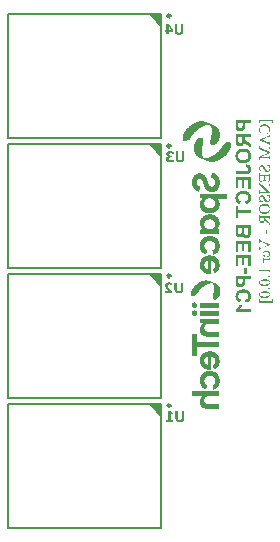
<source format=gbr>
G04*
G04 #@! TF.GenerationSoftware,Altium Limited,Altium Designer,24.9.1 (31)*
G04*
G04 Layer_Color=32896*
%FSLAX44Y44*%
%MOMM*%
G71*
G04*
G04 #@! TF.SameCoordinates,5A5FE6A1-42EB-4B62-8C37-2C097A76047A*
G04*
G04*
G04 #@! TF.FilePolarity,Positive*
G04*
G01*
G75*
%ADD40C,0.2500*%
%ADD41C,0.2000*%
G36*
X201710Y199684D02*
X201721Y199673D01*
X201755Y199662D01*
X201845Y199639D01*
X202136Y199617D01*
X202248Y199572D01*
X202316Y199505D01*
X202473Y199415D01*
X202518Y199393D01*
X202551Y199359D01*
X202574Y199314D01*
X202607Y199280D01*
X202798Y199157D01*
X202854Y199079D01*
X202899Y199056D01*
X202955Y198978D01*
X203022Y198865D01*
X203168Y198720D01*
X203224Y198574D01*
X203269Y198417D01*
X203337Y198349D01*
X203359Y198305D01*
X203404Y198260D01*
X203426Y197945D01*
X203449Y197721D01*
X203494Y197609D01*
X203516Y197205D01*
X203449Y197048D01*
X203426Y196622D01*
X203404Y196532D01*
X203337Y196375D01*
X203314Y196330D01*
X203281Y196297D01*
X203179Y196016D01*
X203067Y195904D01*
X202978Y195747D01*
X202955Y195702D01*
X202854Y195601D01*
X202809Y195578D01*
X202675Y195444D01*
X202428Y195309D01*
X202383Y195287D01*
X202372Y195253D01*
X202293Y195175D01*
X202181Y195130D01*
X202024Y195107D01*
X201789Y195006D01*
X201665Y194973D01*
X201598Y194950D01*
X201239Y194973D01*
X201149Y194950D01*
X201082Y194973D01*
X200958Y194961D01*
X200768Y194973D01*
X200577Y195051D01*
X200431Y195107D01*
X200252Y195152D01*
X200139Y195197D01*
X200095Y195242D01*
X199814Y195410D01*
X199792Y195455D01*
X199691Y195534D01*
X199646Y195556D01*
X199545Y195679D01*
X199522Y195724D01*
X199433Y195814D01*
X199321Y196016D01*
X199231Y196151D01*
X199141Y196308D01*
X199119Y196532D01*
X198995Y196812D01*
X198962Y196981D01*
X198939Y197272D01*
X198917Y197362D01*
X198939Y197430D01*
X198962Y197833D01*
X199029Y197990D01*
X199119Y198147D01*
X199141Y198417D01*
X199186Y198529D01*
X199253Y198596D01*
X199388Y198843D01*
X199489Y198944D01*
X199601Y199123D01*
X199758Y199236D01*
X199803Y199258D01*
X199926Y199381D01*
X200072Y199438D01*
X200184Y199482D01*
X200218Y199516D01*
X200341Y199617D01*
X200498Y199639D01*
X200880Y199707D01*
X200947Y199729D01*
X201250Y199718D01*
X201553Y199729D01*
X201710Y199684D01*
D02*
G37*
G36*
X222059Y199393D02*
X222093Y199359D01*
X222228Y199112D01*
X222250Y195702D01*
X222216Y195578D01*
X222160Y195433D01*
X222082Y195354D01*
X206579Y195332D01*
X206489Y195354D01*
X206365Y195410D01*
X206253Y195567D01*
X206231Y198933D01*
Y198955D01*
Y199090D01*
X206276Y199202D01*
X206332Y199258D01*
X206377Y199280D01*
X206489Y199393D01*
X221902Y199415D01*
X222059Y199393D01*
D02*
G37*
G36*
X221992Y192595D02*
X222104Y192550D01*
X222149Y192527D01*
X222228Y192381D01*
X222250Y189061D01*
X222228Y188836D01*
X222183Y188724D01*
X221970Y188578D01*
X221846Y188500D01*
X207050Y188511D01*
X206982Y188489D01*
X206960Y188511D01*
X206646Y188489D01*
X206534Y188534D01*
X206489Y188556D01*
X206444Y188601D01*
X206332Y188668D01*
X206253Y188769D01*
X206231Y192292D01*
X206253Y192449D01*
X206287Y192482D01*
X206489Y192595D01*
X213062Y192617D01*
X221768D01*
X221992Y192595D01*
D02*
G37*
G36*
X201598Y192953D02*
X201957Y192931D01*
X202091Y192841D01*
X202170Y192785D01*
X202316Y192729D01*
X202428Y192684D01*
X202495Y192617D01*
X202540Y192595D01*
X202585Y192550D01*
X202675Y192527D01*
X202742Y192460D01*
X202753Y192449D01*
X202776Y192404D01*
X202854Y192325D01*
X202899Y192303D01*
X202933Y192269D01*
X203045Y192067D01*
X203135Y191978D01*
X203157Y191933D01*
X203202Y191888D01*
X203224Y191798D01*
X203393Y191473D01*
X203415Y191361D01*
X203449Y190923D01*
X203482Y190800D01*
X203516Y190631D01*
X203494Y190407D01*
X203471Y190317D01*
X203449Y190250D01*
X203426Y189824D01*
X203337Y189622D01*
X203314Y189577D01*
X203281Y189543D01*
X203224Y189397D01*
X203202Y189308D01*
X203157Y189195D01*
X203090Y189151D01*
X203034Y189072D01*
X202944Y188937D01*
X202899Y188915D01*
X202776Y188792D01*
X202753Y188747D01*
X202607Y188646D01*
X202563Y188623D01*
X202529Y188590D01*
X202506Y188545D01*
X202439Y188500D01*
X202327Y188455D01*
X202181Y188421D01*
X201934Y188264D01*
X200655Y188242D01*
X200566Y188264D01*
X200409Y188332D01*
X200252Y188421D01*
X200162Y188444D01*
X200050Y188489D01*
X200005Y188511D01*
X199960Y188578D01*
X199915Y188601D01*
X199870Y188646D01*
X199825Y188668D01*
X199489Y189005D01*
X199388Y189128D01*
X199365Y189173D01*
X199298Y189330D01*
X199231Y189397D01*
X199175Y189476D01*
X199141Y189599D01*
X199096Y189779D01*
X198984Y190026D01*
X198939Y190497D01*
X198917Y190564D01*
X198939Y190699D01*
X198984Y191147D01*
X199006Y191237D01*
X199040Y191271D01*
X199107Y191450D01*
X199141Y191641D01*
X199186Y191753D01*
X199253Y191821D01*
X199343Y191978D01*
X199388Y192090D01*
X199522Y192224D01*
X199545Y192269D01*
X199578Y192303D01*
X199623Y192325D01*
X199758Y192460D01*
X199915Y192572D01*
X199960Y192595D01*
X199994Y192628D01*
X200016Y192673D01*
X200128Y192740D01*
X200218Y192763D01*
X200364Y192796D01*
X200409Y192841D01*
X200611Y192953D01*
X201508Y192976D01*
X201598Y192953D01*
D02*
G37*
G36*
X222014Y185797D02*
X222115Y185695D01*
X222228Y185539D01*
X222250Y182285D01*
Y182263D01*
Y182106D01*
X222228Y182016D01*
X222138Y181814D01*
X221925Y181736D01*
X221857Y181713D01*
X213870Y181691D01*
X213511Y181713D01*
X213421Y181691D01*
X213309Y181623D01*
X213040Y181601D01*
X212973Y181579D01*
X212569Y181556D01*
X212412Y181489D01*
X212210Y181377D01*
X212120Y181354D01*
X211963Y181332D01*
X211873Y181309D01*
X211761Y181242D01*
X211559Y181130D01*
X211447Y181085D01*
X211402Y181063D01*
X211335Y180995D01*
X211088Y180861D01*
X211043Y180838D01*
X211032Y180805D01*
X210998Y180771D01*
X210808Y180647D01*
X210785Y180603D01*
X210662Y180479D01*
X210617Y180457D01*
X210516Y180311D01*
X210494Y180266D01*
X210460Y180232D01*
X210415Y180210D01*
X210292Y179974D01*
X210157Y179840D01*
X210123Y179761D01*
X210090Y179638D01*
X210045Y179526D01*
X209944Y179425D01*
X209899Y179312D01*
X209865Y179099D01*
X209686Y178718D01*
X209664Y177731D01*
X209686Y177304D01*
X209708Y177147D01*
X209809Y176912D01*
X209854Y176800D01*
X209888Y176631D01*
X209933Y176474D01*
X210045Y176362D01*
X210157Y176160D01*
X210337Y175981D01*
X210359Y175936D01*
X210415Y175880D01*
X210617Y175723D01*
X210662Y175700D01*
X210695Y175667D01*
X210752Y175588D01*
X210830Y175532D01*
X210954Y175498D01*
X211066Y175453D01*
X211133Y175386D01*
X211245Y175319D01*
X211335Y175296D01*
X211492Y175274D01*
X211582Y175252D01*
X211873Y175117D01*
X212277Y175095D01*
X212345Y175072D01*
X221633Y175050D01*
X221790Y175027D01*
X221992Y174937D01*
X222115Y174881D01*
X222228Y174724D01*
X222250Y171404D01*
X222228Y171180D01*
X222171Y171056D01*
X222014Y170944D01*
X221970Y170921D01*
X221902Y170854D01*
X211559Y170832D01*
X211402Y170854D01*
X211313Y170877D01*
X211245Y170899D01*
X210909Y170921D01*
X210752Y170966D01*
X210684Y170989D01*
X210258Y171011D01*
X209989Y171056D01*
X209832Y171123D01*
X209787Y171146D01*
X209664Y171202D01*
X209450Y171236D01*
X209293Y171258D01*
X209046Y171415D01*
X208912Y171437D01*
X208755Y171482D01*
X208687Y171550D01*
X208486Y171662D01*
X208362Y171718D01*
X208239Y171819D01*
X208194Y171841D01*
X208082Y171886D01*
X207947Y172021D01*
X207835Y172088D01*
X207510Y172413D01*
X207487Y172458D01*
X207453Y172470D01*
X207151Y172772D01*
X207083Y172885D01*
X206949Y173019D01*
X206836Y173221D01*
X206814Y173266D01*
X206769Y173311D01*
X206679Y173468D01*
X206635Y173580D01*
X206612Y173625D01*
X206545Y173692D01*
X206489Y173771D01*
X206455Y173939D01*
X206365Y174141D01*
X206343Y174186D01*
X206309Y174219D01*
X206253Y174365D01*
X206231Y174590D01*
X206208Y174680D01*
X206164Y174792D01*
X206130Y174825D01*
X206074Y174971D01*
X206051Y175039D01*
X206029Y175510D01*
X206006Y175734D01*
X205962Y175846D01*
X205939Y177260D01*
X205962Y177551D01*
X206006Y177663D01*
X206029Y178090D01*
X206074Y178471D01*
X206164Y178606D01*
X206220Y178752D01*
X206253Y179055D01*
X206309Y179200D01*
X206422Y179380D01*
X206455Y179503D01*
X206500Y179683D01*
X206590Y179772D01*
X206612Y179817D01*
X206646Y179851D01*
X206679Y179974D01*
X206724Y180131D01*
X206814Y180221D01*
X206881Y180333D01*
X206926Y180445D01*
X206994Y180490D01*
X207106Y180647D01*
X207128Y180737D01*
X207173Y180782D01*
X207330Y180984D01*
X207353Y181029D01*
X207386Y181063D01*
X207431Y181085D01*
X207510Y181164D01*
X207532Y181208D01*
X207779Y181455D01*
X207902Y181556D01*
X208003Y181679D01*
X208026Y181724D01*
X208138Y181836D01*
X208160Y181881D01*
X208115Y181926D01*
X207812Y181915D01*
X207700Y181960D01*
X206623Y181982D01*
X206534Y182005D01*
X206422Y182050D01*
X206354Y182117D01*
X206253Y182240D01*
X206231Y185471D01*
X206276Y185628D01*
X206332Y185684D01*
X206377Y185707D01*
X206489Y185819D01*
X221857Y185841D01*
X222014Y185797D01*
D02*
G37*
G36*
X203348Y173277D02*
X203482Y173143D01*
X203527Y173120D01*
X203583Y173064D01*
X203606Y166378D01*
X203583Y166311D01*
X203606Y166109D01*
X203662Y166053D01*
X203774Y165986D01*
X203965Y165997D01*
X221364Y165986D01*
X221431Y166008D01*
X221745Y165986D01*
X221869Y165952D01*
X222115Y165840D01*
X222228Y165683D01*
X222250Y162093D01*
X222228Y162003D01*
X222183Y161846D01*
X222104Y161768D01*
X222026Y161734D01*
X221846Y161689D01*
X221487Y161667D01*
X204200Y161678D01*
X204133Y161656D01*
X203864Y161678D01*
X203707Y161656D01*
X203628Y161555D01*
X203606Y154734D01*
X203561Y154555D01*
X203482Y154476D01*
X203281Y154364D01*
X200005Y154341D01*
X199825Y154386D01*
X199668Y154453D01*
X199590Y154555D01*
X199567Y165010D01*
Y165032D01*
Y172997D01*
X199612Y173109D01*
X199668Y173143D01*
X199713Y173165D01*
X199747Y173199D01*
X199870Y173300D01*
X203191Y173322D01*
X203348Y173277D01*
D02*
G37*
G36*
X215127Y158268D02*
X215351Y158245D01*
X215643Y158223D01*
X215766Y158167D01*
X216024Y158111D01*
X216091Y158088D01*
X216114D01*
X216518Y158066D01*
X216697Y158021D01*
X216989Y157886D01*
X217437Y157819D01*
X217572Y157729D01*
X217617Y157707D01*
X217662Y157662D01*
X217864Y157639D01*
X218021Y157595D01*
X218122Y157494D01*
X218268Y157437D01*
X218447Y157393D01*
X218537Y157303D01*
X218615Y157247D01*
X218705Y157224D01*
X218829Y157191D01*
X218885Y157135D01*
X219008Y157034D01*
X219053Y157011D01*
X219165Y156966D01*
X219210Y156944D01*
X219277Y156877D01*
X219524Y156742D01*
X219558Y156708D01*
X219580Y156664D01*
X219614Y156630D01*
X219771Y156540D01*
X219849Y156461D01*
X219973Y156361D01*
X220074Y156237D01*
X220287Y156091D01*
X220332Y156069D01*
X220365Y156035D01*
X220478Y155833D01*
X220556Y155755D01*
X220601Y155732D01*
X220657Y155676D01*
X220679Y155631D01*
X220781Y155530D01*
X220881Y155407D01*
X220904Y155362D01*
X221038Y155228D01*
X221128Y155070D01*
X221218Y154981D01*
X221308Y154824D01*
X221353Y154712D01*
X221487Y154577D01*
X221577Y154330D01*
X221644Y154263D01*
X221734Y154106D01*
X221756Y153971D01*
X221846Y153836D01*
X221925Y153713D01*
X221947Y153623D01*
X221981Y153478D01*
X222037Y153332D01*
X222127Y153197D01*
X222160Y153029D01*
X222183Y152939D01*
X222205Y152782D01*
X222340Y152490D01*
X222362Y152423D01*
X222385Y151930D01*
X222452Y151772D01*
X222474Y151593D01*
X222497Y151503D01*
X222530Y151380D01*
X222564Y151212D01*
X222542Y151144D01*
X222564Y150987D01*
X222586Y150920D01*
X222575Y149405D01*
X222542Y148946D01*
X222519Y148856D01*
X222430Y148631D01*
X222407Y148564D01*
X222385Y148228D01*
X222362Y148003D01*
X222317Y147846D01*
X222261Y147723D01*
X222194Y147543D01*
X222171Y147431D01*
X222149Y147252D01*
X222115Y147128D01*
X222071Y147083D01*
X221992Y146960D01*
X221936Y146702D01*
X221891Y146590D01*
X221869Y146545D01*
X221790Y146466D01*
X221734Y146320D01*
X221689Y146164D01*
X221622Y146096D01*
X221532Y145939D01*
X221465Y145782D01*
X221420Y145737D01*
X221285Y145490D01*
X221151Y145356D01*
X221061Y145199D01*
X221005Y145143D01*
X220960Y145120D01*
X220949Y145086D01*
X220904Y145042D01*
X220881Y144997D01*
X220724Y144840D01*
X220635Y144683D01*
X220242Y144290D01*
X220197Y144268D01*
X220119Y144189D01*
X219995Y144088D01*
X219950Y144066D01*
X219816Y143931D01*
X219659Y143841D01*
X219625Y143808D01*
X219569Y143729D01*
X219490Y143673D01*
X219345Y143617D01*
X219255Y143527D01*
X219098Y143438D01*
X218986Y143393D01*
X218862Y143269D01*
X218750Y143224D01*
X218604Y143191D01*
X218548Y143135D01*
X218425Y143034D01*
X218290Y143011D01*
X218133Y143034D01*
X218043Y143123D01*
X217998Y143146D01*
X217875Y143314D01*
X217853Y143494D01*
X217796Y143639D01*
X217707Y143774D01*
X217673Y143897D01*
X217651Y143987D01*
X217628Y144144D01*
X217471Y144391D01*
X217449Y144548D01*
X217404Y144817D01*
X217292Y144974D01*
X217258Y145053D01*
X217224Y145266D01*
X217202Y145356D01*
X217045Y145603D01*
X217022Y145782D01*
X217000Y145939D01*
X216978Y146006D01*
X216955Y146164D01*
X217000Y146276D01*
X217022Y146478D01*
X217045Y146567D01*
X217101Y146623D01*
X217146Y146646D01*
X217303Y146803D01*
X217505Y146915D01*
X217662Y147072D01*
X217707Y147094D01*
X218032Y147420D01*
X218099Y147532D01*
X218155Y147588D01*
X218256Y147711D01*
X218279Y147756D01*
X218346Y147913D01*
X218436Y148003D01*
X218492Y148082D01*
X218514Y148172D01*
X218548Y148317D01*
X218671Y148486D01*
X218716Y148598D01*
X218750Y148856D01*
X218817Y149125D01*
X218840Y149282D01*
X218930Y149484D01*
X218952Y150292D01*
X218930Y150651D01*
X218907Y150740D01*
X218873Y150864D01*
X218784Y151111D01*
X218761Y151200D01*
X218728Y151481D01*
X218638Y151683D01*
X218582Y151761D01*
X218481Y152042D01*
X218391Y152131D01*
X218301Y152289D01*
X218256Y152401D01*
X218223Y152434D01*
X218178Y152457D01*
X218099Y152558D01*
X218077Y152603D01*
X218021Y152659D01*
X217976Y152681D01*
X217875Y152782D01*
X217853Y152827D01*
X217819Y152861D01*
X217774Y152883D01*
X217729Y152928D01*
X217684Y152950D01*
X217617Y153040D01*
X217370Y153175D01*
X217337Y153208D01*
X217213Y153309D01*
X216989Y153399D01*
X216922Y153466D01*
X216877Y153489D01*
X216843Y153522D01*
X216607Y153579D01*
X216484Y153635D01*
X216304Y153747D01*
X216047Y153780D01*
X215889Y153803D01*
X215732Y153870D01*
X215598Y153893D01*
X215519Y153814D01*
X215497Y142865D01*
X215452Y142753D01*
X215407Y142708D01*
X215284Y142607D01*
X215194Y142585D01*
X215127Y142563D01*
X213421Y142585D01*
X213354Y142607D01*
X212973Y142630D01*
X212861Y142675D01*
X212636Y142697D01*
X212479Y142764D01*
X212322Y142787D01*
X211963Y142809D01*
X211806Y142832D01*
X211716Y142854D01*
X211582Y142944D01*
X211470Y142989D01*
X211313Y143011D01*
X211088Y143034D01*
X210976Y143078D01*
X210819Y143168D01*
X210740Y143202D01*
X210550Y143236D01*
X210460Y143258D01*
X210348Y143325D01*
X210224Y143404D01*
X210079Y143438D01*
X209966Y143482D01*
X209921Y143505D01*
X209832Y143595D01*
X209720Y143639D01*
X209540Y143684D01*
X209417Y143808D01*
X209136Y143909D01*
X209069Y143998D01*
X208789Y144167D01*
X208766Y144212D01*
X208598Y144312D01*
X208553Y144335D01*
X208441Y144447D01*
X208284Y144537D01*
X208228Y144593D01*
X208205Y144638D01*
X208149Y144694D01*
X208104Y144716D01*
X208059Y144761D01*
X207947Y144896D01*
X207902Y144918D01*
X207835Y144986D01*
X207723Y145120D01*
X207678Y145143D01*
X207599Y145221D01*
X207487Y145378D01*
X207465Y145423D01*
X207375Y145513D01*
X207285Y145670D01*
X207195Y145760D01*
X207061Y146006D01*
X207027Y146040D01*
X206982Y146062D01*
X206938Y146107D01*
X206836Y146388D01*
X206747Y146478D01*
X206679Y146590D01*
X206657Y146679D01*
X206612Y146837D01*
X206579Y146870D01*
X206478Y146994D01*
X206455Y147218D01*
X206410Y147330D01*
X206377Y147364D01*
X206276Y147487D01*
X206253Y147667D01*
X206231Y147891D01*
X206096Y148183D01*
X206074Y148272D01*
X206051Y148340D01*
X206029Y148856D01*
X206006Y149013D01*
X205962Y149282D01*
X205939Y149349D01*
X205950Y150752D01*
X205939Y151054D01*
X206006Y151212D01*
X206029Y151705D01*
X206051Y152064D01*
X206096Y152244D01*
X206175Y152389D01*
X206220Y152502D01*
X206253Y152782D01*
X206276Y152939D01*
X206320Y153051D01*
X206343Y153096D01*
X206377Y153130D01*
X206422Y153242D01*
X206478Y153478D01*
X206500Y153567D01*
X206612Y153724D01*
X206679Y153904D01*
X206724Y154061D01*
X206758Y154094D01*
X206859Y154218D01*
X206881Y154308D01*
X206949Y154465D01*
X206971Y154510D01*
X207027Y154566D01*
X207162Y154835D01*
X207207Y154857D01*
X207285Y154958D01*
X207308Y155003D01*
X207353Y155115D01*
X207442Y155205D01*
X207532Y155362D01*
X207678Y155508D01*
X207779Y155631D01*
X207801Y155676D01*
X207835Y155688D01*
X207936Y155788D01*
X207958Y155833D01*
X208037Y155912D01*
X208082Y155934D01*
X208138Y155990D01*
X208160Y156035D01*
X208239Y156114D01*
X208284Y156136D01*
X208463Y156316D01*
X208508Y156338D01*
X208665Y156495D01*
X208822Y156607D01*
X208867Y156630D01*
X208934Y156697D01*
X209181Y156832D01*
X209237Y156888D01*
X209260Y156933D01*
X209316Y156966D01*
X209361Y156989D01*
X209473Y157034D01*
X209540Y157101D01*
X209697Y157191D01*
X209854Y157236D01*
X210011Y157393D01*
X210146Y157415D01*
X210325Y157460D01*
X210370Y157505D01*
X210527Y157617D01*
X210662Y157639D01*
X210752Y157662D01*
X210954Y157752D01*
X211111Y157841D01*
X211380Y157864D01*
X211470Y157886D01*
X211806Y158043D01*
X212210Y158066D01*
X212434Y158088D01*
X212636Y158178D01*
X212771Y158200D01*
X212838Y158223D01*
X213264Y158245D01*
X213332Y158268D01*
X214768Y158290D01*
X215127Y158268D01*
D02*
G37*
G36*
X215329Y141687D02*
X215822Y141665D01*
X216069Y141553D01*
X216181Y141508D01*
X216585Y141486D01*
X216742Y141463D01*
X216978Y141362D01*
X217090Y141317D01*
X217180Y141295D01*
X217415Y141261D01*
X217572Y141194D01*
X217617Y141172D01*
X217651Y141138D01*
X217763Y141093D01*
X217909Y141059D01*
X218066Y141014D01*
X218223Y140902D01*
X218402Y140835D01*
X218514Y140790D01*
X218559Y140768D01*
X218638Y140689D01*
X218784Y140633D01*
X218896Y140588D01*
X218986Y140498D01*
X219143Y140409D01*
X219255Y140364D01*
X219345Y140274D01*
X219502Y140184D01*
X219659Y140027D01*
X219771Y139960D01*
X219849Y139881D01*
X219973Y139780D01*
X220018Y139758D01*
X220152Y139623D01*
X220197Y139601D01*
X220264Y139534D01*
X220343Y139478D01*
X220365Y139433D01*
X220478Y139320D01*
X220500Y139276D01*
X220556Y139220D01*
X220657Y139096D01*
X220679Y139051D01*
X220814Y138917D01*
X220881Y138805D01*
X221038Y138647D01*
X221128Y138490D01*
X221218Y138401D01*
X221297Y138277D01*
X221330Y138154D01*
X221442Y138042D01*
X221532Y137885D01*
X221588Y137739D01*
X221689Y137615D01*
X221723Y137537D01*
X221756Y137391D01*
X221801Y137279D01*
X221824Y137234D01*
X221869Y137189D01*
X221925Y137111D01*
X221958Y136942D01*
X221981Y136853D01*
X222048Y136695D01*
X222127Y136572D01*
X222183Y136247D01*
X222228Y136090D01*
X222284Y135989D01*
X222340Y135843D01*
X222362Y135776D01*
X222385Y135372D01*
X222407Y135282D01*
X222430Y135215D01*
X222452Y134968D01*
X222542Y134766D01*
X222564Y134542D01*
X222542Y134474D01*
X222564Y134407D01*
X222586Y132837D01*
X222564Y132612D01*
X222542Y132545D01*
X222553Y132399D01*
X222542Y132298D01*
X222519Y132141D01*
X222452Y131872D01*
X222407Y131760D01*
X222385Y131490D01*
X222362Y131199D01*
X222317Y131042D01*
X222228Y130840D01*
X222183Y130728D01*
X222160Y130436D01*
X222104Y130290D01*
X221992Y130111D01*
X221936Y129875D01*
X221891Y129763D01*
X221869Y129718D01*
X221824Y129673D01*
X221756Y129561D01*
X221734Y129426D01*
X221689Y129314D01*
X221622Y129247D01*
X221532Y129090D01*
X221487Y128978D01*
X221420Y128910D01*
X221330Y128753D01*
X221285Y128641D01*
X221229Y128585D01*
X221184Y128562D01*
X221151Y128529D01*
X221061Y128372D01*
X221038Y128327D01*
X220982Y128271D01*
X220881Y128147D01*
X220859Y128103D01*
X220724Y127968D01*
X220635Y127811D01*
X220601Y127777D01*
X220556Y127755D01*
X220455Y127654D01*
X220433Y127609D01*
X220399Y127575D01*
X220242Y127463D01*
X220197Y127441D01*
X220040Y127284D01*
X219995Y127261D01*
X219894Y127160D01*
X219647Y127003D01*
X219591Y126925D01*
X219389Y126812D01*
X219255Y126678D01*
X219008Y126588D01*
X218918Y126498D01*
X218806Y126431D01*
X218694Y126386D01*
X218582Y126319D01*
X218458Y126240D01*
X218335Y126207D01*
X218155Y126162D01*
X218021Y126027D01*
X217909Y126005D01*
X217752Y125982D01*
X217639Y125938D01*
X217505Y125915D01*
X217303Y126005D01*
X217236Y126072D01*
X217202Y126195D01*
X217180Y126285D01*
X217067Y126532D01*
X217045Y126622D01*
X217022Y126779D01*
X217000Y127003D01*
X216978Y127160D01*
X216843Y127452D01*
X216821Y127609D01*
X216798Y127699D01*
X216776Y127990D01*
X216652Y128271D01*
X216619Y128439D01*
X216596Y128506D01*
X216574Y128820D01*
X216551Y128910D01*
X216529Y128978D01*
X216506Y129179D01*
X216540Y129303D01*
X216574Y129471D01*
X216619Y129583D01*
X216731Y129696D01*
X216753Y129740D01*
X216832Y129819D01*
X217056Y129909D01*
X217123Y129976D01*
X217370Y130111D01*
X217404Y130144D01*
X217426Y130189D01*
X217527Y130268D01*
X217572Y130290D01*
X217651Y130369D01*
X217707Y130447D01*
X217752Y130470D01*
X217897Y130615D01*
X217920Y130660D01*
X217953Y130672D01*
X218032Y130750D01*
X218155Y130941D01*
X218200Y130963D01*
X218279Y131064D01*
X218301Y131154D01*
X218346Y131266D01*
X218414Y131333D01*
X218503Y131490D01*
X218526Y131580D01*
X218548Y131737D01*
X218604Y131883D01*
X218716Y132063D01*
X218739Y132264D01*
X218773Y132971D01*
X218795Y133038D01*
X218817Y133285D01*
X218795Y133353D01*
X218773Y133891D01*
X218750Y133981D01*
X218728Y134340D01*
X218705Y134564D01*
X218593Y134721D01*
X218548Y134833D01*
X218526Y134923D01*
X218503Y135080D01*
X218458Y135192D01*
X218391Y135260D01*
X218301Y135417D01*
X218256Y135574D01*
X218167Y135663D01*
X218077Y135821D01*
X217953Y135944D01*
X217853Y136067D01*
X217830Y136112D01*
X217740Y136202D01*
X217617Y136303D01*
X217572Y136325D01*
X217426Y136471D01*
X217303Y136572D01*
X217258Y136594D01*
X217247Y136628D01*
X217157Y136718D01*
X217011Y136774D01*
X216899Y136819D01*
X216764Y136953D01*
X216585Y136998D01*
X216428Y137066D01*
X216271Y137178D01*
X216047Y137200D01*
X215923Y137234D01*
X215912Y137245D01*
X215620Y137380D01*
X215261Y137402D01*
X215194Y137425D01*
X213623Y137447D01*
X213556Y137425D01*
X213018Y137402D01*
X212793Y137335D01*
X212760Y137301D01*
X212580Y137234D01*
X212468Y137212D01*
X212333Y137189D01*
X212188Y137156D01*
X212053Y137066D01*
X211974Y137010D01*
X211851Y136976D01*
X211694Y136931D01*
X211627Y136864D01*
X211470Y136752D01*
X211380Y136729D01*
X211335Y136684D01*
X211290Y136662D01*
X211245Y136617D01*
X211088Y136527D01*
X210909Y136348D01*
X210864Y136325D01*
X210763Y136224D01*
X210740Y136180D01*
X210639Y136101D01*
X210539Y135978D01*
X210516Y135933D01*
X210404Y135821D01*
X210337Y135708D01*
X210269Y135551D01*
X210236Y135518D01*
X210135Y135394D01*
X210090Y135215D01*
X210045Y135103D01*
X209978Y135035D01*
X209921Y134957D01*
X209888Y134811D01*
X209865Y134654D01*
X209798Y134385D01*
X209686Y134138D01*
X209664Y133083D01*
X209686Y132522D01*
X209708Y132365D01*
X209753Y132208D01*
X209787Y132175D01*
X209854Y131995D01*
X209888Y131737D01*
X209933Y131580D01*
X210000Y131513D01*
X210090Y131356D01*
X210112Y131266D01*
X210168Y131143D01*
X210213Y131120D01*
X210247Y131087D01*
X210314Y130974D01*
X210381Y130817D01*
X210494Y130705D01*
X210561Y130593D01*
X210617Y130537D01*
X210662Y130514D01*
X210718Y130458D01*
X210774Y130380D01*
X210931Y130268D01*
X210976Y130245D01*
X211021Y130178D01*
X211268Y130043D01*
X211313Y130021D01*
X211346Y129987D01*
X211559Y129841D01*
X211604Y129819D01*
X211638Y129763D01*
X211660Y129718D01*
X211784Y129594D01*
X211840Y129449D01*
X211862Y129381D01*
X211885Y129112D01*
X211851Y128989D01*
X211795Y128596D01*
X211728Y128439D01*
X211638Y128282D01*
X211615Y128058D01*
X211593Y127968D01*
X211548Y127811D01*
X211492Y127688D01*
X211447Y127575D01*
X211391Y127340D01*
X211369Y127115D01*
X211324Y127003D01*
X211211Y126846D01*
X211189Y126622D01*
X211144Y126442D01*
X210931Y126229D01*
X210662Y126207D01*
X210572Y126229D01*
X210415Y126252D01*
X210370Y126297D01*
X210325Y126319D01*
X210292Y126353D01*
X210146Y126409D01*
X209966Y126454D01*
X209910Y126510D01*
X209787Y126611D01*
X209652Y126633D01*
X209540Y126678D01*
X209495Y126700D01*
X209394Y126801D01*
X209282Y126846D01*
X209159Y126880D01*
X209069Y126969D01*
X208867Y127082D01*
X208755Y127194D01*
X208508Y127329D01*
X208430Y127407D01*
X208306Y127508D01*
X208261Y127530D01*
X208228Y127564D01*
X208205Y127609D01*
X208104Y127710D01*
X208059Y127732D01*
X208003Y127788D01*
X207981Y127833D01*
X207880Y127934D01*
X207835Y127957D01*
X207801Y127990D01*
X207779Y128035D01*
X207678Y128136D01*
X207633Y128159D01*
X207532Y128282D01*
X207510Y128327D01*
X207397Y128439D01*
X207375Y128484D01*
X207341Y128518D01*
X207285Y128663D01*
X207195Y128753D01*
X207083Y128955D01*
X207027Y129011D01*
X206915Y129146D01*
X206859Y129381D01*
X206769Y129471D01*
X206691Y129594D01*
X206657Y129763D01*
X206579Y129909D01*
X206478Y130032D01*
X206455Y130211D01*
X206433Y130301D01*
X206365Y130458D01*
X206343Y130503D01*
X206309Y130537D01*
X206264Y130649D01*
X206231Y131042D01*
X206107Y131322D01*
X206074Y131468D01*
X206051Y131535D01*
X206029Y131984D01*
X206006Y132343D01*
X205984Y132433D01*
X205939Y132545D01*
X205950Y134171D01*
X205939Y134452D01*
X206006Y134609D01*
X206029Y135013D01*
X206051Y135372D01*
X206074Y135529D01*
X206175Y135764D01*
X206220Y135877D01*
X206253Y136224D01*
X206309Y136415D01*
X206422Y136594D01*
X206444Y136684D01*
X206478Y136875D01*
X206534Y136998D01*
X206646Y137178D01*
X206679Y137324D01*
X206724Y137481D01*
X206792Y137548D01*
X206881Y137705D01*
X206926Y137817D01*
X206949Y137862D01*
X206994Y137907D01*
X207072Y138030D01*
X207106Y138154D01*
X207240Y138288D01*
X207375Y138535D01*
X207465Y138625D01*
X207487Y138670D01*
X207588Y138838D01*
X207633Y138861D01*
X207689Y138917D01*
X207756Y139029D01*
X207936Y139208D01*
X207958Y139253D01*
X208014Y139309D01*
X208059Y139332D01*
X208160Y139433D01*
X208183Y139478D01*
X208239Y139534D01*
X208284Y139556D01*
X208385Y139657D01*
X208407Y139702D01*
X208508Y139758D01*
X208687Y139937D01*
X208800Y140005D01*
X208912Y140117D01*
X209159Y140252D01*
X209248Y140341D01*
X209450Y140454D01*
X209495Y140476D01*
X209540Y140543D01*
X209585Y140566D01*
X209619Y140599D01*
X209764Y140633D01*
X209877Y140678D01*
X209944Y140745D01*
X210101Y140835D01*
X210191Y140857D01*
X210303Y140902D01*
X210348Y140925D01*
X210359Y140958D01*
X210438Y141014D01*
X210752Y141082D01*
X210909Y141194D01*
X210987Y141228D01*
X211155Y141261D01*
X211313Y141284D01*
X211402Y141306D01*
X211537Y141396D01*
X211649Y141441D01*
X211716Y141463D01*
X212120Y141486D01*
X212210Y141508D01*
X212311Y141542D01*
X212423Y141587D01*
X212591Y141620D01*
X212681Y141643D01*
X212838Y141665D01*
X212906Y141687D01*
X214543Y141710D01*
X215239Y141687D01*
X215306Y141710D01*
X215329Y141687D01*
D02*
G37*
G36*
X221992Y124636D02*
X222071Y124580D01*
X222228Y124378D01*
X222250Y120946D01*
X222183Y120699D01*
X222149Y120665D01*
X222037Y120598D01*
X221947Y120575D01*
X221880Y120553D01*
X213444Y120530D01*
X213287Y120463D01*
X213130Y120441D01*
X213062Y120418D01*
X212636Y120396D01*
X212547Y120373D01*
X212446Y120340D01*
X212311Y120250D01*
X212199Y120205D01*
X212064Y120183D01*
X211873Y120149D01*
X211739Y120059D01*
X211660Y120003D01*
X211447Y119925D01*
X211357Y119835D01*
X211200Y119745D01*
X211088Y119700D01*
X210976Y119588D01*
X210864Y119521D01*
X210785Y119442D01*
X210729Y119364D01*
X210684Y119341D01*
X210583Y119240D01*
X210516Y119128D01*
X210404Y119016D01*
X210269Y118769D01*
X210202Y118724D01*
X210146Y118646D01*
X210090Y118500D01*
X210045Y118388D01*
X210000Y118343D01*
X209944Y118264D01*
X209899Y118152D01*
X209865Y117917D01*
X209798Y117760D01*
X209686Y117558D01*
X209664Y116705D01*
X209686Y116144D01*
X209708Y115987D01*
X209809Y115752D01*
X209854Y115639D01*
X209888Y115471D01*
X209910Y115381D01*
X209955Y115269D01*
X209989Y115258D01*
X210022Y115224D01*
X210135Y115022D01*
X210292Y114865D01*
X210314Y114820D01*
X210438Y114697D01*
X210639Y114540D01*
X210684Y114518D01*
X210774Y114428D01*
X210886Y114361D01*
X211043Y114293D01*
X211088Y114271D01*
X211178Y114181D01*
X211256Y114147D01*
X211537Y114114D01*
X211918Y113934D01*
X212434Y113912D01*
X212502Y113889D01*
X221812Y113867D01*
X222138Y113699D01*
X222228Y113542D01*
X222250Y110176D01*
X222228Y110019D01*
X222183Y109907D01*
X222160Y109862D01*
X222014Y109784D01*
X221970Y109739D01*
X221925Y109716D01*
X221891Y109683D01*
X221801Y109660D01*
X211470Y109671D01*
X211313Y109739D01*
X211043Y109761D01*
X210976Y109739D01*
X210886Y109761D01*
X210774Y109806D01*
X210572Y109829D01*
X210146Y109851D01*
X209966Y109896D01*
X209854Y109941D01*
X209697Y110030D01*
X209518Y110053D01*
X209361Y110075D01*
X209260Y110109D01*
X209035Y110244D01*
X208889Y110277D01*
X208800Y110300D01*
X208699Y110356D01*
X208676Y110401D01*
X208531Y110479D01*
X208441Y110502D01*
X208306Y110636D01*
X208284D01*
X208228Y110670D01*
X208082Y110726D01*
X207947Y110861D01*
X207835Y110928D01*
X207656Y111107D01*
X207611Y111130D01*
X207554Y111186D01*
X207532Y111231D01*
X207431Y111332D01*
X207386Y111354D01*
X207353Y111388D01*
X207330Y111433D01*
X207252Y111511D01*
X207173Y111567D01*
X207083Y111724D01*
X206949Y111859D01*
X206926Y111904D01*
X206881Y111949D01*
X206859Y112038D01*
X206792Y112106D01*
X206769Y112151D01*
X206724Y112196D01*
X206635Y112420D01*
X206579Y112476D01*
X206489Y112611D01*
X206455Y112734D01*
X206433Y112824D01*
X206365Y112981D01*
X206309Y113059D01*
X206253Y113205D01*
X206231Y113429D01*
X206096Y113721D01*
X206074Y113811D01*
X206051Y113878D01*
X206029Y114439D01*
X205984Y114619D01*
X205962Y114686D01*
X205939Y116189D01*
X205962Y116346D01*
X205984Y116436D01*
X206006Y116503D01*
X206029Y116952D01*
X206074Y117266D01*
X206096Y117356D01*
X206175Y117502D01*
X206220Y117614D01*
X206253Y117827D01*
X206276Y117984D01*
X206388Y118141D01*
X206422Y118220D01*
X206455Y118343D01*
X206478Y118433D01*
X206522Y118545D01*
X206623Y118646D01*
X206679Y118792D01*
X206702Y118881D01*
X206881Y119151D01*
X206904Y119240D01*
X207016Y119353D01*
X207151Y119599D01*
X207207Y119655D01*
X207308Y119779D01*
X207330Y119824D01*
X207510Y120003D01*
X207532Y120048D01*
X207588Y120104D01*
X207633Y120127D01*
X207678Y120171D01*
X207779Y120295D01*
X207801Y120340D01*
X207846Y120385D01*
X207913Y120497D01*
X207857Y120553D01*
X207712Y120542D01*
X207577Y120519D01*
X199691Y120530D01*
X199534Y120553D01*
X199354Y120598D01*
X199197Y120643D01*
X199163Y120699D01*
X199119Y120833D01*
X199130Y124075D01*
X199119Y124333D01*
X199175Y124479D01*
X199220Y124502D01*
X199276Y124558D01*
X199399Y124659D01*
X221880Y124681D01*
X221992Y124636D01*
D02*
G37*
G36*
X173300Y103800D02*
X163300Y113800D01*
X173300D01*
Y103800D01*
D02*
G37*
G36*
X215003Y239474D02*
X215115Y239452D01*
X215497Y239429D01*
X215643Y239396D01*
X215732Y239373D01*
X215923Y239317D01*
X216013Y239295D01*
X216540Y239261D01*
X216630Y239239D01*
X216966Y239082D01*
X217348Y239037D01*
X217550Y238947D01*
X217673Y238869D01*
X217796Y238835D01*
X217953Y238813D01*
X218088Y238723D01*
X218200Y238655D01*
X218290Y238633D01*
X218447Y238588D01*
X218514Y238521D01*
X218593Y238465D01*
X218739Y238409D01*
X218851Y238364D01*
X218918Y238297D01*
X219075Y238207D01*
X219188Y238162D01*
X219277Y238072D01*
X219479Y237960D01*
X219524Y237938D01*
X219603Y237859D01*
X219726Y237758D01*
X219771Y237736D01*
X219905Y237601D01*
X219950Y237579D01*
X220051Y237478D01*
X220074Y237433D01*
X220107Y237399D01*
X220152Y237377D01*
X220253Y237276D01*
X220276Y237231D01*
X220332Y237175D01*
X220377Y237152D01*
X220478Y237051D01*
X220500Y237006D01*
X220534Y236973D01*
X220578Y236950D01*
X220679Y236849D01*
X220702Y236805D01*
X220781Y236726D01*
X220881Y236603D01*
X220904Y236558D01*
X220960Y236502D01*
X221038Y236446D01*
X221128Y236289D01*
X221151Y236244D01*
X221263Y236131D01*
X221353Y235907D01*
X221442Y235817D01*
X221532Y235660D01*
X221577Y235548D01*
X221599Y235503D01*
X221678Y235425D01*
X221779Y235144D01*
X221846Y235032D01*
X221925Y234909D01*
X221981Y234673D01*
X222048Y234516D01*
X222127Y234393D01*
X222160Y234269D01*
X222183Y234112D01*
X222228Y233933D01*
X222340Y233686D01*
X222362Y233619D01*
X222385Y233170D01*
X222407Y233080D01*
X222452Y232968D01*
X222474Y232789D01*
X222497Y232699D01*
X222530Y232598D01*
X222564Y232407D01*
X222542Y232340D01*
X222564Y232272D01*
X222586Y231038D01*
X222564Y230410D01*
X222542Y230343D01*
X222553Y230332D01*
X222542Y230141D01*
X222519Y230051D01*
X222441Y229861D01*
X222396Y229614D01*
X222373Y229300D01*
X222362Y229289D01*
Y229199D01*
X222317Y229042D01*
X222228Y228840D01*
X222183Y228728D01*
X222160Y228481D01*
X222071Y228279D01*
X221992Y228155D01*
X221936Y227897D01*
X221914Y227808D01*
X221869Y227763D01*
X221756Y227606D01*
X221734Y227516D01*
X221689Y227359D01*
X221622Y227292D01*
X221510Y227090D01*
X221453Y226966D01*
X221353Y226843D01*
X221330Y226798D01*
X221285Y226686D01*
X221173Y226574D01*
X221083Y226417D01*
X221005Y226338D01*
X220904Y226215D01*
X220881Y226170D01*
X220758Y226047D01*
X220657Y225923D01*
X220635Y225878D01*
X220119Y225362D01*
X219872Y225205D01*
X219849Y225160D01*
X219704Y225059D01*
X219659Y225037D01*
X219502Y224880D01*
X219345Y224790D01*
X219300Y224768D01*
X219289Y224734D01*
X219131Y224644D01*
X219008Y224611D01*
X218930Y224532D01*
X218907Y224487D01*
X218873Y224476D01*
X218840Y224442D01*
X218694Y224409D01*
X218582Y224364D01*
X218537Y224341D01*
X218514Y224296D01*
X218470Y224274D01*
X218425Y224229D01*
X218223Y224207D01*
X218111Y224252D01*
X217897Y224465D01*
X217853Y224667D01*
X217830Y224756D01*
X217785Y224869D01*
X217752Y224902D01*
X217684Y225037D01*
X217651Y225250D01*
X217561Y225452D01*
X217471Y225609D01*
X217449Y225699D01*
X217426Y225923D01*
X217370Y226069D01*
X217258Y226248D01*
X217224Y226462D01*
X217135Y226663D01*
X217056Y226787D01*
X217022Y226933D01*
X217000Y227157D01*
X216933Y227314D01*
X216910Y227449D01*
X217000Y227763D01*
X217034Y227796D01*
X217191Y227886D01*
X217303Y227998D01*
X217381Y228055D01*
X217527Y228111D01*
X217606Y228189D01*
X217662Y228268D01*
X217707Y228290D01*
X217853Y228436D01*
X217875Y228481D01*
X217909Y228492D01*
X217976Y228559D01*
X218077Y228683D01*
X218099Y228728D01*
X218155Y228784D01*
X218301Y228997D01*
X218324Y229086D01*
X218436Y229199D01*
X218492Y229277D01*
X218526Y229423D01*
X218593Y229580D01*
X218705Y229737D01*
X218728Y229917D01*
X218750Y230006D01*
X218773Y230163D01*
X218817Y230320D01*
X218840Y230478D01*
X218930Y230679D01*
X218952Y231487D01*
X218930Y231846D01*
X218907Y231936D01*
X218851Y232127D01*
X218795Y232272D01*
X218773Y232340D01*
X218750Y232519D01*
X218728Y232609D01*
X218705Y232766D01*
X218638Y232878D01*
X218559Y233002D01*
X218526Y233125D01*
X218481Y233237D01*
X218391Y233327D01*
X218256Y233574D01*
X218144Y233686D01*
X218077Y233798D01*
X217998Y233877D01*
X217953Y233899D01*
X217875Y233978D01*
X217853Y234022D01*
X217729Y234123D01*
X217684Y234146D01*
X217673Y234179D01*
X217572Y234280D01*
X217494Y234314D01*
X217348Y234370D01*
X217236Y234482D01*
X217123Y234550D01*
X216966Y234617D01*
X216922Y234662D01*
X216843Y234718D01*
X216607Y234774D01*
X216226Y234953D01*
X215957Y234976D01*
X215777Y235021D01*
X215732Y235066D01*
X215598Y235088D01*
X215519Y235010D01*
X215497Y224083D01*
X215452Y223926D01*
X215396Y223870D01*
X215239Y223780D01*
X213365Y223792D01*
X213018Y223825D01*
X212748Y223870D01*
X212659Y223893D01*
X212502Y223960D01*
X212345Y223982D01*
X211918Y224005D01*
X211739Y224050D01*
X211447Y224184D01*
X211066Y224229D01*
X210864Y224319D01*
X210740Y224397D01*
X210572Y224431D01*
X210415Y224454D01*
X210348Y224521D01*
X210269Y224577D01*
X210157Y224622D01*
X210011Y224655D01*
X209899Y224700D01*
X209764Y224790D01*
X209540Y224880D01*
X209484Y224936D01*
X209361Y225037D01*
X209271Y225059D01*
X209159Y225104D01*
X209013Y225250D01*
X208867Y225306D01*
X208755Y225418D01*
X208553Y225530D01*
X208486Y225598D01*
X208328Y225710D01*
X208284Y225732D01*
X208205Y225811D01*
X208183Y225856D01*
X208127Y225912D01*
X208082Y225934D01*
X207981Y226035D01*
X207958Y226080D01*
X207925Y226114D01*
X207880Y226136D01*
X207779Y226237D01*
X207756Y226282D01*
X207700Y226338D01*
X207656Y226361D01*
X207577Y226439D01*
X207487Y226596D01*
X207375Y226708D01*
X207263Y226910D01*
X207173Y227000D01*
X207083Y227157D01*
X207061Y227202D01*
X206926Y227337D01*
X206836Y227583D01*
X206724Y227696D01*
X206657Y227875D01*
X206612Y228032D01*
X206579Y228066D01*
X206478Y228189D01*
X206455Y228414D01*
X206410Y228526D01*
X206343Y228593D01*
X206320Y228638D01*
X206276Y228683D01*
X206253Y228862D01*
X206231Y229086D01*
X206130Y229322D01*
X206074Y229468D01*
X206051Y229535D01*
X206029Y230051D01*
X206006Y230208D01*
X205962Y230478D01*
X205939Y230545D01*
X205950Y231970D01*
X205939Y232250D01*
X206006Y232407D01*
X206029Y232968D01*
X206051Y233260D01*
X206096Y233439D01*
X206175Y233585D01*
X206220Y233697D01*
X206253Y234000D01*
X206276Y234090D01*
X206343Y234247D01*
X206365Y234292D01*
X206410Y234336D01*
X206455Y234516D01*
X206478Y234673D01*
X206500Y234763D01*
X206657Y235010D01*
X206679Y235144D01*
X206724Y235256D01*
X206792Y235324D01*
X206881Y235481D01*
X206904Y235571D01*
X206949Y235683D01*
X207016Y235750D01*
X207083Y235862D01*
X207128Y235974D01*
X207151Y236019D01*
X207184Y236053D01*
X207229Y236075D01*
X207252Y236120D01*
X207364Y236300D01*
X207465Y236423D01*
X207554Y236580D01*
X207633Y236659D01*
X207678Y236681D01*
X207779Y236849D01*
X207812Y236883D01*
X207857Y236905D01*
X207913Y236961D01*
X207936Y237006D01*
X208037Y237107D01*
X208082Y237130D01*
X208138Y237186D01*
X208160Y237231D01*
X208261Y237332D01*
X208306Y237354D01*
X208362Y237410D01*
X208385Y237455D01*
X208486Y237534D01*
X208531Y237556D01*
X208654Y237680D01*
X208867Y237825D01*
X208912Y237848D01*
X208979Y237915D01*
X209136Y238005D01*
X209248Y238117D01*
X209405Y238207D01*
X209518Y238252D01*
X209585Y238319D01*
X209630Y238341D01*
X209664Y238375D01*
X209787Y238409D01*
X209944Y238476D01*
X210056Y238588D01*
X210168Y238611D01*
X210370Y238700D01*
X210527Y238813D01*
X210684Y238835D01*
X210774Y238857D01*
X210931Y238902D01*
X210965Y238936D01*
X211088Y239037D01*
X211357Y239059D01*
X211537Y239104D01*
X211828Y239239D01*
X212053Y239261D01*
X212412Y239284D01*
X212569Y239351D01*
X212793Y239373D01*
X212906Y239418D01*
X213107Y239441D01*
X213399Y239463D01*
X213466Y239486D01*
X215003Y239474D01*
D02*
G37*
G36*
X173300Y213800D02*
X163300Y223800D01*
X173300D01*
Y213800D01*
D02*
G37*
G36*
X211974Y218317D02*
X212087Y218295D01*
X212266Y218250D01*
X212378Y218228D01*
X212513Y218205D01*
X212793Y218172D01*
X213018Y218149D01*
X213175Y218127D01*
X213511Y217969D01*
X213825Y217947D01*
X214005Y217902D01*
X214072Y217835D01*
X214229Y217745D01*
X214498Y217723D01*
X214622Y217667D01*
X214644Y217622D01*
X214745Y217543D01*
X214970Y217521D01*
X215059Y217498D01*
X215172Y217453D01*
X215216Y217431D01*
X215284Y217364D01*
X215362Y217330D01*
X215553Y217297D01*
X215755Y217207D01*
X215945Y217106D01*
X216136Y217072D01*
X216248Y217027D01*
X216293Y216982D01*
X216338Y216960D01*
X216383Y216915D01*
X216697Y216848D01*
X216821Y216792D01*
X217000Y216679D01*
X217168Y216646D01*
X217281Y216601D01*
X217325Y216579D01*
X217370Y216534D01*
X217527Y216444D01*
X217684Y216422D01*
X217808Y216365D01*
X217830Y216320D01*
X217942Y216253D01*
X218133Y216220D01*
X218245Y216175D01*
X218346Y216074D01*
X218492Y216018D01*
X218582Y215995D01*
X218649Y215973D01*
X218694Y215950D01*
X218761Y215883D01*
X218840Y215827D01*
X219030Y215793D01*
X219143Y215748D01*
X219210Y215681D01*
X219289Y215625D01*
X219434Y215569D01*
X219547Y215524D01*
X219614Y215457D01*
X219692Y215401D01*
X219816Y215367D01*
X219928Y215322D01*
X219962Y215289D01*
X220096Y215176D01*
X220220Y215143D01*
X220332Y215098D01*
X220422Y215008D01*
X220623Y214896D01*
X220736Y214784D01*
X220848Y214716D01*
X220949Y214615D01*
X221072Y214514D01*
X221117Y214492D01*
X221644Y213965D01*
X221756Y213808D01*
X221779Y213763D01*
X221891Y213651D01*
X222014Y213460D01*
X222093Y213404D01*
X222228Y213157D01*
X222250Y213112D01*
X222328Y213034D01*
X222430Y212753D01*
X222497Y212686D01*
X222575Y212563D01*
X222609Y212394D01*
X222676Y212237D01*
X222789Y212035D01*
X222811Y211856D01*
X222856Y211676D01*
X222968Y211497D01*
X222990Y211362D01*
X223013Y211272D01*
X223035Y210981D01*
X223103Y210599D01*
X223125Y210510D01*
X223170Y210397D01*
X223192Y210039D01*
X223215Y209971D01*
X223237Y208378D01*
X223215Y208311D01*
X223192Y208019D01*
X223125Y207638D01*
X223103Y207548D01*
X223058Y207436D01*
X223013Y206987D01*
X222990Y206830D01*
X222968Y206740D01*
X222923Y206628D01*
X222889Y206595D01*
X222845Y206482D01*
X222811Y206224D01*
X222789Y206135D01*
X222631Y205798D01*
X222564Y205529D01*
X222508Y205406D01*
X222418Y205271D01*
X222385Y205147D01*
X222340Y204990D01*
X222272Y204923D01*
X222160Y204721D01*
X222138Y204631D01*
X222104Y204598D01*
X222003Y204474D01*
X221981Y204429D01*
X221914Y204272D01*
X221801Y204160D01*
X221712Y204003D01*
X221633Y203925D01*
X221532Y203801D01*
X221510Y203756D01*
X221375Y203622D01*
X221353Y203577D01*
X220949Y203173D01*
X220825Y203072D01*
X220781Y203050D01*
X220668Y202938D01*
X220511Y202848D01*
X220365Y202702D01*
X220220Y202646D01*
X220107Y202601D01*
X220063Y202556D01*
X219984Y202500D01*
X219771Y202421D01*
X219490Y202276D01*
X219322Y202242D01*
X219165Y202220D01*
X218986Y202175D01*
X218829Y202152D01*
X218716Y202107D01*
X218402Y202085D01*
X218178Y202107D01*
X218088Y202130D01*
X217864Y202220D01*
X217729Y202242D01*
X217572Y202309D01*
X217482Y202399D01*
X217325Y202489D01*
X217224Y202612D01*
X217202Y202657D01*
X217146Y202713D01*
X217045Y202836D01*
X217000Y203016D01*
X216922Y203207D01*
X216877Y203319D01*
X216854Y203431D01*
X216832Y203521D01*
X216809Y203655D01*
X216821Y204317D01*
X216798Y204609D01*
X216821Y204766D01*
X216843Y204833D01*
X216865Y205147D01*
X216944Y205338D01*
X216966Y205450D01*
X217000Y205776D01*
X217022Y205933D01*
X217045Y206157D01*
X217090Y206336D01*
X217157Y206561D01*
X217191Y206684D01*
X217213Y206796D01*
X217236Y207021D01*
X217258Y207200D01*
X217292Y207324D01*
X217381Y207526D01*
X217426Y207638D01*
X217449Y207929D01*
X217471Y208086D01*
X217494Y208176D01*
X217539Y208333D01*
X217595Y208524D01*
X217617Y208614D01*
X217639Y208726D01*
X217662Y208905D01*
X217696Y209365D01*
X217740Y209522D01*
X217785Y209567D01*
X217808Y209859D01*
X217841Y209982D01*
X217864Y210072D01*
X217886Y211082D01*
X217875Y211340D01*
X217897Y211407D01*
X217920Y211654D01*
X217897Y211721D01*
X217875Y212260D01*
X217897Y212327D01*
X217886Y212428D01*
X217864Y212922D01*
X217841Y213011D01*
X217796Y213123D01*
X217763Y213269D01*
X217684Y213527D01*
X217651Y213853D01*
X217628Y213942D01*
X217595Y214066D01*
X217482Y214245D01*
X217449Y214369D01*
X217404Y214548D01*
X217269Y214750D01*
X217236Y214828D01*
X217202Y214974D01*
X217112Y215109D01*
X217056Y215187D01*
X217000Y215333D01*
X216955Y215378D01*
X216933Y215423D01*
X216888Y215445D01*
X216753Y215692D01*
X216675Y215771D01*
X216630Y215793D01*
X216473Y215950D01*
X216338Y215973D01*
X216271Y215950D01*
X215867Y215973D01*
X215665Y215883D01*
X215351Y215861D01*
X215284Y215838D01*
X215014Y215816D01*
X214790Y215793D01*
X214633Y215771D01*
X214543Y215748D01*
X214431Y215704D01*
X214285Y215647D01*
X214195Y215625D01*
X214061Y215603D01*
X213848Y215569D01*
X213758Y215546D01*
X213500Y215423D01*
X213175Y215367D01*
X213018Y215300D01*
X212962Y215244D01*
X212849Y215199D01*
X212591Y215143D01*
X212502Y215120D01*
X212434Y215053D01*
X212389Y215030D01*
X212356Y214997D01*
X212120Y214941D01*
X212008Y214896D01*
X211963Y214851D01*
X211885Y214795D01*
X211772Y214750D01*
X211627Y214716D01*
X211514Y214671D01*
X211470Y214627D01*
X211313Y214537D01*
X211155Y214470D01*
X211088Y214402D01*
X211043Y214380D01*
X211010Y214346D01*
X210886Y214312D01*
X210729Y214245D01*
X210695Y214212D01*
X210572Y214111D01*
X210482Y214088D01*
X210370Y214043D01*
X210280Y213953D01*
X210157Y213875D01*
X210011Y213819D01*
X209921Y213729D01*
X209809Y213662D01*
X209697Y213617D01*
X209596Y213516D01*
X209372Y213381D01*
X209248Y213280D01*
X209091Y213191D01*
X208957Y213056D01*
X208800Y212966D01*
X208755Y212944D01*
X208665Y212854D01*
X208508Y212764D01*
X208373Y212630D01*
X208261Y212563D01*
X208205Y212506D01*
X208183Y212461D01*
X208149Y212428D01*
X208037Y212361D01*
X207857Y212181D01*
X207812Y212159D01*
X207745Y212091D01*
X207700Y212069D01*
X207689Y212035D01*
X207656Y212002D01*
X207611Y211979D01*
X207566Y211934D01*
X207521Y211912D01*
X207218Y211609D01*
X207095Y211508D01*
X207050Y211486D01*
X207005Y211441D01*
X206960Y211418D01*
X206949Y211385D01*
X206881Y211317D01*
X206747Y211228D01*
X206724Y211183D01*
X206679Y211138D01*
X206657Y211093D01*
X206579Y211014D01*
X206534Y210992D01*
X206433Y210846D01*
X206410Y210801D01*
X206107Y210498D01*
X206006Y210375D01*
X205984Y210330D01*
X205827Y210173D01*
X205805Y210128D01*
X205681Y210005D01*
X205580Y209881D01*
X205558Y209837D01*
X205524Y209803D01*
X205479Y209781D01*
X205423Y209724D01*
X205356Y209612D01*
X205221Y209478D01*
X205131Y209321D01*
X205087Y209276D01*
X205064Y209231D01*
X205019Y209186D01*
X204907Y208984D01*
X204873Y208950D01*
X204828Y208928D01*
X204795Y208894D01*
X204683Y208692D01*
X204593Y208603D01*
X204526Y208490D01*
X204481Y208378D01*
X204402Y208300D01*
X204357Y208277D01*
X204256Y208086D01*
X204144Y207974D01*
X204055Y207817D01*
X204032Y207772D01*
X203920Y207660D01*
X203897Y207615D01*
X203797Y207447D01*
X203752Y207425D01*
X203673Y207324D01*
X203651Y207279D01*
X203482Y207111D01*
X203393Y206976D01*
X203348Y206954D01*
X203292Y206897D01*
X203202Y206740D01*
X203157Y206695D01*
X203135Y206651D01*
X203101Y206617D01*
X203056Y206595D01*
X202978Y206516D01*
X202955Y206471D01*
X202652Y206168D01*
X202607Y206146D01*
X202596Y206112D01*
X202473Y205989D01*
X202428Y205966D01*
X202383Y205921D01*
X202338Y205899D01*
X202293Y205854D01*
X202248Y205832D01*
X202159Y205742D01*
X202147Y205731D01*
X202069Y205675D01*
X202024Y205652D01*
X201912Y205540D01*
X201710Y205428D01*
X201586Y205305D01*
X201441Y205248D01*
X201351Y205226D01*
X201149Y205091D01*
X201037Y205047D01*
X200812Y205024D01*
X200655Y205002D01*
X200543Y204957D01*
X199971Y204968D01*
X199859Y204990D01*
X199623Y205047D01*
X199466Y205069D01*
X199433Y205103D01*
X199309Y205203D01*
X199197Y205248D01*
X199040Y205406D01*
X198995Y205428D01*
X198917Y205506D01*
X198894Y205551D01*
X198760Y205686D01*
X198670Y205843D01*
X198580Y205978D01*
X198524Y206056D01*
X198490Y206224D01*
X198445Y206404D01*
X198389Y206550D01*
X198367Y206639D01*
X198333Y206808D01*
X198311Y206875D01*
X198288Y207750D01*
X198311Y207817D01*
X198333Y208131D01*
X198356Y208221D01*
X198468Y208468D01*
X198490Y208782D01*
X198513Y208939D01*
X198558Y209051D01*
X198659Y209242D01*
X198715Y209500D01*
X198737Y209590D01*
X198804Y209702D01*
X198861Y209781D01*
X198917Y209926D01*
X198962Y210083D01*
X199018Y210139D01*
X199107Y210274D01*
X199141Y210397D01*
X199186Y210510D01*
X199276Y210599D01*
X199365Y210756D01*
X199534Y210992D01*
X199590Y211138D01*
X199702Y211250D01*
X199814Y211452D01*
X199926Y211564D01*
X199949Y211609D01*
X200039Y211744D01*
X200061Y211789D01*
X200106Y211833D01*
X200218Y211990D01*
X200240Y212035D01*
X200330Y212125D01*
X200442Y212282D01*
X200465Y212327D01*
X200599Y212461D01*
X200622Y212506D01*
X200779Y212663D01*
X200801Y212708D01*
X200846Y212753D01*
X200869Y212798D01*
X201003Y212933D01*
X201093Y213090D01*
X201194Y213191D01*
X201239Y213213D01*
X201250Y213247D01*
X201295Y213292D01*
X201317Y213337D01*
X201351Y213370D01*
X201396Y213393D01*
X201497Y213494D01*
X201553Y213572D01*
X201598Y213594D01*
X201721Y213718D01*
X201777Y213797D01*
X201822Y213819D01*
X201968Y213965D01*
X201990Y214010D01*
X202024Y214021D01*
X202147Y214144D01*
X202204Y214223D01*
X202248Y214245D01*
X202293Y214290D01*
X202338Y214312D01*
X202383Y214380D01*
X202585Y214537D01*
X202630Y214559D01*
X202787Y214716D01*
X202832Y214739D01*
X202933Y214840D01*
X203056Y214941D01*
X203101Y214963D01*
X203236Y215098D01*
X203281Y215120D01*
X203426Y215221D01*
X203449Y215266D01*
X203482Y215300D01*
X203639Y215389D01*
X203752Y215502D01*
X203998Y215636D01*
X204111Y215748D01*
X204268Y215838D01*
X204380Y215950D01*
X204627Y216085D01*
X204671Y216107D01*
X204739Y216175D01*
X204784Y216197D01*
X204941Y216264D01*
X205030Y216354D01*
X205109Y216410D01*
X205322Y216489D01*
X205367Y216534D01*
X205524Y216646D01*
X205614Y216668D01*
X205726Y216713D01*
X205793Y216780D01*
X205872Y216836D01*
X206085Y216915D01*
X206220Y217005D01*
X206332Y217072D01*
X206422Y217095D01*
X206579Y217139D01*
X206736Y217252D01*
X206915Y217319D01*
X207005Y217341D01*
X207117Y217386D01*
X207173Y217442D01*
X207285Y217487D01*
X207453Y217521D01*
X207566Y217566D01*
X207734Y217667D01*
X207857Y217700D01*
X207947Y217723D01*
X208104Y217745D01*
X208340Y217846D01*
X208452Y217891D01*
X208631Y217936D01*
X208889Y217969D01*
X208979Y217992D01*
X209136Y218059D01*
X209248Y218104D01*
X209428Y218127D01*
X209495Y218149D01*
X209921Y218172D01*
X210079Y218194D01*
X210146Y218216D01*
X210325Y218239D01*
X210482Y218261D01*
X210639Y218328D01*
X211974Y218317D01*
D02*
G37*
G36*
X215845Y255819D02*
X215486Y255841D01*
X214925Y255864D01*
X212703Y255841D01*
X212636Y255819D01*
X212524Y255797D01*
X212322Y255707D01*
X212165Y255684D01*
X212075Y255662D01*
X211851Y255639D01*
X211694Y255617D01*
X211570Y255583D01*
X211335Y255460D01*
X211245Y255438D01*
X211088Y255415D01*
X210954Y255393D01*
X210707Y255236D01*
X210415Y255191D01*
X210280Y255056D01*
X210168Y255011D01*
X210022Y254978D01*
X209944Y254944D01*
X209832Y254832D01*
X209585Y254742D01*
X209462Y254641D01*
X209428Y254607D01*
X209181Y254473D01*
X209091Y254383D01*
X208889Y254271D01*
X208755Y254136D01*
X208643Y254069D01*
X208486Y253912D01*
X208441Y253889D01*
X208407Y253856D01*
X208385Y253811D01*
X208284Y253710D01*
X208239Y253687D01*
X208183Y253631D01*
X208160Y253587D01*
X208059Y253486D01*
X208014Y253463D01*
X207958Y253407D01*
X207936Y253362D01*
X207835Y253261D01*
X207790Y253239D01*
X207712Y253115D01*
X207678Y253059D01*
X207633Y253037D01*
X207532Y252936D01*
X207442Y252779D01*
X207353Y252689D01*
X207308Y252577D01*
X207240Y252465D01*
X207128Y252353D01*
X207083Y252240D01*
X206994Y252083D01*
X206926Y252016D01*
X206904Y251926D01*
X206848Y251780D01*
X206736Y251646D01*
X206679Y251500D01*
X206646Y251354D01*
X206556Y251220D01*
X206522Y251186D01*
X206478Y251074D01*
X206422Y250748D01*
X206309Y250569D01*
X206253Y250378D01*
X206231Y250086D01*
X206119Y249840D01*
X206074Y249660D01*
X206051Y249503D01*
X206029Y249212D01*
X206006Y248763D01*
X205939Y248606D01*
X205950Y248325D01*
X205939Y246699D01*
X205984Y246586D01*
X206006Y246497D01*
X206029Y246138D01*
X206051Y245689D01*
X206074Y245622D01*
X206107Y245476D01*
X206231Y245196D01*
X206264Y244848D01*
X206332Y244668D01*
X206365Y244635D01*
X206433Y244478D01*
X206455Y244321D01*
X206478Y244231D01*
X206522Y244119D01*
X206567Y244074D01*
X206590Y244029D01*
X206635Y243984D01*
X206702Y243715D01*
X206803Y243591D01*
X206859Y243535D01*
X206893Y243389D01*
X206938Y243277D01*
X207061Y243154D01*
X207195Y242907D01*
X207285Y242817D01*
X207397Y242615D01*
X207510Y242503D01*
X207577Y242391D01*
X207779Y242189D01*
X207801Y242144D01*
X207835Y242111D01*
X207880Y242088D01*
X207981Y241987D01*
X208003Y241942D01*
X208059Y241886D01*
X208104Y241864D01*
X208306Y241662D01*
X208418Y241595D01*
X208531Y241482D01*
X208732Y241370D01*
X208845Y241258D01*
X208957Y241213D01*
X209069Y241146D01*
X209159Y241056D01*
X209271Y241011D01*
X209394Y240978D01*
X209562Y240809D01*
X209798Y240753D01*
X209877Y240697D01*
X209966Y240607D01*
X210056Y240585D01*
X210213Y240562D01*
X210359Y240506D01*
X210415Y240450D01*
X210460Y240428D01*
X210572Y240383D01*
X210729Y240361D01*
X210909Y240383D01*
X211167Y240641D01*
X211189Y240865D01*
X211211Y241000D01*
X211324Y241157D01*
X211369Y241337D01*
X211391Y241494D01*
X211425Y241707D01*
X211447Y241796D01*
X211559Y241976D01*
X211593Y242099D01*
X211615Y242256D01*
X211649Y242470D01*
X211694Y242582D01*
X211728Y242615D01*
X211795Y242772D01*
X211817Y242929D01*
X211851Y243143D01*
X211885Y243266D01*
X211862Y243535D01*
X211840Y243603D01*
X211806Y243748D01*
X211716Y243883D01*
X211604Y243995D01*
X211458Y244051D01*
X211335Y244175D01*
X211290Y244197D01*
X211133Y244287D01*
X211021Y244399D01*
X210976Y244422D01*
X210808Y244545D01*
X210785Y244590D01*
X210684Y244691D01*
X210639Y244713D01*
X210583Y244769D01*
X210561Y244814D01*
X210460Y244915D01*
X210415Y244937D01*
X210381Y244971D01*
X210314Y245128D01*
X210292Y245173D01*
X210191Y245296D01*
X210157Y245330D01*
X210112Y245442D01*
X210056Y245588D01*
X210022Y245622D01*
X210000Y245667D01*
X209955Y245711D01*
X209910Y245824D01*
X209877Y246014D01*
X209854Y246127D01*
X209832Y246216D01*
X209787Y246329D01*
X209708Y246586D01*
X209686Y246676D01*
X209664Y247641D01*
X209697Y248325D01*
X209764Y248505D01*
X209820Y248628D01*
X209865Y248785D01*
X209921Y249111D01*
X209955Y249189D01*
X210022Y249256D01*
X210045Y249301D01*
X210090Y249414D01*
X210123Y249559D01*
X210213Y249671D01*
X210258Y249694D01*
X210314Y249795D01*
X210359Y249907D01*
X210381Y249952D01*
X210516Y250086D01*
X210583Y250199D01*
X210662Y250277D01*
X210707Y250300D01*
X210740Y250333D01*
X210763Y250378D01*
X210864Y250479D01*
X210909Y250502D01*
X210965Y250558D01*
X210987Y250603D01*
X211066Y250681D01*
X211111Y250704D01*
X211234Y250805D01*
X211290Y250861D01*
X211514Y250950D01*
X211638Y251051D01*
X211694Y251107D01*
X211840Y251141D01*
X211986Y251197D01*
X212053Y251264D01*
X212165Y251309D01*
X212345Y251354D01*
X212535Y251388D01*
X212614Y251422D01*
X212748Y251511D01*
X212838Y251534D01*
X212995Y251556D01*
X213433Y251590D01*
X213904Y251612D01*
X214016Y251657D01*
X214139Y251713D01*
X214364Y251691D01*
X214521Y251623D01*
X214745Y251601D01*
X215284Y251579D01*
X215351Y251556D01*
X215688Y251534D01*
X215845Y251444D01*
X216002Y251377D01*
X216159Y251354D01*
X216327Y251320D01*
X216406Y251264D01*
X216450Y251220D01*
X216495Y251197D01*
X216652Y251130D01*
X216764Y251107D01*
X216888Y251006D01*
X216922Y250973D01*
X217146Y250883D01*
X217325Y250704D01*
X217482Y250614D01*
X217639Y250457D01*
X217684Y250434D01*
X217830Y250289D01*
X217853Y250244D01*
X217953Y250120D01*
X218077Y249997D01*
X218167Y249840D01*
X218256Y249750D01*
X218301Y249638D01*
X218357Y249492D01*
X218458Y249391D01*
X218503Y249279D01*
X218526Y249122D01*
X218548Y249032D01*
X218705Y248696D01*
X218728Y248538D01*
X218795Y247641D01*
X218817Y247574D01*
X218795Y247192D01*
X218773Y247125D01*
X218739Y246418D01*
X218716Y246216D01*
X218604Y246037D01*
X218548Y245891D01*
X218492Y245655D01*
X218414Y245532D01*
X218346Y245465D01*
X218301Y245353D01*
X218268Y245229D01*
X218234Y245196D01*
X218212Y245151D01*
X218099Y245039D01*
X218032Y244926D01*
X217875Y244769D01*
X217853Y244724D01*
X217752Y244623D01*
X217707Y244601D01*
X217651Y244522D01*
X217595Y244466D01*
X217550Y244444D01*
X217404Y244343D01*
X217381Y244298D01*
X217348Y244264D01*
X217236Y244220D01*
X217146Y244197D01*
X216989Y244040D01*
X216865Y244006D01*
X216753Y243962D01*
X216720Y243928D01*
X216675Y243906D01*
X216619Y243849D01*
X216596Y243804D01*
X216506Y243715D01*
X216484Y243670D01*
X216417Y243513D01*
X216439Y243311D01*
X216484Y243266D01*
X216551Y243109D01*
X216574Y242885D01*
X216630Y242537D01*
X216675Y242425D01*
X216753Y242279D01*
X216776Y242189D01*
X216798Y241965D01*
X216832Y241662D01*
X216877Y241550D01*
X216978Y241314D01*
X217000Y241157D01*
X217022Y240933D01*
X217056Y240787D01*
X217101Y240675D01*
X217180Y240484D01*
X217202Y240394D01*
X217236Y240248D01*
X217281Y240181D01*
X217393Y240136D01*
X217909Y240159D01*
X218066Y240271D01*
X218111Y240316D01*
X218268Y240361D01*
X218425Y240383D01*
X218537Y240495D01*
X218582Y240518D01*
X218694Y240562D01*
X218784Y240585D01*
X218896Y240652D01*
X219008Y240764D01*
X219131Y240798D01*
X219289Y240888D01*
X219300Y240921D01*
X219345Y240944D01*
X219547Y241056D01*
X219580Y241090D01*
X219603Y241135D01*
X219659Y241191D01*
X219816Y241280D01*
X219872Y241337D01*
X219883Y241370D01*
X219928Y241393D01*
X220085Y241482D01*
X220837Y242234D01*
X220859Y242279D01*
X220949Y242436D01*
X220982Y242470D01*
X221027Y242492D01*
X221117Y242627D01*
X221173Y242705D01*
X221229Y242761D01*
X221263Y242772D01*
X221285Y242817D01*
X221420Y243064D01*
X221465Y243109D01*
X221555Y243333D01*
X221611Y243412D01*
X221656Y243434D01*
X221689Y243468D01*
X221734Y243580D01*
X221779Y243782D01*
X221936Y244006D01*
X221970Y244220D01*
X221992Y244309D01*
X222071Y244433D01*
X222160Y244635D01*
X222183Y244881D01*
X222228Y244994D01*
X222317Y245196D01*
X222362Y245353D01*
X222385Y245644D01*
X222407Y245914D01*
X222452Y246026D01*
X222519Y246295D01*
X222542Y246452D01*
X222553Y246553D01*
X222542Y246699D01*
X222564Y246766D01*
X222586Y246990D01*
X222564Y248853D01*
X222452Y249099D01*
X222430Y249369D01*
X222407Y249436D01*
X222385Y249526D01*
X222362Y249930D01*
X222340Y249997D01*
X222284Y250143D01*
X222228Y250244D01*
X222183Y250401D01*
X222138Y250760D01*
X222037Y250883D01*
X222003Y250917D01*
X221958Y251096D01*
X221914Y251298D01*
X221756Y251545D01*
X221723Y251691D01*
X221611Y251870D01*
X221577Y251904D01*
X221487Y252151D01*
X221353Y252285D01*
X221308Y252397D01*
X221285Y252487D01*
X221207Y252588D01*
X221162Y252611D01*
X221005Y252857D01*
X220904Y252958D01*
X220881Y253003D01*
X220702Y253183D01*
X220679Y253228D01*
X220556Y253418D01*
X220511Y253441D01*
X220365Y253587D01*
X220343Y253631D01*
X220208Y253744D01*
X220141Y253811D01*
X220130Y253845D01*
X220085Y253867D01*
X220040Y253912D01*
X219995Y253934D01*
X219950Y253979D01*
X219905Y254002D01*
X219793Y254114D01*
X219748Y254136D01*
X219625Y254237D01*
X219547Y254316D01*
X219345Y254428D01*
X219289Y254506D01*
X219188Y254562D01*
X219075Y254607D01*
X218952Y254708D01*
X218918Y254742D01*
X218705Y254820D01*
X218671Y254854D01*
X218627Y254877D01*
X218559Y254944D01*
X218447Y254989D01*
X218324Y255022D01*
X218245Y255079D01*
X218178Y255146D01*
X218066Y255191D01*
X217853Y255224D01*
X217763Y255247D01*
X217639Y255325D01*
X217572Y255393D01*
X217258Y255438D01*
X217135Y255471D01*
X216899Y255595D01*
X216809Y255617D01*
X216652Y255639D01*
X216338Y255662D01*
X216114Y255752D01*
X215934Y255797D01*
X215856Y255808D01*
X215845Y255819D01*
D02*
G37*
G36*
X205962Y266016D02*
X206006Y265747D01*
X206029Y265590D01*
X206051Y265119D01*
X206074Y265051D01*
X206186Y264804D01*
X206231Y264647D01*
X206253Y264423D01*
X206343Y264266D01*
X206410Y264199D01*
X206444Y264053D01*
X206466Y263941D01*
X206511Y263829D01*
X206635Y263660D01*
X206679Y263503D01*
X206769Y263346D01*
X206814Y263301D01*
X206836Y263256D01*
X206971Y263010D01*
X207083Y262897D01*
X207173Y262740D01*
X207285Y262628D01*
X207375Y262471D01*
X207409Y262415D01*
X207453Y262393D01*
X207622Y262224D01*
X207633Y262191D01*
X207678Y262168D01*
X207734Y262090D01*
X207835Y261989D01*
X207880Y261966D01*
X208003Y261865D01*
X208071Y261798D01*
X208093Y261708D01*
X208014Y261630D01*
X207857Y261607D01*
X207790Y261630D01*
X207521Y261607D01*
X207409Y261562D01*
X207319Y261540D01*
X206623Y261518D01*
X206556Y261495D01*
X206466Y261473D01*
X206320Y261417D01*
X206276Y261372D01*
X206253Y261282D01*
X206231Y261125D01*
X206253Y257917D01*
X206287Y257861D01*
X206332Y257838D01*
X206579Y257726D01*
X218111D01*
X218133D01*
X222014Y257748D01*
X222160Y257827D01*
X222183Y257872D01*
X222228Y257984D01*
X222250Y258208D01*
X222228Y261237D01*
X222127Y261428D01*
X221902Y261518D01*
X221812Y261540D01*
X221117Y261562D01*
X221005Y261607D01*
X220848Y261630D01*
X220511Y261607D01*
X220410Y261686D01*
X220433Y261821D01*
X220511Y261899D01*
X220623Y261966D01*
X220736Y262078D01*
X220781Y262101D01*
X220881Y262202D01*
X220904Y262247D01*
X221061Y262404D01*
X221128Y262516D01*
X221285Y262673D01*
X221397Y262875D01*
X221487Y262965D01*
X221599Y263167D01*
X221689Y263256D01*
X221734Y263369D01*
X221756Y263458D01*
X221846Y263615D01*
X221914Y263683D01*
X221958Y263840D01*
X221981Y263930D01*
X222003Y263974D01*
X222104Y264098D01*
X222160Y264221D01*
X222183Y264468D01*
X222272Y264625D01*
X222362Y264827D01*
X222385Y265051D01*
X222407Y265343D01*
X222497Y265545D01*
X222519Y265702D01*
X222542Y265792D01*
X222564Y266083D01*
X222586Y266308D01*
X222564Y267586D01*
X222542Y267654D01*
X222564Y267721D01*
X222542Y267901D01*
X222497Y268013D01*
X222385Y268461D01*
X222362Y268843D01*
X222183Y269224D01*
X222160Y269449D01*
X222127Y269572D01*
X222026Y269673D01*
X221981Y269785D01*
X221925Y270043D01*
X221869Y270122D01*
X221824Y270167D01*
X221801Y270212D01*
X221756Y270324D01*
X221700Y270470D01*
X221667Y270503D01*
X221644Y270548D01*
X221577Y270615D01*
X221487Y270840D01*
X221353Y270974D01*
X221240Y271176D01*
X221207Y271210D01*
X221162Y271232D01*
X221061Y271401D01*
X221038Y271446D01*
X220904Y271580D01*
X220814Y271737D01*
X220679Y271849D01*
X220578Y271973D01*
X220534Y272018D01*
X220489Y272040D01*
X220455Y272074D01*
X220433Y272119D01*
X220332Y272220D01*
X220175Y272309D01*
X220063Y272421D01*
X220018Y272444D01*
X219894Y272545D01*
X219838Y272601D01*
X219793Y272623D01*
X219636Y272713D01*
X219479Y272870D01*
X219389Y272893D01*
X219098Y273095D01*
X219008Y273117D01*
X218885Y273218D01*
X218851Y273252D01*
X218739Y273297D01*
X218593Y273330D01*
X218514Y273386D01*
X218447Y273454D01*
X218335Y273498D01*
X218178Y273521D01*
X218032Y273577D01*
X217976Y273633D01*
X217931Y273655D01*
X217774Y273723D01*
X217516Y273756D01*
X217404Y273801D01*
X217213Y273902D01*
X217123Y273925D01*
X216966Y273947D01*
X216720Y273970D01*
X216652Y273992D01*
X216226Y274127D01*
X216069Y274149D01*
X215777Y274172D01*
X215284Y274194D01*
X215127Y274261D01*
X214768Y274239D01*
X213264Y274216D01*
X213197Y274194D01*
X213040Y274172D01*
X212277Y274149D01*
X212210Y274127D01*
X212075Y274104D01*
X211918Y274014D01*
X211806Y273970D01*
X211649Y273947D01*
X211335Y273925D01*
X210954Y273745D01*
X210673Y273711D01*
X210550Y273633D01*
X210482Y273566D01*
X210337Y273532D01*
X210202Y273510D01*
X210123Y273476D01*
X210000Y273375D01*
X209877Y273319D01*
X209787Y273297D01*
X209630Y273207D01*
X209495Y273117D01*
X209372Y273083D01*
X209293Y273050D01*
X209136Y272893D01*
X209013Y272859D01*
X208889Y272780D01*
X208777Y272668D01*
X208620Y272579D01*
X208553Y272489D01*
X208508Y272466D01*
X208306Y272309D01*
X207554Y271558D01*
X207487Y271446D01*
X207330Y271289D01*
X207240Y271131D01*
X207207Y271098D01*
X207162Y271075D01*
X207027Y270806D01*
X206926Y270705D01*
X206881Y270593D01*
X206792Y270436D01*
X206724Y270369D01*
X206679Y270212D01*
X206623Y270066D01*
X206545Y269987D01*
X206522Y269942D01*
X206478Y269830D01*
X206455Y269740D01*
X206433Y269606D01*
X206343Y269449D01*
X206276Y269336D01*
X206253Y269247D01*
X206208Y268865D01*
X206074Y268574D01*
X206051Y268349D01*
X206029Y268260D01*
X206006Y267721D01*
X205939Y267564D01*
X205950Y267284D01*
X205939Y266083D01*
X205962Y266016D01*
D02*
G37*
G36*
X205984Y281699D02*
X206006Y281609D01*
X206029Y281183D01*
X206063Y280857D01*
X206107Y280745D01*
X206208Y280510D01*
X206231Y280420D01*
X206264Y280117D01*
X206298Y280039D01*
X206410Y279881D01*
X206444Y279758D01*
X206466Y279623D01*
X206489Y279534D01*
X206579Y279399D01*
X206635Y279343D01*
X206679Y279186D01*
X206736Y279040D01*
X206836Y278939D01*
X206881Y278827D01*
X206938Y278681D01*
X207038Y278580D01*
X207173Y278333D01*
X207308Y278199D01*
X207397Y278042D01*
X207532Y277907D01*
X207554Y277862D01*
X207756Y277660D01*
X207779Y277615D01*
X208014Y277380D01*
X208059Y277357D01*
X208418Y276998D01*
X208575Y276909D01*
X208631Y276830D01*
X208687Y276774D01*
X208845Y276684D01*
X208878Y276651D01*
X208901Y276606D01*
X209024Y276550D01*
X209170Y276494D01*
X209316Y276348D01*
X209405Y276325D01*
X209562Y276236D01*
X209630Y276168D01*
X209742Y276123D01*
X209865Y276090D01*
X209944Y276034D01*
X209989Y275989D01*
X210034Y275966D01*
X210146Y275921D01*
X210381Y275865D01*
X210460Y275832D01*
X210583Y275731D01*
X210707Y275697D01*
X210931Y275675D01*
X211178Y275518D01*
X211391Y275484D01*
X211638Y275462D01*
X211772Y275439D01*
X211885Y275394D01*
X212008Y275338D01*
X212188Y275293D01*
X212345Y275271D01*
X212838Y275248D01*
X213130Y275226D01*
X213287Y275159D01*
X213646Y275181D01*
X215351Y275203D01*
X215418Y275226D01*
X215643Y275248D01*
X216226Y275271D01*
X216293Y275293D01*
X216439Y275327D01*
X216619Y275394D01*
X216809Y275450D01*
X216966Y275473D01*
X217213Y275495D01*
X217370Y275585D01*
X217572Y275675D01*
X217830Y275708D01*
X217920Y275731D01*
X217953Y275764D01*
X217998Y275787D01*
X218066Y275854D01*
X218178Y275899D01*
X218357Y275921D01*
X218481Y276000D01*
X218492Y276034D01*
X218537Y276056D01*
X218649Y276101D01*
X218739Y276123D01*
X218896Y276213D01*
X218963Y276280D01*
X219176Y276359D01*
X219289Y276426D01*
X219300Y276460D01*
X219345Y276482D01*
X219547Y276595D01*
X219659Y276707D01*
X219704Y276729D01*
X219861Y276819D01*
X219973Y276931D01*
X220018Y276954D01*
X220063Y276998D01*
X220107Y277021D01*
X220242Y277155D01*
X220287Y277178D01*
X220410Y277279D01*
X220455Y277324D01*
X220478Y277369D01*
X220511Y277402D01*
X220556Y277425D01*
X220657Y277526D01*
X220679Y277570D01*
X220736Y277627D01*
X220781Y277649D01*
X220859Y277728D01*
X220881Y277772D01*
X220994Y277929D01*
X221061Y277997D01*
X221173Y278199D01*
X221252Y278255D01*
X221409Y278502D01*
X221510Y278603D01*
X221532Y278692D01*
X221644Y278849D01*
X221712Y278962D01*
X221756Y279119D01*
X221846Y279276D01*
X221914Y279343D01*
X221958Y279522D01*
X222014Y279668D01*
X222093Y279792D01*
X222160Y279949D01*
X222183Y280173D01*
X222340Y280510D01*
X222373Y280700D01*
X222396Y281014D01*
X222486Y281373D01*
X222542Y281564D01*
X222564Y281654D01*
X222553Y281822D01*
X222575Y281957D01*
X222586Y283247D01*
X222564Y283314D01*
X222542Y283673D01*
X222519Y283740D01*
X222486Y283909D01*
X222441Y284021D01*
X222407Y284122D01*
X222385Y284212D01*
X222362Y284615D01*
X222205Y284862D01*
X222160Y285131D01*
X222127Y285255D01*
X222071Y285333D01*
X221981Y285468D01*
X221947Y285636D01*
X221902Y285748D01*
X221801Y285849D01*
X221756Y285961D01*
X221700Y286107D01*
X221644Y286186D01*
X221577Y286253D01*
X221465Y286455D01*
X221330Y286590D01*
X221308Y286679D01*
X221207Y286803D01*
X221128Y286881D01*
X221106Y286926D01*
X221005Y287050D01*
X220781Y287274D01*
X220736Y287297D01*
X220635Y287397D01*
X220657Y287554D01*
X220691Y287588D01*
X221196Y287577D01*
X221453Y287588D01*
X221521Y287566D01*
X221588Y287588D01*
X228532Y287577D01*
X228667Y287599D01*
X228790Y287678D01*
X228869Y287756D01*
X228891Y287801D01*
X228981Y287936D01*
X229026Y288115D01*
X229003Y288609D01*
X229014Y291290D01*
X228936Y291413D01*
X228790Y291627D01*
X228678Y291672D01*
X228454Y291694D01*
X206511Y291672D01*
X206410Y291615D01*
X206399Y291604D01*
X206287Y291537D01*
X206253Y291436D01*
X206231Y291346D01*
X206253Y288093D01*
X206332Y287992D01*
X206444Y287947D01*
X206601Y287902D01*
X206691Y287880D01*
X207229Y287857D01*
X207341Y287812D01*
X207431Y287790D01*
X207958Y287801D01*
X208048Y287779D01*
X208093Y287756D01*
X208115Y287667D01*
X208059Y287566D01*
X208014Y287543D01*
X207857Y287431D01*
X207812Y287409D01*
X207756Y287353D01*
X207734Y287308D01*
X207656Y287229D01*
X207622Y287218D01*
X207599Y287173D01*
X207465Y287038D01*
X207442Y286994D01*
X207330Y286881D01*
X207308Y286836D01*
X207207Y286713D01*
X207151Y286657D01*
X207038Y286455D01*
X206960Y286377D01*
X206926Y286365D01*
X206881Y286253D01*
X206825Y286107D01*
X206702Y285984D01*
X206679Y285894D01*
X206623Y285748D01*
X206567Y285670D01*
X206478Y285535D01*
X206422Y285277D01*
X206388Y285199D01*
X206298Y285109D01*
X206253Y284997D01*
X206220Y284671D01*
X206197Y284582D01*
X206107Y284447D01*
X206074Y284346D01*
X206051Y284256D01*
X206029Y283830D01*
X205995Y283572D01*
X205950Y283348D01*
X205939Y281811D01*
X205984Y281699D01*
D02*
G37*
G36*
X173300Y433800D02*
X163300Y443800D01*
X173300D01*
Y433800D01*
D02*
G37*
G36*
X208377Y353106D02*
X208940Y353082D01*
X209234Y353033D01*
X209332Y353008D01*
X209406Y352984D01*
X209675Y352959D01*
X209957Y352874D01*
X210190Y352837D01*
X210361Y352763D01*
X210655Y352690D01*
X210704Y352641D01*
X210925Y352616D01*
X211023Y352592D01*
X211096Y352518D01*
X211268Y352494D01*
X211366Y352469D01*
X211440Y352396D01*
X211587Y352371D01*
X211807Y352273D01*
X212003Y352224D01*
X212040Y352188D01*
X212297Y352126D01*
X212334Y352090D01*
X212456Y352041D01*
X212640Y352004D01*
X212714Y351930D01*
X212885Y351906D01*
X213032Y351808D01*
X213179Y351783D01*
X213302Y351710D01*
X213498Y351661D01*
X213620Y351587D01*
X213718Y351563D01*
X213841Y351514D01*
X213890Y351465D01*
X214061Y351440D01*
X214208Y351342D01*
X214404Y351293D01*
X214466Y351232D01*
X214600Y351195D01*
X214698Y351171D01*
X214747Y351122D01*
X214796Y351097D01*
X214894Y351073D01*
X214968Y351048D01*
X215090Y350975D01*
X215188Y350950D01*
X215311Y350877D01*
X215507Y350828D01*
X215580Y350754D01*
X215727Y350730D01*
X215874Y350632D01*
X215997Y350607D01*
X216119Y350534D01*
X216168Y350509D01*
X216438Y350387D01*
X216560Y350338D01*
X216646Y350276D01*
X216805Y350240D01*
X216854Y350191D01*
X217050Y350117D01*
X217099Y350068D01*
X217295Y349995D01*
X217344Y349946D01*
X217393Y349921D01*
X217516Y349872D01*
X217638Y349799D01*
X217761Y349750D01*
X217884Y349676D01*
X217982Y349652D01*
X218043Y349590D01*
X218202Y349529D01*
X218263Y349468D01*
X218398Y349431D01*
X218472Y349358D01*
X218594Y349309D01*
X218655Y349247D01*
X218815Y349186D01*
X218888Y349113D01*
X219011Y349064D01*
X219060Y349015D01*
X219231Y348917D01*
X219354Y348843D01*
X219403Y348794D01*
X219525Y348721D01*
X219574Y348672D01*
X219697Y348598D01*
X219770Y348525D01*
X219819Y348500D01*
X219917Y348402D01*
X219966Y348378D01*
X220187Y348157D01*
X220236Y348133D01*
X220542Y347826D01*
X220567Y347777D01*
X220714Y347630D01*
X220738Y347581D01*
X220787Y347557D01*
X220812Y347508D01*
X220885Y347434D01*
X220958Y347312D01*
X221008Y347263D01*
X221081Y347140D01*
X221154Y347067D01*
X221179Y347018D01*
X221265Y346932D01*
X221326Y346773D01*
X221375Y346724D01*
X221449Y346601D01*
X221498Y346552D01*
X221522Y346503D01*
X221571Y346381D01*
X221620Y346332D01*
X221694Y346136D01*
X221743Y346087D01*
X221767Y346038D01*
X221792Y345940D01*
X221865Y345866D01*
X221890Y345744D01*
X221975Y345584D01*
X222012Y345450D01*
X222037Y345352D01*
X222098Y345290D01*
X222135Y345107D01*
X222233Y344886D01*
X222257Y344715D01*
X222331Y344543D01*
X222355Y344347D01*
X222404Y344151D01*
X222453Y344029D01*
X222478Y343808D01*
X222502Y343636D01*
X222551Y343440D01*
X222576Y343367D01*
X222600Y342803D01*
X222637Y342669D01*
X222625Y342485D01*
X222649Y342411D01*
X222674Y340770D01*
X222649Y340696D01*
X222612Y340243D01*
X222588Y339851D01*
X222527Y339569D01*
X222502Y339496D01*
X222478Y339251D01*
X222453Y339079D01*
X222380Y338908D01*
X222355Y338662D01*
X222331Y338565D01*
X222257Y338393D01*
X222233Y338197D01*
X222208Y338099D01*
X222159Y338050D01*
X222135Y337903D01*
X222086Y337707D01*
X222049Y337670D01*
X222012Y337536D01*
X221988Y337438D01*
X221926Y337327D01*
X221890Y337192D01*
X221767Y336923D01*
X221743Y336825D01*
X221706Y336788D01*
X221620Y336555D01*
X221571Y336506D01*
X221547Y336408D01*
X221449Y336261D01*
X221424Y336212D01*
X221375Y336090D01*
X221253Y335869D01*
X221154Y335698D01*
X221106Y335649D01*
X221057Y335526D01*
X221008Y335477D01*
X220934Y335355D01*
X220861Y335281D01*
X220836Y335208D01*
X220775Y335146D01*
X220677Y335000D01*
X220628Y334975D01*
X220591Y334914D01*
X220567Y334865D01*
X220420Y334718D01*
X220395Y334669D01*
X219697Y333970D01*
X219648Y333946D01*
X219574Y333872D01*
X219439Y333787D01*
X219415Y333738D01*
X219378Y333701D01*
X219280Y333676D01*
X219207Y333603D01*
X219133Y333578D01*
X219060Y333505D01*
X218839Y333382D01*
X218325Y333113D01*
X218153Y333064D01*
X218104Y333015D01*
X217982Y332990D01*
X217761Y332892D01*
X217565Y332868D01*
X217369Y332819D01*
X217295Y332794D01*
X216977Y332770D01*
X216879Y332745D01*
X216266Y332770D01*
X216168Y332794D01*
X216046Y332843D01*
X215923Y332868D01*
X215825Y332892D01*
X215703Y332966D01*
X215605Y332990D01*
X215556Y333039D01*
X215433Y333113D01*
X215335Y333211D01*
X215286Y333235D01*
X215250Y333272D01*
X215225Y333321D01*
X215152Y333395D01*
X215078Y333517D01*
X215029Y333566D01*
X214956Y333689D01*
X214931Y333787D01*
X214870Y333848D01*
X214833Y334007D01*
X214772Y334142D01*
X214747Y334240D01*
X214723Y334436D01*
X214686Y334767D01*
X214662Y334840D01*
X214637Y335600D01*
X214662Y335673D01*
X214686Y335918D01*
X214711Y336090D01*
X214735Y336335D01*
X214760Y336653D01*
X214784Y336727D01*
X214809Y336874D01*
X214833Y336947D01*
X214858Y337340D01*
X214931Y337511D01*
X214956Y337805D01*
X215005Y338001D01*
X215041Y338136D01*
X215078Y338295D01*
X215103Y338540D01*
X215176Y338712D01*
X215225Y339055D01*
X215299Y339226D01*
X215323Y339471D01*
X215409Y339753D01*
X215446Y340035D01*
X215519Y340206D01*
X215544Y340427D01*
X215568Y340525D01*
X215593Y340696D01*
X215642Y340819D01*
X215666Y341162D01*
X215678Y341174D01*
X215703Y341297D01*
X215752Y341419D01*
X215789Y341701D01*
X215813Y341946D01*
X215838Y342019D01*
X215862Y342142D01*
X215887Y342240D01*
X215911Y342411D01*
X215936Y342877D01*
X215972Y342987D01*
X215997Y343208D01*
X216034Y343955D01*
X216058Y344273D01*
X216034Y345621D01*
X216009Y345719D01*
X215985Y346185D01*
X215936Y346307D01*
X215911Y346528D01*
X215887Y346773D01*
X215862Y346871D01*
X215813Y346993D01*
X215789Y347263D01*
X215691Y347483D01*
X215666Y347655D01*
X215617Y347826D01*
X215568Y347875D01*
X215544Y348047D01*
X215495Y348169D01*
X215458Y348206D01*
X215421Y348365D01*
X215348Y348488D01*
X215323Y348586D01*
X215274Y348708D01*
X215201Y348831D01*
X215152Y348953D01*
X215029Y349174D01*
X214980Y349223D01*
X214956Y349321D01*
X214907Y349370D01*
X214809Y349541D01*
X214686Y349713D01*
X214613Y349835D01*
X214515Y349933D01*
X214490Y349982D01*
X214392Y350080D01*
X214368Y350129D01*
X214282Y350215D01*
X213645Y350240D01*
X213571Y350215D01*
X213424Y350191D01*
X213179Y350166D01*
X212861Y350142D01*
X212616Y350117D01*
X212518Y350093D01*
X212444Y350068D01*
X212199Y350044D01*
X212028Y350019D01*
X211856Y349946D01*
X211636Y349921D01*
X211464Y349897D01*
X211329Y349835D01*
X211096Y349799D01*
X210998Y349774D01*
X210864Y349713D01*
X210655Y349676D01*
X210557Y349652D01*
X210508Y349603D01*
X210386Y349578D01*
X210288Y349554D01*
X210153Y349492D01*
X210019Y349456D01*
X209847Y349407D01*
X209798Y349358D01*
X209651Y349333D01*
X209394Y349223D01*
X209234Y349186D01*
X209173Y349125D01*
X209038Y349088D01*
X208940Y349064D01*
X208879Y349002D01*
X208720Y348966D01*
X208573Y348868D01*
X208426Y348843D01*
X208352Y348770D01*
X208230Y348745D01*
X208083Y348647D01*
X208034Y348623D01*
X207936Y348598D01*
X207887Y348549D01*
X207691Y348476D01*
X207642Y348427D01*
X207446Y348353D01*
X207397Y348304D01*
X207348Y348279D01*
X207225Y348231D01*
X207164Y348169D01*
X207029Y348133D01*
X206980Y348083D01*
X206613Y347887D01*
X206539Y347814D01*
X206441Y347789D01*
X206392Y347741D01*
X206049Y347545D01*
X206000Y347495D01*
X205829Y347397D01*
X205706Y347324D01*
X205633Y347251D01*
X205461Y347152D01*
X205339Y347079D01*
X205265Y347006D01*
X205216Y346981D01*
X204799Y346687D01*
X204677Y346613D01*
X204628Y346564D01*
X204542Y346503D01*
X204408Y346393D01*
X204359Y346368D01*
X204310Y346319D01*
X204187Y346246D01*
X204114Y346172D01*
X204065Y346148D01*
X203967Y346050D01*
X203918Y346025D01*
X203820Y345927D01*
X203771Y345903D01*
X203722Y345854D01*
X203599Y345780D01*
X203574Y345731D01*
X203526Y345707D01*
X203403Y345584D01*
X203354Y345560D01*
X203256Y345462D01*
X203207Y345437D01*
X203195Y345401D01*
X203084Y345315D01*
X203035Y345290D01*
X202864Y345119D01*
X202815Y345094D01*
X202521Y344800D01*
X202472Y344776D01*
X201332Y343636D01*
X201308Y343587D01*
X200989Y343269D01*
X200965Y343220D01*
X200891Y343146D01*
X200867Y343097D01*
X200744Y342975D01*
X200720Y342926D01*
X200524Y342730D01*
X200499Y342681D01*
X200401Y342583D01*
X200377Y342534D01*
X200279Y342436D01*
X200254Y342387D01*
X200205Y342338D01*
X200132Y342215D01*
X200058Y342142D01*
X199997Y342056D01*
X199948Y342032D01*
X199862Y341897D01*
X199789Y341774D01*
X199691Y341676D01*
X199666Y341627D01*
X199617Y341578D01*
X199544Y341456D01*
X199495Y341407D01*
X199421Y341284D01*
X199372Y341235D01*
X199287Y341101D01*
X199238Y341076D01*
X199152Y340917D01*
X199078Y340794D01*
X198980Y340696D01*
X198956Y340623D01*
X198895Y340561D01*
X198821Y340414D01*
X198772Y340390D01*
X198686Y340255D01*
X198613Y340133D01*
X198564Y340084D01*
X198478Y339949D01*
X198368Y339814D01*
X198343Y339765D01*
X198294Y339716D01*
X198270Y339667D01*
X198172Y339569D01*
X198147Y339520D01*
X198049Y339422D01*
X198025Y339373D01*
X197976Y339324D01*
X197902Y339202D01*
X197853Y339153D01*
X197780Y339030D01*
X197706Y338981D01*
X197682Y338932D01*
X197559Y338810D01*
X197535Y338761D01*
X197425Y338650D01*
X197314Y338516D01*
X197290Y338466D01*
X196420Y337597D01*
X196371Y337572D01*
X196273Y337474D01*
X196224Y337450D01*
X196126Y337352D01*
X196077Y337327D01*
X196003Y337254D01*
X195954Y337229D01*
X195856Y337131D01*
X195734Y337082D01*
X195685Y337033D01*
X195562Y336960D01*
X195489Y336886D01*
X195391Y336862D01*
X195305Y336776D01*
X195146Y336715D01*
X195097Y336666D01*
X195048Y336641D01*
X194876Y336592D01*
X194827Y336543D01*
X194754Y336519D01*
X194656Y336494D01*
X194533Y336445D01*
X194447Y336408D01*
X194202Y336384D01*
X194019Y336347D01*
X193945Y336323D01*
X193651Y336298D01*
X193578Y336323D01*
X193431Y336347D01*
X193357Y336372D01*
X193088Y336396D01*
X192916Y336445D01*
X192867Y336494D01*
X192769Y336519D01*
X192647Y336568D01*
X192426Y336690D01*
X192304Y336764D01*
X191948Y337119D01*
X191924Y337168D01*
X191850Y337241D01*
X191752Y337413D01*
X191605Y337682D01*
X191556Y337805D01*
X191458Y338026D01*
X191434Y338246D01*
X191360Y338418D01*
X191336Y338883D01*
X191311Y338957D01*
X191287Y339594D01*
X191311Y339667D01*
X191336Y340157D01*
X191360Y340402D01*
X191434Y340647D01*
X191458Y340892D01*
X191495Y341027D01*
X191544Y341149D01*
X191581Y341382D01*
X191679Y341603D01*
X191703Y341774D01*
X191777Y341848D01*
X191801Y341995D01*
X191826Y342093D01*
X191899Y342166D01*
X191924Y342338D01*
X191997Y342411D01*
X192022Y342509D01*
X192071Y342632D01*
X192132Y342718D01*
X192169Y342852D01*
X192230Y342914D01*
X192291Y343073D01*
X192353Y343134D01*
X192414Y343293D01*
X192451Y343306D01*
X192536Y343465D01*
X192634Y343636D01*
X192708Y343710D01*
X192757Y343833D01*
X192806Y343881D01*
X192904Y344053D01*
X192977Y344175D01*
X193026Y344225D01*
X193100Y344347D01*
X193149Y344396D01*
X193247Y344567D01*
X193296Y344617D01*
X193320Y344665D01*
X193369Y344715D01*
X193492Y344886D01*
X193565Y345009D01*
X193639Y345082D01*
X193663Y345131D01*
X193737Y345205D01*
X193811Y345327D01*
X193884Y345401D01*
X193909Y345450D01*
X193982Y345523D01*
X194056Y345646D01*
X194227Y345817D01*
X194251Y345866D01*
X194288Y345903D01*
X194398Y346038D01*
X194423Y346087D01*
X194496Y346160D01*
X194521Y346209D01*
X194717Y346405D01*
X194741Y346454D01*
X194962Y346675D01*
X194986Y346724D01*
X195305Y347042D01*
X195330Y347091D01*
X196003Y347765D01*
X196052Y347789D01*
X196395Y348133D01*
X196444Y348157D01*
X196665Y348378D01*
X196714Y348402D01*
X196849Y348537D01*
X196984Y348647D01*
X197032Y348672D01*
X197106Y348745D01*
X197155Y348770D01*
X197327Y348941D01*
X197376Y348966D01*
X197449Y349039D01*
X197498Y349064D01*
X197535Y349100D01*
X197841Y349333D01*
X197890Y349358D01*
X197902Y349394D01*
X198013Y349456D01*
X198062Y349505D01*
X198184Y349578D01*
X198258Y349652D01*
X198307Y349676D01*
X198356Y349725D01*
X198478Y349799D01*
X198515Y349835D01*
X198711Y349958D01*
X198846Y350068D01*
X199017Y350166D01*
X199091Y350240D01*
X199140Y350264D01*
X199287Y350362D01*
X199360Y350387D01*
X199458Y350485D01*
X199556Y350509D01*
X199630Y350583D01*
X199752Y350632D01*
X199801Y350681D01*
X199973Y350779D01*
X200414Y351024D01*
X200536Y351097D01*
X200671Y351183D01*
X200806Y351220D01*
X200855Y351269D01*
X201320Y351514D01*
X201565Y351612D01*
X201688Y351685D01*
X201786Y351710D01*
X201835Y351759D01*
X201908Y351783D01*
X202178Y351906D01*
X202349Y351979D01*
X202472Y352028D01*
X202570Y352053D01*
X202680Y352114D01*
X202815Y352151D01*
X203035Y352249D01*
X203133Y352273D01*
X203305Y352347D01*
X203599Y352420D01*
X203648Y352469D01*
X203795Y352494D01*
X203893Y352518D01*
X204028Y352580D01*
X204212Y352616D01*
X204310Y352641D01*
X204481Y352714D01*
X204677Y352739D01*
X204959Y352825D01*
X205241Y352861D01*
X205449Y352923D01*
X205547Y352947D01*
X205865Y352972D01*
X206074Y353008D01*
X206196Y353057D01*
X206882Y353082D01*
X206956Y353106D01*
X208303Y353131D01*
X208377Y353106D01*
D02*
G37*
G36*
X173300Y323800D02*
X163300Y333800D01*
X173300D01*
Y323800D01*
D02*
G37*
G36*
X207250Y339189D02*
X207421Y339116D01*
X207617Y339091D01*
X207715Y339067D01*
X207777Y339006D01*
X207936Y338944D01*
X207985Y338895D01*
X208058Y338871D01*
X208156Y338773D01*
X208205Y338748D01*
X208242Y338712D01*
X208267Y338662D01*
X208340Y338614D01*
X208365Y338565D01*
X208463Y338466D01*
X208512Y338344D01*
X208585Y338270D01*
X208610Y338172D01*
X208659Y338050D01*
X208695Y338013D01*
X208732Y337830D01*
X208806Y337658D01*
X208830Y337438D01*
X208855Y337192D01*
X208830Y337119D01*
X208855Y337045D01*
X208879Y336555D01*
X208855Y336384D01*
X208830Y336310D01*
X208855Y336237D01*
X208830Y335845D01*
X208806Y335526D01*
X208781Y335453D01*
X208732Y335257D01*
X208708Y334865D01*
X208659Y334669D01*
X208634Y334595D01*
X208610Y334424D01*
X208585Y334179D01*
X208561Y334081D01*
X208512Y333958D01*
X208487Y333713D01*
X208438Y333517D01*
X208389Y333395D01*
X208365Y333101D01*
X208267Y332880D01*
X208242Y332611D01*
X208218Y332513D01*
X208156Y332378D01*
X208120Y332071D01*
X208058Y331912D01*
X208022Y331753D01*
X207997Y331508D01*
X207924Y331337D01*
X207899Y331043D01*
X207850Y330846D01*
X207801Y330724D01*
X207777Y330307D01*
X207752Y330209D01*
X207703Y330087D01*
X207679Y330013D01*
X207654Y329572D01*
X207630Y329499D01*
X207654Y329450D01*
X207581Y329278D01*
X207605Y329205D01*
X207581Y329156D01*
X207556Y328788D01*
X207532Y328715D01*
X207544Y328703D01*
X207532Y328200D01*
X207507Y328102D01*
X207470Y327967D01*
X207482Y326706D01*
X207458Y326632D01*
X207519Y326448D01*
X207556Y325652D01*
X207581Y325554D01*
X207630Y325432D01*
X207654Y325187D01*
X207679Y325015D01*
X207703Y324917D01*
X207752Y324795D01*
X207777Y324574D01*
X207826Y324403D01*
X207875Y324353D01*
X207899Y324133D01*
X207948Y324010D01*
X207985Y323974D01*
X208009Y323876D01*
X208046Y323716D01*
X208107Y323655D01*
X208144Y323471D01*
X208218Y323398D01*
X208242Y323300D01*
X208291Y323177D01*
X208365Y323055D01*
X208414Y322932D01*
X208561Y322687D01*
X208659Y322516D01*
X208732Y322393D01*
X208855Y322222D01*
X208879Y322173D01*
X208916Y322160D01*
X209075Y321928D01*
X209100Y321879D01*
X209173Y321805D01*
X209198Y321756D01*
X209234Y321720D01*
X209675Y321695D01*
X209749Y321720D01*
X210067Y321744D01*
X210202Y321781D01*
X210778Y321818D01*
X210949Y321842D01*
X211072Y321891D01*
X211268Y321916D01*
X211513Y321940D01*
X211611Y321964D01*
X211734Y322014D01*
X212077Y322062D01*
X212248Y322136D01*
X212420Y322160D01*
X212518Y322185D01*
X212689Y322258D01*
X212885Y322283D01*
X212983Y322308D01*
X213032Y322356D01*
X213253Y322406D01*
X213473Y322504D01*
X213645Y322528D01*
X213767Y322602D01*
X213865Y322626D01*
X214037Y322675D01*
X214086Y322724D01*
X214282Y322773D01*
X214404Y322847D01*
X214600Y322896D01*
X214649Y322945D01*
X214772Y322994D01*
X214845Y323018D01*
X214968Y323092D01*
X215139Y323141D01*
X215201Y323202D01*
X215384Y323239D01*
X215470Y323324D01*
X215629Y323361D01*
X215703Y323435D01*
X215752Y323459D01*
X215850Y323484D01*
X215923Y323557D01*
X216070Y323582D01*
X216156Y323667D01*
X216315Y323729D01*
X216364Y323778D01*
X216487Y323827D01*
X216560Y323900D01*
X216683Y323925D01*
X216781Y324023D01*
X216830Y324047D01*
X216952Y324096D01*
X217124Y324194D01*
X217173Y324243D01*
X217295Y324292D01*
X217369Y324366D01*
X217491Y324415D01*
X217540Y324464D01*
X217712Y324562D01*
X217835Y324635D01*
X217908Y324709D01*
X218080Y324807D01*
X218202Y324880D01*
X218276Y324954D01*
X218325Y324978D01*
X218410Y325064D01*
X218533Y325113D01*
X218668Y325223D01*
X218717Y325248D01*
X218741Y325297D01*
X218913Y325395D01*
X219035Y325468D01*
X219084Y325542D01*
X219133Y325566D01*
X219231Y325664D01*
X219280Y325689D01*
X219464Y325824D01*
X219599Y325934D01*
X219648Y325958D01*
X219672Y326007D01*
X219721Y326032D01*
X219819Y326130D01*
X219868Y326154D01*
X219917Y326203D01*
X220040Y326277D01*
X220138Y326375D01*
X220187Y326399D01*
X220383Y326595D01*
X220432Y326620D01*
X220530Y326718D01*
X220616Y326779D01*
X220640Y326828D01*
X220677Y326840D01*
X220873Y327036D01*
X220995Y327110D01*
X222184Y328298D01*
X222257Y328421D01*
X222490Y328653D01*
X222600Y328788D01*
X222625Y328837D01*
X222661Y328849D01*
X222723Y328911D01*
X222747Y328960D01*
X222943Y329156D01*
X222968Y329205D01*
X223041Y329278D01*
X223066Y329327D01*
X223139Y329401D01*
X223164Y329450D01*
X223200Y329487D01*
X223311Y329621D01*
X223335Y329670D01*
X223384Y329695D01*
X223409Y329744D01*
X223507Y329842D01*
X223531Y329891D01*
X223568Y329928D01*
X223690Y330124D01*
X223739Y330148D01*
X223813Y330271D01*
X223862Y330295D01*
X223899Y330381D01*
X223948Y330430D01*
X224021Y330552D01*
X224070Y330601D01*
X224156Y330736D01*
X224266Y330871D01*
X224364Y331043D01*
X224462Y331141D01*
X224487Y331189D01*
X224707Y331508D01*
X224732Y331557D01*
X224805Y331631D01*
X224854Y331753D01*
X224928Y331827D01*
X224952Y331875D01*
X225001Y331925D01*
X225124Y332096D01*
X225197Y332219D01*
X225295Y332317D01*
X225320Y332366D01*
X225357Y332402D01*
X225467Y332537D01*
X225540Y332660D01*
X225638Y332758D01*
X225663Y332807D01*
X225736Y332880D01*
X225761Y332929D01*
X225798Y332966D01*
X225847Y332990D01*
X225896Y333064D01*
X226006Y333199D01*
X226030Y333248D01*
X226141Y333358D01*
X226251Y333493D01*
X226275Y333542D01*
X226312Y333554D01*
X226386Y333652D01*
X226435Y333676D01*
X226472Y333713D01*
X226496Y333762D01*
X226569Y333811D01*
X226594Y333860D01*
X226692Y333934D01*
X226716Y333983D01*
X226753Y334019D01*
X226802Y334044D01*
X226851Y334117D01*
X226900Y334142D01*
X226974Y334240D01*
X227023Y334264D01*
X227059Y334301D01*
X227084Y334350D01*
X227145Y334387D01*
X227194Y334412D01*
X227268Y334485D01*
X227317Y334510D01*
X227415Y334608D01*
X227464Y334632D01*
X227501Y334669D01*
X227635Y334779D01*
X227807Y334902D01*
X227978Y335000D01*
X228052Y335073D01*
X228321Y335220D01*
X228481Y335306D01*
X228640Y335367D01*
X228689Y335416D01*
X228787Y335441D01*
X228958Y335465D01*
X229032Y335539D01*
X229326Y335563D01*
X229399Y335588D01*
X230037Y335612D01*
X230110Y335588D01*
X230404Y335563D01*
X230502Y335539D01*
X230612Y335477D01*
X230796Y335441D01*
X230870Y335367D01*
X230919Y335342D01*
X231017Y335318D01*
X231066Y335269D01*
X231188Y335196D01*
X231237Y335171D01*
X231531Y334877D01*
X231641Y334742D01*
X231666Y334693D01*
X231715Y334644D01*
X231813Y334473D01*
X231886Y334350D01*
X231911Y334252D01*
X231984Y334179D01*
X232009Y333983D01*
X232095Y333823D01*
X232131Y333542D01*
X232156Y333444D01*
X232229Y333272D01*
X232217Y331888D01*
X232193Y331692D01*
X232131Y331533D01*
X232107Y331214D01*
X232082Y331116D01*
X232033Y330993D01*
X232009Y330797D01*
X231960Y330601D01*
X231911Y330552D01*
X231862Y330258D01*
X231788Y330185D01*
X231764Y330013D01*
X231666Y329866D01*
X231641Y329670D01*
X231568Y329597D01*
X231519Y329474D01*
X231494Y329376D01*
X231445Y329327D01*
X231421Y329254D01*
X231372Y329131D01*
X231298Y329009D01*
X231200Y328862D01*
X231176Y328764D01*
X231102Y328690D01*
X231078Y328641D01*
X231029Y328519D01*
X230992Y328507D01*
X230931Y328347D01*
X230882Y328298D01*
X230796Y328163D01*
X230674Y327967D01*
X230465Y327661D01*
X230441Y327612D01*
X230392Y327588D01*
X230294Y327416D01*
X230220Y327294D01*
X230171Y327245D01*
X230098Y327122D01*
X230061Y327110D01*
X230000Y327000D01*
X229951Y326951D01*
X229877Y326828D01*
X229804Y326755D01*
X229779Y326706D01*
X229681Y326608D01*
X229657Y326559D01*
X229608Y326510D01*
X229534Y326387D01*
X229461Y326314D01*
X229436Y326265D01*
X229338Y326167D01*
X229314Y326118D01*
X229216Y326020D01*
X229191Y325971D01*
X229093Y325873D01*
X229069Y325824D01*
X228971Y325726D01*
X228946Y325676D01*
X228873Y325603D01*
X228848Y325554D01*
X228628Y325334D01*
X228603Y325285D01*
X228260Y324941D01*
X228236Y324893D01*
X227439Y324096D01*
X227390Y324072D01*
X227047Y323729D01*
X226998Y323704D01*
X226778Y323484D01*
X226729Y323459D01*
X226655Y323386D01*
X226606Y323361D01*
X226508Y323263D01*
X226459Y323239D01*
X226361Y323141D01*
X226312Y323116D01*
X226214Y323018D01*
X226165Y322994D01*
X226067Y322896D01*
X226018Y322871D01*
X225969Y322822D01*
X225847Y322749D01*
X225749Y322651D01*
X225700Y322626D01*
X225626Y322553D01*
X225577Y322528D01*
X225528Y322479D01*
X225357Y322381D01*
X225283Y322308D01*
X225234Y322283D01*
X225173Y322222D01*
X224867Y322014D01*
X224695Y321891D01*
X224524Y321793D01*
X224475Y321744D01*
X224352Y321670D01*
X224279Y321597D01*
X224181Y321572D01*
X224132Y321524D01*
X223960Y321426D01*
X223911Y321376D01*
X223838Y321352D01*
X223789Y321303D01*
X223568Y321180D01*
X223445Y321107D01*
X223311Y321021D01*
X223188Y320972D01*
X223164Y320923D01*
X223115Y320899D01*
X222980Y320862D01*
X222906Y320788D01*
X222857Y320764D01*
X222735Y320715D01*
X222612Y320641D01*
X222490Y320592D01*
X222367Y320519D01*
X222269Y320494D01*
X222196Y320421D01*
X222073Y320396D01*
X222012Y320335D01*
X221779Y320249D01*
X221730Y320200D01*
X221632Y320176D01*
X221510Y320127D01*
X221461Y320078D01*
X221363Y320053D01*
X221204Y319968D01*
X221069Y319931D01*
X220848Y319833D01*
X220677Y319784D01*
X220628Y319735D01*
X220334Y319661D01*
X220285Y319612D01*
X220138Y319588D01*
X220040Y319563D01*
X219917Y319490D01*
X219770Y319465D01*
X219599Y319392D01*
X219403Y319343D01*
X219231Y319318D01*
X219182Y319269D01*
X219060Y319245D01*
X218888Y319220D01*
X218717Y319147D01*
X218472Y319122D01*
X218276Y319073D01*
X218153Y319024D01*
X217835Y319000D01*
X217663Y318975D01*
X217491Y318902D01*
X216830Y318877D01*
X216756Y318853D01*
X216438Y318828D01*
X216364Y318853D01*
X216242Y318804D01*
X215458Y318779D01*
X215384Y318804D01*
X215041Y318828D01*
X214968Y318853D01*
X214429Y318877D01*
X214355Y318902D01*
X214159Y318926D01*
X214037Y318975D01*
X213767Y319000D01*
X213669Y319024D01*
X213498Y319098D01*
X213302Y319122D01*
X213130Y319171D01*
X213093Y319208D01*
X212910Y319245D01*
X212812Y319269D01*
X212763Y319318D01*
X212542Y319367D01*
X212444Y319392D01*
X212395Y319441D01*
X212248Y319465D01*
X212150Y319490D01*
X212028Y319563D01*
X211881Y319588D01*
X211721Y319674D01*
X211562Y319710D01*
X211342Y319808D01*
X211145Y319857D01*
X211096Y319906D01*
X210900Y319955D01*
X210778Y320029D01*
X210655Y320053D01*
X210557Y320078D01*
X210496Y320139D01*
X210361Y320176D01*
X210190Y320225D01*
X210153Y320262D01*
X210019Y320298D01*
X209859Y320384D01*
X209700Y320421D01*
X209541Y320507D01*
X209381Y320543D01*
X209308Y320617D01*
X209112Y320666D01*
X208989Y320739D01*
X208793Y320788D01*
X208744Y320837D01*
X208695Y320862D01*
X208671D01*
X208524Y320911D01*
X208401Y320984D01*
X208303Y321009D01*
X208144Y321095D01*
X207985Y321131D01*
X207911Y321205D01*
X207715Y321254D01*
X207642Y321328D01*
X207495Y321352D01*
X207433Y321413D01*
X207274Y321474D01*
X207176Y321499D01*
X207103Y321572D01*
X206956Y321597D01*
X206882Y321670D01*
X206784Y321695D01*
X206662Y321744D01*
X206613Y321793D01*
X206539Y321818D01*
X206380Y321903D01*
X206221Y321964D01*
X206147Y322038D01*
X206000Y322062D01*
X205914Y322148D01*
X205755Y322185D01*
X205682Y322258D01*
X205608Y322283D01*
X205486Y322332D01*
X205437Y322381D01*
X205388Y322406D01*
X205290Y322430D01*
X205228Y322491D01*
X205069Y322553D01*
X205020Y322602D01*
X204971Y322626D01*
X204873Y322651D01*
X204799Y322724D01*
X204750Y322749D01*
X204653Y322773D01*
X204640Y322810D01*
X204591Y322859D01*
X204457Y322896D01*
X204408Y322945D01*
X204359Y322969D01*
X204285Y323043D01*
X204150Y323128D01*
X203954Y323251D01*
X203930Y323300D01*
X203869Y323337D01*
X203820Y323361D01*
X203722Y323459D01*
X203673Y323484D01*
X203624Y323533D01*
X203489Y323618D01*
X203464Y323667D01*
X203427Y323704D01*
X203378Y323729D01*
X203207Y323900D01*
X203158Y323925D01*
X203097Y323986D01*
X203072Y324035D01*
X202974Y324133D01*
X202950Y324182D01*
X202901Y324206D01*
X202876Y324255D01*
X202839Y324292D01*
X202790Y324317D01*
X202754Y324378D01*
X202729Y324427D01*
X202656Y324501D01*
X202631Y324549D01*
X202594Y324586D01*
X202484Y324721D01*
X202460Y324770D01*
X202423Y324782D01*
X202239Y325089D01*
X202166Y325162D01*
X202117Y325285D01*
X202043Y325358D01*
X202019Y325456D01*
X201945Y325530D01*
X201921Y325578D01*
X201896Y325676D01*
X201835Y325738D01*
X201774Y325897D01*
X201712Y326007D01*
X201651Y326167D01*
X201577Y326240D01*
X201553Y326387D01*
X201529Y326485D01*
X201479Y326534D01*
X201455Y326608D01*
X201430Y326706D01*
X201332Y326926D01*
X201308Y327098D01*
X201283Y327196D01*
X201234Y327245D01*
X201210Y327465D01*
X201112Y327686D01*
X201087Y327980D01*
X201014Y328225D01*
X200989Y328298D01*
X200965Y328813D01*
X200916Y328935D01*
X200940Y329009D01*
X200891Y329107D01*
X200867Y329474D01*
X200842Y329548D01*
X200855Y329585D01*
X200842Y330773D01*
X200867Y330846D01*
X200855Y331324D01*
X200879Y331545D01*
X200867Y331704D01*
X200940Y331875D01*
X200965Y332268D01*
X201014Y332562D01*
X201063Y332684D01*
X201087Y332905D01*
X201112Y333076D01*
X201185Y333248D01*
X201210Y333517D01*
X201259Y333640D01*
X201296Y333676D01*
X201332Y333885D01*
X201406Y334056D01*
X201430Y334203D01*
X201529Y334424D01*
X201553Y334571D01*
X201602Y334693D01*
X201639Y334730D01*
X201676Y334865D01*
X201700Y334963D01*
X201737Y335000D01*
X201823Y335232D01*
X201884Y335294D01*
X201921Y335477D01*
X201994Y335551D01*
X202019Y335600D01*
X202068Y335722D01*
X202264Y336090D01*
X202313Y336139D01*
X202435Y336359D01*
X202509Y336482D01*
X202607Y336580D01*
X202631Y336678D01*
X202705Y336751D01*
X202729Y336800D01*
X202827Y336898D01*
X202852Y336947D01*
X202901Y336996D01*
X202974Y337119D01*
X203084Y337229D01*
X203195Y337364D01*
X203219Y337413D01*
X203256Y337425D01*
X203317Y337486D01*
X203342Y337536D01*
X203378Y337548D01*
X203440Y337609D01*
X203464Y337658D01*
X203501Y337670D01*
X203660Y337830D01*
X203685Y337878D01*
X203746Y337915D01*
X203795Y337940D01*
X203844Y337989D01*
X203930Y338050D01*
X204065Y338160D01*
X204114Y338185D01*
X204126Y338222D01*
X204187Y338258D01*
X204236Y338283D01*
X204310Y338356D01*
X204432Y338405D01*
X204506Y338479D01*
X204628Y338528D01*
X204701Y338601D01*
X204799Y338626D01*
X204947Y338724D01*
X205069Y338748D01*
X205130Y338810D01*
X205290Y338871D01*
X205388Y338895D01*
X205437Y338944D01*
X205559Y338969D01*
X205657Y338993D01*
X205767Y339055D01*
X205951Y339091D01*
X206123Y339116D01*
X206294Y339189D01*
X207005Y339214D01*
X207250Y339189D01*
D02*
G37*
G36*
X216753Y309519D02*
X216922Y309486D01*
X217078Y309463D01*
X217191Y309418D01*
X217236Y309396D01*
X217281Y309351D01*
X217426Y309295D01*
X217617Y309261D01*
X217729Y309216D01*
X217796Y309149D01*
X217953Y309059D01*
X218111Y309037D01*
X218200Y309014D01*
X218234Y308981D01*
X218357Y308880D01*
X218470Y308835D01*
X218559Y308813D01*
X218649Y308723D01*
X218694Y308700D01*
X218728Y308667D01*
X218873Y308611D01*
X219143Y308431D01*
X219232Y308409D01*
X219389Y308252D01*
X219547Y308162D01*
X219625Y308083D01*
X219748Y307982D01*
X219793Y307960D01*
X219905Y307848D01*
X219950Y307825D01*
X219995Y307780D01*
X220040Y307758D01*
X220085Y307713D01*
X220130Y307691D01*
X220141Y307657D01*
X220264Y307534D01*
X220343Y307478D01*
X220365Y307433D01*
X220489Y307309D01*
X220567Y307253D01*
X220590Y307208D01*
X220702Y307096D01*
X220724Y307051D01*
X220781Y306995D01*
X220881Y306872D01*
X220904Y306827D01*
X220994Y306737D01*
X221106Y306580D01*
X221128Y306535D01*
X221240Y306423D01*
X221375Y306176D01*
X221397Y306131D01*
X221442Y306087D01*
X221510Y305974D01*
X221577Y305817D01*
X221689Y305705D01*
X221723Y305627D01*
X221756Y305503D01*
X221812Y305380D01*
X221914Y305256D01*
X221958Y305077D01*
X221992Y304953D01*
X222138Y304740D01*
X222183Y304449D01*
X222239Y304303D01*
X222328Y304168D01*
X222351Y304079D01*
X222385Y303798D01*
X222407Y303641D01*
X222430Y303551D01*
X222542Y303192D01*
X222564Y303103D01*
X222586Y303035D01*
X222609Y302228D01*
X222665Y302104D01*
X222687Y302014D01*
X222676Y300320D01*
X222654Y300231D01*
X222631Y300163D01*
X222609Y299894D01*
X222586Y299401D01*
X222564Y299109D01*
X222542Y299019D01*
X222407Y298728D01*
X222385Y298548D01*
X222362Y298256D01*
X222183Y297875D01*
X222160Y297606D01*
X222115Y297494D01*
X222048Y297426D01*
X222026Y297381D01*
X221992Y297348D01*
X221958Y297180D01*
X221914Y297000D01*
X221846Y296933D01*
X221768Y296809D01*
X221734Y296686D01*
X221667Y296529D01*
X221588Y296450D01*
X221543Y296338D01*
X221510Y296215D01*
X221353Y296058D01*
X221263Y295833D01*
X221173Y295744D01*
X221083Y295586D01*
X220926Y295429D01*
X220859Y295317D01*
X220679Y295138D01*
X220657Y295093D01*
X220623Y295082D01*
X220455Y294914D01*
X220433Y294869D01*
X220399Y294857D01*
X220276Y294734D01*
X220220Y294655D01*
X220175Y294633D01*
X220074Y294532D01*
X219950Y294431D01*
X219905Y294409D01*
X219748Y294252D01*
X219636Y294184D01*
X219591Y294162D01*
X219468Y294039D01*
X219322Y293982D01*
X219176Y293904D01*
X219154Y293859D01*
X219098Y293825D01*
X219019Y293792D01*
X218896Y293758D01*
X218806Y293736D01*
X218750Y293680D01*
X218627Y293578D01*
X218470Y293556D01*
X218290Y293511D01*
X218245Y293466D01*
X218088Y293377D01*
X217931Y293354D01*
X217707Y293332D01*
X217370Y293175D01*
X217034Y293152D01*
X216966Y293130D01*
X215138Y293141D01*
X215026Y293164D01*
X214700Y293197D01*
X214409Y293332D01*
X214027Y293354D01*
X213870Y293399D01*
X213635Y293522D01*
X213545Y293545D01*
X213433Y293567D01*
X213287Y293601D01*
X213220Y293668D01*
X213141Y293724D01*
X212995Y293780D01*
X212838Y293825D01*
X212771Y293893D01*
X212524Y294027D01*
X212479Y294050D01*
X212412Y294117D01*
X212333Y294173D01*
X212188Y294229D01*
X212109Y294308D01*
X211986Y294409D01*
X211941Y294431D01*
X211784Y294588D01*
X211739Y294611D01*
X211638Y294712D01*
X211615Y294756D01*
X211559Y294813D01*
X211514Y294835D01*
X211413Y294936D01*
X211391Y294981D01*
X211357Y295014D01*
X211313Y295037D01*
X211279Y295070D01*
X211167Y295228D01*
X211032Y295340D01*
X211010Y295385D01*
X210920Y295519D01*
X210897Y295564D01*
X210864Y295575D01*
X210830Y295631D01*
X210740Y295788D01*
X210684Y295844D01*
X210583Y295968D01*
X210561Y296013D01*
X210516Y296125D01*
X210393Y296248D01*
X210337Y296394D01*
X210292Y296506D01*
X210269Y296551D01*
X210236Y296562D01*
X210135Y296686D01*
X210112Y296776D01*
X210067Y296933D01*
X210000Y297000D01*
X209921Y297123D01*
X209888Y297269D01*
X209843Y297381D01*
X209798Y297426D01*
X209720Y297550D01*
X209664Y297785D01*
X209607Y297909D01*
X209495Y298088D01*
X209462Y298279D01*
X209372Y298481D01*
X209293Y298604D01*
X209260Y298750D01*
X209237Y298907D01*
X209181Y299008D01*
X209091Y299143D01*
X209069Y299232D01*
X209035Y299513D01*
X208979Y299636D01*
X208889Y299771D01*
X208867Y299861D01*
X208811Y300231D01*
X208755Y300377D01*
X208643Y300556D01*
X208620Y300668D01*
X208598Y300848D01*
X208564Y300994D01*
X208497Y301061D01*
X208474Y301106D01*
X208430Y301151D01*
X208407Y301330D01*
X208385Y301420D01*
X208317Y301577D01*
X208205Y301734D01*
X208183Y301914D01*
X208138Y302093D01*
X208048Y302183D01*
X207992Y302261D01*
X207958Y302430D01*
X207913Y302586D01*
X207824Y302676D01*
X207756Y302789D01*
X207712Y302945D01*
X207622Y303035D01*
X207510Y303237D01*
X207420Y303372D01*
X207308Y303529D01*
X207285Y303574D01*
X207128Y303731D01*
X207106Y303776D01*
X207005Y303877D01*
X206960Y303899D01*
X206926Y303933D01*
X206904Y303978D01*
X206825Y304056D01*
X206668Y304146D01*
X206579Y304236D01*
X206422Y304325D01*
X206276Y304381D01*
X206063Y304527D01*
X205098Y304550D01*
X204873Y304527D01*
X204761Y304482D01*
X204716Y304438D01*
X204559Y304348D01*
X204402Y304280D01*
X204369Y304247D01*
X204312Y304168D01*
X204268Y304146D01*
X204223Y304101D01*
X204178Y304079D01*
X204144Y304045D01*
X204077Y303933D01*
X203965Y303820D01*
X203875Y303664D01*
X203808Y303506D01*
X203707Y303405D01*
X203662Y303293D01*
X203628Y303170D01*
X203606Y303080D01*
X203449Y302744D01*
X203426Y302407D01*
X203404Y302340D01*
X203381Y301846D01*
X203359Y301756D01*
X203314Y301712D01*
X203292Y301196D01*
X203359Y301038D01*
X203381Y300859D01*
X203426Y300365D01*
X203449Y300208D01*
X203494Y300029D01*
X203583Y299872D01*
X203651Y299692D01*
X203696Y299535D01*
X203740Y299490D01*
X203853Y299333D01*
X203875Y299244D01*
X204032Y299086D01*
X204055Y299042D01*
X204156Y298941D01*
X204234Y298885D01*
X204256Y298840D01*
X204402Y298694D01*
X204447Y298671D01*
X204458Y298638D01*
X204503Y298593D01*
X204627Y298492D01*
X204671Y298470D01*
X204728Y298414D01*
X204851Y298312D01*
X204941Y298290D01*
X205053Y298245D01*
X205187Y298111D01*
X205300Y298066D01*
X205502Y297976D01*
X205625Y297897D01*
X205748Y297864D01*
X205905Y297819D01*
X205984Y297740D01*
X206006Y297696D01*
X206141Y297561D01*
X206164Y297449D01*
X206141Y297292D01*
X206107Y297258D01*
X206040Y297078D01*
X206006Y296798D01*
X205984Y296641D01*
X205917Y296417D01*
X205883Y296383D01*
X205838Y296271D01*
X205816Y296159D01*
X205782Y295833D01*
X205737Y295654D01*
X205603Y295362D01*
X205580Y295093D01*
X205558Y294936D01*
X205401Y294599D01*
X205356Y294285D01*
X205333Y294061D01*
X205131Y293635D01*
X205075Y293578D01*
X204873Y293556D01*
X204582Y293578D01*
X204492Y293601D01*
X204268Y293736D01*
X204066Y293780D01*
X203976Y293803D01*
X203819Y293870D01*
X203774Y293893D01*
X203740Y293926D01*
X203628Y293971D01*
X203460Y294005D01*
X203348Y294050D01*
X203281Y294117D01*
X203123Y294207D01*
X202966Y294252D01*
X202899Y294319D01*
X202742Y294409D01*
X202630Y294454D01*
X202495Y294588D01*
X202417Y294622D01*
X202271Y294678D01*
X202181Y294768D01*
X202024Y294857D01*
X201901Y294981D01*
X201777Y295082D01*
X201732Y295104D01*
X201575Y295261D01*
X201530Y295284D01*
X201519Y295317D01*
X201351Y295486D01*
X201306Y295508D01*
X201295Y295542D01*
X201171Y295665D01*
X201093Y295721D01*
X201070Y295766D01*
X200970Y295867D01*
X200869Y295990D01*
X200846Y296035D01*
X200689Y296192D01*
X200599Y296349D01*
X200510Y296439D01*
X200420Y296596D01*
X200397Y296686D01*
X200252Y296832D01*
X200196Y296978D01*
X200151Y297090D01*
X200083Y297157D01*
X200005Y297281D01*
X199971Y297426D01*
X199926Y297539D01*
X199881Y297583D01*
X199803Y297707D01*
X199747Y297965D01*
X199601Y298245D01*
X199545Y298570D01*
X199444Y298806D01*
X199388Y298952D01*
X199365Y299019D01*
X199343Y299513D01*
X199276Y299670D01*
X199253Y299894D01*
X199208Y300006D01*
X199186Y300320D01*
X199163Y300388D01*
X199141Y302071D01*
X199163Y302228D01*
X199186Y302519D01*
X199208Y302676D01*
X199276Y302945D01*
X199321Y303058D01*
X199343Y303282D01*
X199365Y303574D01*
X199388Y303731D01*
X199433Y303843D01*
X199489Y303899D01*
X199534Y304011D01*
X199556Y304123D01*
X199578Y304348D01*
X199612Y304494D01*
X199657Y304538D01*
X199747Y304695D01*
X199792Y304897D01*
X199837Y305054D01*
X199904Y305122D01*
X199994Y305279D01*
X200016Y305369D01*
X200061Y305481D01*
X200083Y305526D01*
X200128Y305571D01*
X200184Y305649D01*
X200218Y305772D01*
X200274Y305896D01*
X200386Y306031D01*
X200442Y306176D01*
X200577Y306311D01*
X200667Y306468D01*
X200745Y306546D01*
X200891Y306760D01*
X200914Y306805D01*
X200970Y306861D01*
X201070Y306984D01*
X201093Y307029D01*
X201149Y307085D01*
X201194Y307107D01*
X201295Y307208D01*
X201317Y307253D01*
X201351Y307287D01*
X201396Y307309D01*
X201497Y307410D01*
X201519Y307455D01*
X201553Y307489D01*
X201665Y307556D01*
X201766Y307657D01*
X201979Y307803D01*
X202024Y307825D01*
X202114Y307915D01*
X202316Y308027D01*
X202349Y308061D01*
X202372Y308106D01*
X202461Y308173D01*
X202607Y308229D01*
X202742Y308319D01*
X202899Y308409D01*
X202989Y308431D01*
X203112Y308487D01*
X203292Y308599D01*
X203482Y308633D01*
X203572Y308655D01*
X203853Y308801D01*
X204290Y308857D01*
X204380Y308880D01*
X204537Y308902D01*
X204627Y308925D01*
X204739Y308970D01*
X204828Y308992D01*
X204896Y309014D01*
X206208Y309003D01*
X206433Y308958D01*
X206556Y308925D01*
X206668Y308880D01*
X206982Y308835D01*
X207274Y308813D01*
X207476Y308723D01*
X207588Y308655D01*
X207678Y308633D01*
X207835Y308611D01*
X207947Y308566D01*
X208026Y308487D01*
X208172Y308431D01*
X208261Y308409D01*
X208373Y308364D01*
X208441Y308297D01*
X208519Y308240D01*
X208732Y308162D01*
X208845Y308050D01*
X209002Y307960D01*
X209046Y307938D01*
X209136Y307848D01*
X209181Y307825D01*
X209226Y307780D01*
X209271Y307758D01*
X209316Y307713D01*
X209361Y307691D01*
X209428Y307623D01*
X209619Y307500D01*
X209641Y307455D01*
X209764Y307332D01*
X209809Y307309D01*
X209843Y307276D01*
X209865Y307231D01*
X209989Y307107D01*
X210034Y307085D01*
X210135Y306939D01*
X210157Y306894D01*
X210191Y306861D01*
X210236Y306838D01*
X210292Y306760D01*
X210314Y306715D01*
X210359Y306670D01*
X210381Y306625D01*
X210471Y306535D01*
X210561Y306378D01*
X210673Y306266D01*
X210785Y306064D01*
X210875Y305974D01*
X210965Y305817D01*
X211010Y305705D01*
X211099Y305615D01*
X211155Y305537D01*
X211234Y305324D01*
X211279Y305279D01*
X211301Y305234D01*
X211346Y305189D01*
X211413Y305010D01*
X211458Y304897D01*
X211481Y304853D01*
X211559Y304774D01*
X211604Y304662D01*
X211627Y304572D01*
X211660Y304426D01*
X211716Y304370D01*
X211806Y304236D01*
X211840Y304045D01*
X211862Y303955D01*
X211918Y303854D01*
X212019Y303731D01*
X212042Y303574D01*
X212064Y303484D01*
X212109Y303327D01*
X212221Y303170D01*
X212244Y303035D01*
X212266Y302945D01*
X212288Y302789D01*
X212446Y302542D01*
X212468Y302340D01*
X212490Y302250D01*
X212558Y302093D01*
X212636Y301970D01*
X212692Y301734D01*
X212715Y301644D01*
X212748Y301521D01*
X212861Y301341D01*
X212883Y301252D01*
X212906Y301139D01*
X212939Y300994D01*
X213085Y300713D01*
X213119Y300590D01*
X213164Y300410D01*
X213231Y300298D01*
X213309Y300175D01*
X213343Y300006D01*
X213410Y299849D01*
X213421Y299838D01*
X213455Y299804D01*
X213545Y299647D01*
X213567Y299558D01*
X213612Y299445D01*
X213635Y299401D01*
X213680Y299378D01*
X213736Y299300D01*
X213814Y299086D01*
X213904Y298997D01*
X214016Y298795D01*
X214106Y298705D01*
X214218Y298548D01*
X214240Y298503D01*
X214296Y298447D01*
X214341Y298425D01*
X214353Y298391D01*
X214420Y298324D01*
X214476Y298245D01*
X214521Y298223D01*
X214611Y298133D01*
X214768Y298043D01*
X214880Y297931D01*
X215037Y297841D01*
X215127Y297819D01*
X215250Y297696D01*
X215362Y297651D01*
X215665Y297617D01*
X215822Y297595D01*
X216047Y297505D01*
X216136Y297482D01*
X216316Y297527D01*
X216428Y297572D01*
X216518Y297595D01*
X216675Y297617D01*
X216899Y297639D01*
X216989Y297662D01*
X217101Y297707D01*
X217146Y297752D01*
X217224Y297808D01*
X217370Y297864D01*
X217572Y298066D01*
X217617Y298088D01*
X217673Y298144D01*
X217696Y298189D01*
X217752Y298245D01*
X217796Y298268D01*
X217897Y298436D01*
X217920Y298481D01*
X217953Y298514D01*
X217998Y298537D01*
X218066Y298649D01*
X218099Y298795D01*
X218178Y298986D01*
X218268Y299120D01*
X218324Y299445D01*
X218346Y299603D01*
X218369Y299692D01*
X218402Y299816D01*
X218481Y300029D01*
X218503Y300096D01*
X218526Y301218D01*
X218503Y302048D01*
X218458Y302228D01*
X218402Y302373D01*
X218369Y302497D01*
X218324Y302609D01*
X218301Y302923D01*
X218279Y303013D01*
X218144Y303215D01*
X218111Y303293D01*
X218077Y303439D01*
X218032Y303551D01*
X217965Y303619D01*
X217830Y303865D01*
X217808Y303910D01*
X217774Y303922D01*
X217718Y303978D01*
X217696Y304022D01*
X217651Y304067D01*
X217628Y304112D01*
X217550Y304191D01*
X217449Y304314D01*
X217426Y304359D01*
X217381Y304404D01*
X217359Y304449D01*
X217213Y304550D01*
X217168Y304572D01*
X217034Y304707D01*
X216877Y304797D01*
X216742Y304931D01*
X216697Y304953D01*
X216540Y305021D01*
X216473Y305088D01*
X216428Y305111D01*
X216394Y305144D01*
X216248Y305200D01*
X216136Y305245D01*
X216091Y305290D01*
X216047Y305312D01*
X216013Y305346D01*
X215901Y305391D01*
X215732Y305425D01*
X215620Y305469D01*
X215463Y305627D01*
X215418Y305649D01*
X215362Y305705D01*
X215329Y305784D01*
X215340Y306064D01*
X215463Y306345D01*
X215486Y306457D01*
X215519Y306849D01*
X215564Y307006D01*
X215654Y307208D01*
X215699Y307320D01*
X215721Y307567D01*
X215766Y307881D01*
X215788Y307971D01*
X215867Y308117D01*
X215912Y308229D01*
X215945Y308532D01*
X215968Y308689D01*
X215990Y308779D01*
X216035Y308891D01*
X216125Y309048D01*
X216147Y309295D01*
X216181Y309418D01*
X216428Y309553D01*
X216562Y309575D01*
X216753Y309519D01*
D02*
G37*
G36*
X267861Y351585D02*
X267330D01*
Y353501D01*
X256531D01*
Y351585D01*
X256000D01*
Y354491D01*
X267861D01*
Y351585D01*
D02*
G37*
G36*
X261134Y350585D02*
X261436Y350554D01*
X261717Y350513D01*
X261988Y350450D01*
X262238Y350387D01*
X262477Y350304D01*
X262696Y350231D01*
X262904Y350138D01*
X263092Y350054D01*
X263248Y349971D01*
X263394Y349898D01*
X263508Y349836D01*
X263602Y349773D01*
X263675Y349731D01*
X263717Y349700D01*
X263727Y349690D01*
X264019Y349450D01*
X264269Y349190D01*
X264487Y348919D01*
X264675Y348638D01*
X264841Y348346D01*
X264966Y348065D01*
X265081Y347784D01*
X265164Y347513D01*
X265237Y347253D01*
X265289Y347013D01*
X265320Y346795D01*
X265341Y346607D01*
X265362Y346451D01*
Y346389D01*
X265373Y346336D01*
Y346243D01*
X265362Y346014D01*
X265352Y345795D01*
X265320Y345587D01*
X265289Y345389D01*
X265248Y345201D01*
X265196Y345035D01*
X265144Y344868D01*
X265091Y344722D01*
X265050Y344587D01*
X264998Y344462D01*
X264946Y344368D01*
X264904Y344274D01*
X264873Y344212D01*
X264841Y344160D01*
X264831Y344129D01*
X264821Y344118D01*
X264706Y343952D01*
X264592Y343785D01*
X264310Y343493D01*
X264029Y343223D01*
X263883Y343098D01*
X263738Y342983D01*
X263602Y342889D01*
X263477Y342796D01*
X263363Y342723D01*
X263269Y342650D01*
X263186Y342608D01*
X263123Y342567D01*
X263081Y342546D01*
X263071Y342535D01*
X262936Y342744D01*
X263134Y342889D01*
X263321Y343035D01*
X263488Y343181D01*
X263633Y343306D01*
X263779Y343441D01*
X263894Y343556D01*
X264008Y343671D01*
X264102Y343775D01*
X264175Y343868D01*
X264248Y343962D01*
X264300Y344035D01*
X264352Y344097D01*
X264383Y344150D01*
X264404Y344181D01*
X264425Y344202D01*
Y344212D01*
X264550Y344472D01*
X264633Y344733D01*
X264696Y344993D01*
X264748Y345222D01*
X264758Y345337D01*
X264769Y345430D01*
X264779Y345524D01*
Y345597D01*
X264789Y345659D01*
Y345743D01*
X264779Y345930D01*
X264769Y346107D01*
X264716Y346451D01*
X264644Y346753D01*
X264602Y346888D01*
X264550Y347013D01*
X264508Y347128D01*
X264467Y347232D01*
X264425Y347326D01*
X264394Y347399D01*
X264362Y347451D01*
X264342Y347503D01*
X264321Y347524D01*
Y347534D01*
X264123Y347805D01*
X263904Y348044D01*
X263675Y348242D01*
X263456Y348409D01*
X263258Y348534D01*
X263175Y348586D01*
X263102Y348628D01*
X263040Y348659D01*
X262998Y348680D01*
X262967Y348700D01*
X262957D01*
X262613Y348825D01*
X262248Y348919D01*
X261894Y348992D01*
X261728Y349013D01*
X261561Y349034D01*
X261415Y349054D01*
X261280Y349065D01*
X261155Y349075D01*
X261051D01*
X260957Y349086D01*
X260895D01*
X260853D01*
X260842D01*
X260572D01*
X260311Y349065D01*
X260072Y349044D01*
X259843Y349023D01*
X259624Y348992D01*
X259416Y348961D01*
X259228Y348919D01*
X259062Y348877D01*
X258906Y348846D01*
X258770Y348805D01*
X258655Y348773D01*
X258562Y348742D01*
X258489Y348721D01*
X258426Y348700D01*
X258395Y348680D01*
X258385D01*
X258208Y348596D01*
X258031Y348513D01*
X257875Y348419D01*
X257739Y348326D01*
X257604Y348232D01*
X257489Y348138D01*
X257385Y348044D01*
X257281Y347951D01*
X257198Y347867D01*
X257135Y347794D01*
X257073Y347721D01*
X257020Y347659D01*
X256989Y347617D01*
X256958Y347576D01*
X256937Y347555D01*
Y347545D01*
X256854Y347409D01*
X256781Y347274D01*
X256677Y346992D01*
X256594Y346722D01*
X256531Y346472D01*
X256521Y346357D01*
X256500Y346264D01*
X256489Y346170D01*
Y346087D01*
X256479Y346024D01*
Y345941D01*
X256489Y345743D01*
X256510Y345555D01*
X256531Y345378D01*
X256573Y345212D01*
X256625Y345045D01*
X256677Y344899D01*
X256729Y344764D01*
X256781Y344639D01*
X256843Y344524D01*
X256896Y344420D01*
X256948Y344337D01*
X257000Y344264D01*
X257041Y344202D01*
X257062Y344160D01*
X257083Y344139D01*
X257093Y344129D01*
X257218Y343993D01*
X257354Y343858D01*
X257500Y343733D01*
X257656Y343629D01*
X257979Y343420D01*
X258302Y343254D01*
X258458Y343181D01*
X258593Y343119D01*
X258728Y343066D01*
X258843Y343025D01*
X258926Y342994D01*
X258999Y342973D01*
X259041Y342952D01*
X259062D01*
Y342744D01*
X256010Y342952D01*
Y343191D01*
X256125Y343223D01*
X256229Y343264D01*
X256312Y343306D01*
X256385Y343348D01*
X256437Y343379D01*
X256479Y343410D01*
X256500Y343431D01*
X256510Y343441D01*
X256552Y343493D01*
X256583Y343545D01*
X256614Y343650D01*
X256625Y343691D01*
X256635Y343722D01*
Y343754D01*
X256625Y343806D01*
X256614Y343868D01*
X256562Y343993D01*
X256531Y344056D01*
X256510Y344108D01*
X256500Y344139D01*
X256489Y344150D01*
X256406Y344327D01*
X256333Y344504D01*
X256208Y344847D01*
X256125Y345160D01*
X256094Y345316D01*
X256073Y345451D01*
X256052Y345587D01*
X256031Y345701D01*
X256021Y345805D01*
Y345889D01*
X256010Y345961D01*
Y346055D01*
X256021Y346284D01*
X256042Y346513D01*
X256073Y346732D01*
X256104Y346940D01*
X256156Y347138D01*
X256208Y347336D01*
X256260Y347513D01*
X256323Y347669D01*
X256385Y347826D01*
X256437Y347961D01*
X256489Y348076D01*
X256542Y348169D01*
X256573Y348253D01*
X256604Y348305D01*
X256625Y348346D01*
X256635Y348357D01*
X256760Y348544D01*
X256885Y348721D01*
X257020Y348898D01*
X257166Y349054D01*
X257312Y349200D01*
X257458Y349336D01*
X257593Y349461D01*
X257739Y349565D01*
X257864Y349669D01*
X257989Y349752D01*
X258093Y349825D01*
X258187Y349888D01*
X258270Y349940D01*
X258322Y349971D01*
X258364Y349992D01*
X258374Y350002D01*
X258583Y350106D01*
X258801Y350200D01*
X259020Y350273D01*
X259228Y350346D01*
X259447Y350398D01*
X259645Y350450D01*
X259843Y350492D01*
X260020Y350523D01*
X260197Y350544D01*
X260353Y350564D01*
X260488Y350575D01*
X260603Y350585D01*
X260697Y350596D01*
X260770D01*
X260822D01*
X260832D01*
X261134Y350585D01*
D02*
G37*
G36*
X265175Y339140D02*
X264935D01*
X264925Y339255D01*
X264914Y339370D01*
X264883Y339547D01*
X264852Y339703D01*
X264821Y339817D01*
X264789Y339901D01*
X264758Y339953D01*
X264748Y339984D01*
X264737Y339994D01*
X264675Y340057D01*
X264612Y340098D01*
X264550Y340140D01*
X264498Y340161D01*
X264446Y340171D01*
X264404Y340182D01*
X264383D01*
X264373D01*
X264269Y340171D01*
X264144Y340150D01*
X264008Y340109D01*
X263883Y340067D01*
X263769Y340026D01*
X263675Y339984D01*
X263613Y339963D01*
X263602Y339953D01*
X263592D01*
X262176Y339349D01*
Y335870D01*
X263467Y335329D01*
X263685Y335246D01*
X263883Y335183D01*
X264040Y335131D01*
X264165Y335100D01*
X264269Y335079D01*
X264342Y335069D01*
X264383D01*
X264394D01*
X264477Y335079D01*
X264540Y335100D01*
X264664Y335162D01*
X264706Y335193D01*
X264737Y335225D01*
X264758Y335246D01*
X264769Y335256D01*
X264821Y335339D01*
X264852Y335443D01*
X264883Y335568D01*
X264904Y335683D01*
X264925Y335798D01*
Y335891D01*
X264935Y335954D01*
Y335975D01*
X265175D01*
Y332444D01*
X264935D01*
X264914Y332632D01*
X264873Y332809D01*
X264831Y332954D01*
X264779Y333069D01*
X264727Y333173D01*
X264685Y333236D01*
X264654Y333288D01*
X264644Y333298D01*
X264581Y333350D01*
X264519Y333413D01*
X264342Y333527D01*
X264154Y333642D01*
X263956Y333746D01*
X263769Y333840D01*
X263685Y333881D01*
X263613Y333913D01*
X263550Y333933D01*
X263508Y333954D01*
X263477Y333975D01*
X263467D01*
X256010Y337099D01*
Y337339D01*
X263384Y340505D01*
X263561Y340578D01*
X263717Y340650D01*
X263862Y340723D01*
X263998Y340796D01*
X264123Y340859D01*
X264227Y340921D01*
X264321Y340973D01*
X264404Y341025D01*
X264467Y341077D01*
X264529Y341119D01*
X264581Y341150D01*
X264623Y341181D01*
X264664Y341234D01*
X264685Y341244D01*
X264737Y341327D01*
X264789Y341431D01*
X264831Y341546D01*
X264873Y341671D01*
X264893Y341786D01*
X264914Y341879D01*
X264935Y341952D01*
Y341973D01*
X265175D01*
Y339140D01*
D02*
G37*
G36*
Y328935D02*
X264935D01*
Y329258D01*
X264925Y329445D01*
X264893Y329601D01*
X264852Y329737D01*
X264800Y329851D01*
X264748Y329934D01*
X264706Y329986D01*
X264675Y330028D01*
X264664Y330038D01*
X264623Y330070D01*
X264560Y330101D01*
X264415Y330143D01*
X264248Y330174D01*
X264060Y330195D01*
X263894Y330205D01*
X263821D01*
X263758Y330216D01*
X263696D01*
X263654D01*
X263633D01*
X263623D01*
X257635D01*
X265175Y326748D01*
Y326529D01*
X257635Y323072D01*
X263623D01*
X263758D01*
X263883Y323082D01*
X263998D01*
X264092Y323092D01*
X264185Y323103D01*
X264258Y323124D01*
X264394Y323144D01*
X264487Y323176D01*
X264550Y323207D01*
X264581Y323217D01*
X264592Y323228D01*
X264706Y323332D01*
X264789Y323447D01*
X264852Y323582D01*
X264893Y323717D01*
X264914Y323842D01*
X264925Y323946D01*
X264935Y323988D01*
Y324352D01*
X265175D01*
Y320520D01*
X264935D01*
Y320843D01*
X264925Y321030D01*
X264893Y321187D01*
X264852Y321322D01*
X264800Y321437D01*
X264748Y321520D01*
X264706Y321572D01*
X264675Y321614D01*
X264664Y321624D01*
X264623Y321655D01*
X264560Y321687D01*
X264415Y321728D01*
X264248Y321759D01*
X264060Y321780D01*
X263894Y321791D01*
X263821D01*
X263758Y321801D01*
X263696D01*
X263654D01*
X263633D01*
X263623D01*
X257760D01*
X257625D01*
X257500Y321791D01*
X257395D01*
X257291Y321780D01*
X257208Y321770D01*
X257125Y321759D01*
X257000Y321728D01*
X256906Y321697D01*
X256843Y321676D01*
X256812Y321666D01*
X256802Y321655D01*
X256687Y321551D01*
X256594Y321426D01*
X256531Y321291D01*
X256489Y321155D01*
X256469Y321041D01*
X256448Y320937D01*
Y320520D01*
X256208D01*
Y323082D01*
X263227Y326279D01*
X256208Y329528D01*
Y332080D01*
X256448D01*
X256458Y331882D01*
X256469Y331726D01*
X256489Y331580D01*
X256510Y331476D01*
X256542Y331382D01*
X256562Y331330D01*
X256573Y331288D01*
X256583Y331278D01*
X256635Y331194D01*
X256687Y331122D01*
X256739Y331059D01*
X256791Y331007D01*
X256833Y330976D01*
X256875Y330955D01*
X256896Y330934D01*
X256906D01*
X257020Y330892D01*
X257146Y330851D01*
X257291Y330830D01*
X257427Y330820D01*
X257562Y330809D01*
X257666Y330799D01*
X257708D01*
X257729D01*
X257750D01*
X257760D01*
X263623D01*
X263758D01*
X263883Y330809D01*
X263998D01*
X264092Y330820D01*
X264185Y330830D01*
X264258Y330851D01*
X264394Y330872D01*
X264487Y330903D01*
X264550Y330934D01*
X264581Y330945D01*
X264592Y330955D01*
X264706Y331059D01*
X264789Y331184D01*
X264852Y331320D01*
X264893Y331455D01*
X264914Y331569D01*
X264925Y331674D01*
X264935Y331715D01*
Y332080D01*
X265175D01*
Y328935D01*
D02*
G37*
G36*
X258572Y316021D02*
X258770Y315990D01*
X258937Y315948D01*
X259093Y315907D01*
X259218Y315865D01*
X259312Y315823D01*
X259374Y315792D01*
X259384Y315782D01*
X259395D01*
X259562Y315678D01*
X259718Y315563D01*
X259864Y315438D01*
X259988Y315324D01*
X260093Y315219D01*
X260166Y315136D01*
X260218Y315074D01*
X260238Y315053D01*
X260311Y314949D01*
X260395Y314844D01*
X260551Y314584D01*
X260728Y314313D01*
X260884Y314043D01*
X260967Y313918D01*
X261030Y313803D01*
X261092Y313689D01*
X261155Y313595D01*
X261197Y313522D01*
X261228Y313459D01*
X261249Y313418D01*
X261259Y313407D01*
X261374Y313199D01*
X261478Y313012D01*
X261572Y312845D01*
X261655Y312699D01*
X261738Y312564D01*
X261801Y312449D01*
X261863Y312356D01*
X261915Y312262D01*
X261957Y312189D01*
X261998Y312137D01*
X262030Y312085D01*
X262050Y312054D01*
X262082Y312001D01*
X262092Y311991D01*
X262207Y311856D01*
X262311Y311741D01*
X262425Y311647D01*
X262519Y311564D01*
X262602Y311502D01*
X262665Y311460D01*
X262707Y311439D01*
X262727Y311429D01*
X262852Y311366D01*
X262967Y311325D01*
X263081Y311283D01*
X263186Y311262D01*
X263269Y311252D01*
X263331Y311241D01*
X263384D01*
X263394D01*
X263498D01*
X263613Y311262D01*
X263800Y311314D01*
X263977Y311397D01*
X264133Y311481D01*
X264258Y311574D01*
X264352Y311658D01*
X264404Y311710D01*
X264415Y311720D01*
X264425Y311731D01*
X264571Y311929D01*
X264675Y312137D01*
X264748Y312356D01*
X264800Y312564D01*
X264831Y312751D01*
X264841Y312824D01*
Y312897D01*
X264852Y312949D01*
Y313032D01*
X264841Y313293D01*
X264800Y313543D01*
X264748Y313762D01*
X264696Y313959D01*
X264633Y314126D01*
X264612Y314188D01*
X264592Y314251D01*
X264571Y314293D01*
X264550Y314324D01*
X264540Y314345D01*
Y314355D01*
X264415Y314563D01*
X264279Y314740D01*
X264154Y314897D01*
X264029Y315021D01*
X263915Y315115D01*
X263831Y315188D01*
X263769Y315230D01*
X263748Y315240D01*
X263654Y315292D01*
X263550Y315344D01*
X263321Y315438D01*
X263081Y315511D01*
X262842Y315574D01*
X262634Y315626D01*
X262540Y315646D01*
X262457Y315667D01*
X262394Y315678D01*
X262342Y315688D01*
X262311Y315699D01*
X262300D01*
Y315938D01*
X265373D01*
Y315699D01*
X265268Y315678D01*
X265175Y315657D01*
X265102Y315636D01*
X265050Y315615D01*
X265008Y315594D01*
X264977Y315574D01*
X264956Y315563D01*
X264893Y315480D01*
X264862Y315396D01*
X264852Y315334D01*
Y315261D01*
X264862Y315219D01*
X264883Y315094D01*
X264914Y314970D01*
X264956Y314824D01*
X264998Y314688D01*
X265029Y314584D01*
X265039Y314543D01*
X265050Y314511D01*
X265060Y314490D01*
Y314480D01*
X265102Y314366D01*
X265133Y314261D01*
X265185Y314074D01*
X265227Y313928D01*
X265258Y313813D01*
X265289Y313730D01*
X265300Y313678D01*
X265310Y313647D01*
Y313636D01*
X265341Y313376D01*
X265362Y313251D01*
Y313137D01*
X265373Y313032D01*
Y312897D01*
X265362Y312668D01*
X265341Y312449D01*
X265310Y312241D01*
X265258Y312054D01*
X265206Y311866D01*
X265144Y311700D01*
X265071Y311543D01*
X265008Y311408D01*
X264935Y311283D01*
X264873Y311168D01*
X264810Y311075D01*
X264758Y311002D01*
X264706Y310939D01*
X264675Y310887D01*
X264654Y310866D01*
X264644Y310856D01*
X264498Y310721D01*
X264352Y310596D01*
X264206Y310492D01*
X264060Y310398D01*
X263904Y310325D01*
X263758Y310262D01*
X263623Y310200D01*
X263488Y310158D01*
X263363Y310127D01*
X263248Y310106D01*
X263144Y310085D01*
X263050Y310075D01*
X262977Y310065D01*
X262925D01*
X262894D01*
X262884D01*
X262686Y310075D01*
X262498Y310106D01*
X262332Y310148D01*
X262176Y310189D01*
X262050Y310231D01*
X261946Y310273D01*
X261884Y310304D01*
X261873Y310314D01*
X261863D01*
X261686Y310419D01*
X261519Y310533D01*
X261384Y310648D01*
X261259Y310762D01*
X261155Y310866D01*
X261082Y310950D01*
X261040Y311002D01*
X261019Y311012D01*
Y311023D01*
X260947Y311116D01*
X260874Y311231D01*
X260790Y311356D01*
X260707Y311481D01*
X260530Y311772D01*
X260363Y312054D01*
X260280Y312189D01*
X260207Y312314D01*
X260145Y312439D01*
X260093Y312533D01*
X260041Y312626D01*
X260009Y312689D01*
X259988Y312731D01*
X259978Y312741D01*
X259832Y313022D01*
X259687Y313272D01*
X259551Y313501D01*
X259426Y313699D01*
X259312Y313886D01*
X259197Y314043D01*
X259103Y314178D01*
X259010Y314303D01*
X258937Y314407D01*
X258864Y314490D01*
X258801Y314553D01*
X258760Y314615D01*
X258718Y314647D01*
X258687Y314678D01*
X258676Y314688D01*
X258666Y314699D01*
X258531Y314792D01*
X258406Y314865D01*
X258281Y314907D01*
X258166Y314949D01*
X258062Y314970D01*
X257989Y314980D01*
X257937D01*
X257916D01*
X257822Y314970D01*
X257718Y314959D01*
X257541Y314907D01*
X257385Y314834D01*
X257239Y314751D01*
X257125Y314678D01*
X257041Y314605D01*
X256989Y314553D01*
X256968Y314532D01*
X256823Y314355D01*
X256719Y314168D01*
X256646Y313980D01*
X256594Y313793D01*
X256562Y313636D01*
X256552Y313574D01*
Y313512D01*
X256542Y313459D01*
Y313397D01*
X256552Y313168D01*
X256594Y312949D01*
X256635Y312751D01*
X256698Y312574D01*
X256750Y312418D01*
X256802Y312304D01*
X256823Y312262D01*
X256843Y312231D01*
X256854Y312220D01*
Y312210D01*
X256979Y312012D01*
X257114Y311835D01*
X257260Y311679D01*
X257395Y311554D01*
X257510Y311460D01*
X257614Y311387D01*
X257677Y311345D01*
X257687Y311335D01*
X257698D01*
X257906Y311231D01*
X258145Y311137D01*
X258374Y311054D01*
X258603Y311002D01*
X258801Y310950D01*
X258895Y310939D01*
X258968Y310918D01*
X259030Y310908D01*
X259072D01*
X259103Y310898D01*
X259114D01*
Y310658D01*
X256010D01*
Y310898D01*
X256125Y310929D01*
X256208Y310960D01*
X256292Y310991D01*
X256344Y311023D01*
X256385Y311043D01*
X256416Y311064D01*
X256427Y311075D01*
X256437Y311085D01*
X256489Y311168D01*
X256521Y311262D01*
X256531Y311325D01*
Y311356D01*
X256521Y311418D01*
X256500Y311502D01*
X256448Y311679D01*
X256416Y311762D01*
X256385Y311824D01*
X256375Y311866D01*
X256364Y311887D01*
X256250Y312178D01*
X256156Y312460D01*
X256094Y312720D01*
X256052Y312949D01*
X256042Y313043D01*
X256031Y313137D01*
X256021Y313220D01*
X256010Y313282D01*
Y313407D01*
X256021Y313616D01*
X256042Y313813D01*
X256073Y314011D01*
X256115Y314188D01*
X256177Y314355D01*
X256229Y314511D01*
X256292Y314647D01*
X256354Y314782D01*
X256427Y314897D01*
X256489Y315001D01*
X256542Y315084D01*
X256594Y315157D01*
X256646Y315219D01*
X256677Y315261D01*
X256698Y315282D01*
X256708Y315292D01*
X256843Y315417D01*
X256979Y315532D01*
X257125Y315636D01*
X257260Y315719D01*
X257406Y315792D01*
X257541Y315855D01*
X257677Y315896D01*
X257802Y315938D01*
X257927Y315969D01*
X258031Y315990D01*
X258124Y316011D01*
X258208Y316021D01*
X258281Y316032D01*
X258333D01*
X258364D01*
X258374D01*
X258572Y316021D01*
D02*
G37*
G36*
X265175Y302160D02*
X262925Y301379D01*
Y301640D01*
X263217Y301806D01*
X263467Y301952D01*
X263685Y302098D01*
X263852Y302223D01*
X263988Y302327D01*
X264092Y302410D01*
X264144Y302462D01*
X264165Y302483D01*
X264269Y302608D01*
X264362Y302723D01*
X264435Y302837D01*
X264487Y302941D01*
X264529Y303025D01*
X264560Y303087D01*
X264571Y303129D01*
X264581Y303150D01*
X264612Y303295D01*
X264644Y303462D01*
X264664Y303650D01*
X264675Y303827D01*
Y303983D01*
X264685Y304056D01*
Y305889D01*
X264675Y306003D01*
X264664Y306086D01*
X264644Y306159D01*
X264633Y306211D01*
X264623Y306243D01*
X264612Y306263D01*
Y306274D01*
X264550Y306357D01*
X264487Y306409D01*
X264435Y306440D01*
X264415Y306451D01*
X264383Y306461D01*
X264342Y306472D01*
X264248Y306482D01*
X264123Y306493D01*
X263998D01*
X263883Y306503D01*
X263779D01*
X263738D01*
X263706D01*
X263696D01*
X263685D01*
X260728D01*
Y304545D01*
X260738Y304347D01*
X260749Y304181D01*
X260770Y304035D01*
X260790Y303920D01*
X260822Y303827D01*
X260842Y303764D01*
X260853Y303722D01*
X260863Y303712D01*
X260915Y303618D01*
X260978Y303535D01*
X261040Y303472D01*
X261092Y303410D01*
X261145Y303368D01*
X261186Y303337D01*
X261217Y303327D01*
X261228Y303316D01*
X261269Y303295D01*
X261322Y303285D01*
X261436Y303243D01*
X261572Y303212D01*
X261717Y303191D01*
X261842Y303160D01*
X261957Y303150D01*
X261998Y303139D01*
X262030Y303129D01*
X262050D01*
X262061D01*
Y302889D01*
X258937D01*
Y303129D01*
X259072Y303139D01*
X259207Y303160D01*
X259322Y303181D01*
X259426Y303212D01*
X259614Y303275D01*
X259759Y303337D01*
X259874Y303410D01*
X259947Y303472D01*
X259999Y303504D01*
X260009Y303524D01*
X260051Y303577D01*
X260082Y303639D01*
X260145Y303785D01*
X260186Y303962D01*
X260207Y304128D01*
X260228Y304285D01*
Y304358D01*
X260238Y304420D01*
Y306503D01*
X256698D01*
Y303827D01*
X256719Y303629D01*
X256729Y303472D01*
X256750Y303337D01*
X256771Y303243D01*
X256781Y303181D01*
X256802Y303139D01*
Y303129D01*
X256854Y303014D01*
X256927Y302910D01*
X256989Y302827D01*
X257052Y302754D01*
X257114Y302702D01*
X257166Y302660D01*
X257198Y302639D01*
X257208Y302629D01*
X257260Y302598D01*
X257323Y302566D01*
X257468Y302514D01*
X257625Y302452D01*
X257791Y302410D01*
X257937Y302369D01*
X258062Y302337D01*
X258114Y302327D01*
X258145D01*
X258166Y302316D01*
X258176D01*
Y302056D01*
X256208Y302150D01*
Y309054D01*
X256448D01*
Y308742D01*
X256458Y308544D01*
X256489Y308388D01*
X256531Y308252D01*
X256583Y308138D01*
X256635Y308055D01*
X256677Y307992D01*
X256708Y307961D01*
X256719Y307950D01*
X256760Y307919D01*
X256823Y307888D01*
X256885Y307867D01*
X256968Y307846D01*
X257135Y307815D01*
X257323Y307794D01*
X257489Y307784D01*
X257562Y307773D01*
X257635D01*
X257687D01*
X257729D01*
X257760D01*
X257770D01*
X263592D01*
X263706D01*
X263821D01*
X264008Y307784D01*
X264165Y307794D01*
X264279Y307815D01*
X264373Y307826D01*
X264435Y307846D01*
X264467Y307857D01*
X264477D01*
X264550Y307888D01*
X264612Y307930D01*
X264706Y308023D01*
X264748Y308065D01*
X264769Y308107D01*
X264779Y308127D01*
X264789Y308138D01*
X264841Y308242D01*
X264873Y308357D01*
X264904Y308461D01*
X264914Y308544D01*
X264925Y308627D01*
X264935Y308690D01*
Y309054D01*
X265175D01*
Y302160D01*
D02*
G37*
G36*
X256458Y301108D02*
X256469Y300994D01*
X256479Y300900D01*
X256489Y300817D01*
X256500Y300754D01*
X256510Y300702D01*
X256521Y300681D01*
Y300671D01*
X256573Y300536D01*
X256614Y300421D01*
X256656Y300317D01*
X256698Y300234D01*
X256739Y300171D01*
X256771Y300130D01*
X256781Y300098D01*
X256791Y300088D01*
X256854Y300005D01*
X256948Y299900D01*
X257041Y299807D01*
X257146Y299703D01*
X257239Y299619D01*
X257312Y299546D01*
X257364Y299505D01*
X257375Y299484D01*
X257385D01*
X263623D01*
X263758D01*
X263883Y299494D01*
X263998D01*
X264092Y299505D01*
X264185Y299515D01*
X264258Y299536D01*
X264394Y299557D01*
X264487Y299588D01*
X264550Y299619D01*
X264581Y299630D01*
X264592Y299640D01*
X264706Y299744D01*
X264789Y299869D01*
X264852Y300005D01*
X264893Y300140D01*
X264914Y300254D01*
X264925Y300359D01*
X264935Y300400D01*
Y300765D01*
X265175D01*
Y297620D01*
X264935D01*
Y297943D01*
X264925Y298130D01*
X264893Y298286D01*
X264852Y298422D01*
X264800Y298536D01*
X264748Y298619D01*
X264706Y298672D01*
X264675Y298713D01*
X264664Y298724D01*
X264623Y298755D01*
X264560Y298786D01*
X264415Y298828D01*
X264248Y298859D01*
X264060Y298880D01*
X263894Y298890D01*
X263821D01*
X263758Y298901D01*
X263696D01*
X263654D01*
X263633D01*
X263623D01*
X258104D01*
X265310Y292985D01*
Y292746D01*
X257760D01*
X257625D01*
X257500Y292736D01*
X257395D01*
X257291Y292725D01*
X257208Y292715D01*
X257125Y292704D01*
X257000Y292673D01*
X256906Y292642D01*
X256843Y292621D01*
X256812Y292611D01*
X256802Y292600D01*
X256687Y292496D01*
X256594Y292371D01*
X256531Y292236D01*
X256489Y292100D01*
X256469Y291986D01*
X256448Y291882D01*
Y291465D01*
X256208D01*
Y294610D01*
X256448D01*
Y294298D01*
X256458Y294110D01*
X256489Y293954D01*
X256542Y293819D01*
X256583Y293704D01*
X256635Y293621D01*
X256687Y293569D01*
X256719Y293527D01*
X256729Y293517D01*
X256771Y293485D01*
X256833Y293454D01*
X256979Y293412D01*
X257146Y293371D01*
X257323Y293350D01*
X257489Y293340D01*
X257562D01*
X257625Y293329D01*
X257687D01*
X257729D01*
X257750D01*
X257760D01*
X262936D01*
X256208Y298828D01*
Y301244D01*
X256458D01*
Y301108D01*
D02*
G37*
G36*
X258572Y290445D02*
X258770Y290413D01*
X258937Y290372D01*
X259093Y290330D01*
X259218Y290288D01*
X259312Y290247D01*
X259374Y290215D01*
X259384Y290205D01*
X259395D01*
X259562Y290101D01*
X259718Y289986D01*
X259864Y289861D01*
X259988Y289747D01*
X260093Y289643D01*
X260166Y289559D01*
X260218Y289497D01*
X260238Y289476D01*
X260311Y289372D01*
X260395Y289268D01*
X260551Y289007D01*
X260728Y288737D01*
X260884Y288466D01*
X260967Y288341D01*
X261030Y288226D01*
X261092Y288112D01*
X261155Y288018D01*
X261197Y287945D01*
X261228Y287883D01*
X261249Y287841D01*
X261259Y287831D01*
X261374Y287622D01*
X261478Y287435D01*
X261572Y287268D01*
X261655Y287122D01*
X261738Y286987D01*
X261801Y286873D01*
X261863Y286779D01*
X261915Y286685D01*
X261957Y286612D01*
X261998Y286560D01*
X262030Y286508D01*
X262050Y286477D01*
X262082Y286425D01*
X262092Y286414D01*
X262207Y286279D01*
X262311Y286164D01*
X262425Y286071D01*
X262519Y285987D01*
X262602Y285925D01*
X262665Y285883D01*
X262707Y285862D01*
X262727Y285852D01*
X262852Y285789D01*
X262967Y285748D01*
X263081Y285706D01*
X263186Y285685D01*
X263269Y285675D01*
X263331Y285665D01*
X263384D01*
X263394D01*
X263498D01*
X263613Y285685D01*
X263800Y285737D01*
X263977Y285821D01*
X264133Y285904D01*
X264258Y285998D01*
X264352Y286081D01*
X264404Y286133D01*
X264415Y286143D01*
X264425Y286154D01*
X264571Y286352D01*
X264675Y286560D01*
X264748Y286779D01*
X264800Y286987D01*
X264831Y287174D01*
X264841Y287247D01*
Y287320D01*
X264852Y287372D01*
Y287456D01*
X264841Y287716D01*
X264800Y287966D01*
X264748Y288185D01*
X264696Y288382D01*
X264633Y288549D01*
X264612Y288612D01*
X264592Y288674D01*
X264571Y288716D01*
X264550Y288747D01*
X264540Y288768D01*
Y288778D01*
X264415Y288986D01*
X264279Y289164D01*
X264154Y289320D01*
X264029Y289445D01*
X263915Y289538D01*
X263831Y289611D01*
X263769Y289653D01*
X263748Y289664D01*
X263654Y289715D01*
X263550Y289768D01*
X263321Y289861D01*
X263081Y289934D01*
X262842Y289997D01*
X262634Y290049D01*
X262540Y290070D01*
X262457Y290090D01*
X262394Y290101D01*
X262342Y290111D01*
X262311Y290122D01*
X262300D01*
Y290361D01*
X265373D01*
Y290122D01*
X265268Y290101D01*
X265175Y290080D01*
X265102Y290059D01*
X265050Y290038D01*
X265008Y290018D01*
X264977Y289997D01*
X264956Y289986D01*
X264893Y289903D01*
X264862Y289820D01*
X264852Y289757D01*
Y289684D01*
X264862Y289643D01*
X264883Y289518D01*
X264914Y289393D01*
X264956Y289247D01*
X264998Y289111D01*
X265029Y289007D01*
X265039Y288966D01*
X265050Y288934D01*
X265060Y288914D01*
Y288903D01*
X265102Y288789D01*
X265133Y288685D01*
X265185Y288497D01*
X265227Y288351D01*
X265258Y288237D01*
X265289Y288153D01*
X265300Y288101D01*
X265310Y288070D01*
Y288060D01*
X265341Y287799D01*
X265362Y287674D01*
Y287560D01*
X265373Y287456D01*
Y287320D01*
X265362Y287091D01*
X265341Y286873D01*
X265310Y286664D01*
X265258Y286477D01*
X265206Y286289D01*
X265144Y286123D01*
X265071Y285966D01*
X265008Y285831D01*
X264935Y285706D01*
X264873Y285592D01*
X264810Y285498D01*
X264758Y285425D01*
X264706Y285362D01*
X264675Y285310D01*
X264654Y285290D01*
X264644Y285279D01*
X264498Y285144D01*
X264352Y285019D01*
X264206Y284915D01*
X264060Y284821D01*
X263904Y284748D01*
X263758Y284686D01*
X263623Y284623D01*
X263488Y284581D01*
X263363Y284550D01*
X263248Y284529D01*
X263144Y284508D01*
X263050Y284498D01*
X262977Y284488D01*
X262925D01*
X262894D01*
X262884D01*
X262686Y284498D01*
X262498Y284529D01*
X262332Y284571D01*
X262176Y284613D01*
X262050Y284654D01*
X261946Y284696D01*
X261884Y284727D01*
X261873Y284738D01*
X261863D01*
X261686Y284842D01*
X261519Y284956D01*
X261384Y285071D01*
X261259Y285185D01*
X261155Y285290D01*
X261082Y285373D01*
X261040Y285425D01*
X261019Y285435D01*
Y285446D01*
X260947Y285539D01*
X260874Y285654D01*
X260790Y285779D01*
X260707Y285904D01*
X260530Y286196D01*
X260363Y286477D01*
X260280Y286612D01*
X260207Y286737D01*
X260145Y286862D01*
X260093Y286956D01*
X260041Y287050D01*
X260009Y287112D01*
X259988Y287154D01*
X259978Y287164D01*
X259832Y287445D01*
X259687Y287695D01*
X259551Y287924D01*
X259426Y288122D01*
X259312Y288310D01*
X259197Y288466D01*
X259103Y288601D01*
X259010Y288726D01*
X258937Y288830D01*
X258864Y288914D01*
X258801Y288976D01*
X258760Y289039D01*
X258718Y289070D01*
X258687Y289101D01*
X258676Y289111D01*
X258666Y289122D01*
X258531Y289216D01*
X258406Y289289D01*
X258281Y289330D01*
X258166Y289372D01*
X258062Y289393D01*
X257989Y289403D01*
X257937D01*
X257916D01*
X257822Y289393D01*
X257718Y289382D01*
X257541Y289330D01*
X257385Y289257D01*
X257239Y289174D01*
X257125Y289101D01*
X257041Y289028D01*
X256989Y288976D01*
X256968Y288955D01*
X256823Y288778D01*
X256719Y288591D01*
X256646Y288403D01*
X256594Y288216D01*
X256562Y288060D01*
X256552Y287997D01*
Y287935D01*
X256542Y287883D01*
Y287820D01*
X256552Y287591D01*
X256594Y287372D01*
X256635Y287174D01*
X256698Y286998D01*
X256750Y286841D01*
X256802Y286727D01*
X256823Y286685D01*
X256843Y286654D01*
X256854Y286643D01*
Y286633D01*
X256979Y286435D01*
X257114Y286258D01*
X257260Y286102D01*
X257395Y285977D01*
X257510Y285883D01*
X257614Y285810D01*
X257677Y285769D01*
X257687Y285758D01*
X257698D01*
X257906Y285654D01*
X258145Y285560D01*
X258374Y285477D01*
X258603Y285425D01*
X258801Y285373D01*
X258895Y285362D01*
X258968Y285342D01*
X259030Y285331D01*
X259072D01*
X259103Y285321D01*
X259114D01*
Y285081D01*
X256010D01*
Y285321D01*
X256125Y285352D01*
X256208Y285383D01*
X256292Y285415D01*
X256344Y285446D01*
X256385Y285467D01*
X256416Y285487D01*
X256427Y285498D01*
X256437Y285508D01*
X256489Y285592D01*
X256521Y285685D01*
X256531Y285748D01*
Y285779D01*
X256521Y285842D01*
X256500Y285925D01*
X256448Y286102D01*
X256416Y286185D01*
X256385Y286248D01*
X256375Y286289D01*
X256364Y286310D01*
X256250Y286602D01*
X256156Y286883D01*
X256094Y287143D01*
X256052Y287372D01*
X256042Y287466D01*
X256031Y287560D01*
X256021Y287643D01*
X256010Y287706D01*
Y287831D01*
X256021Y288039D01*
X256042Y288237D01*
X256073Y288435D01*
X256115Y288612D01*
X256177Y288778D01*
X256229Y288934D01*
X256292Y289070D01*
X256354Y289205D01*
X256427Y289320D01*
X256489Y289424D01*
X256542Y289507D01*
X256594Y289580D01*
X256646Y289643D01*
X256677Y289684D01*
X256698Y289705D01*
X256708Y289715D01*
X256843Y289841D01*
X256979Y289955D01*
X257125Y290059D01*
X257260Y290142D01*
X257406Y290215D01*
X257541Y290278D01*
X257677Y290319D01*
X257802Y290361D01*
X257927Y290392D01*
X258031Y290413D01*
X258124Y290434D01*
X258208Y290445D01*
X258281Y290455D01*
X258333D01*
X258364D01*
X258374D01*
X258572Y290445D01*
D02*
G37*
G36*
X261051Y283269D02*
X261405Y283228D01*
X261749Y283165D01*
X262071Y283082D01*
X262373Y282988D01*
X262654Y282884D01*
X262915Y282769D01*
X263144Y282655D01*
X263352Y282540D01*
X263540Y282426D01*
X263696Y282322D01*
X263821Y282228D01*
X263925Y282145D01*
X263998Y282082D01*
X264050Y282040D01*
X264060Y282030D01*
X264289Y281791D01*
X264498Y281530D01*
X264664Y281270D01*
X264821Y281009D01*
X264946Y280749D01*
X265050Y280489D01*
X265144Y280239D01*
X265206Y279999D01*
X265258Y279781D01*
X265300Y279572D01*
X265331Y279385D01*
X265352Y279229D01*
X265362Y279093D01*
X265373Y279000D01*
Y278916D01*
X265362Y278583D01*
X265310Y278260D01*
X265248Y277948D01*
X265164Y277656D01*
X265060Y277375D01*
X264946Y277125D01*
X264821Y276886D01*
X264696Y276667D01*
X264571Y276469D01*
X264456Y276292D01*
X264342Y276146D01*
X264237Y276021D01*
X264154Y275927D01*
X264092Y275854D01*
X264040Y275802D01*
X264029Y275792D01*
X263769Y275563D01*
X263498Y275365D01*
X263217Y275188D01*
X262936Y275042D01*
X262644Y274917D01*
X262363Y274813D01*
X262092Y274730D01*
X261832Y274657D01*
X261582Y274605D01*
X261363Y274574D01*
X261155Y274542D01*
X260988Y274522D01*
X260842Y274511D01*
X260738Y274501D01*
X260697D01*
X260665D01*
X260655D01*
X260645D01*
X260280Y274511D01*
X259937Y274553D01*
X259603Y274615D01*
X259291Y274699D01*
X258999Y274792D01*
X258728Y274907D01*
X258479Y275021D01*
X258249Y275136D01*
X258051Y275261D01*
X257864Y275375D01*
X257708Y275480D01*
X257583Y275584D01*
X257479Y275667D01*
X257406Y275730D01*
X257354Y275771D01*
X257343Y275782D01*
X257104Y276031D01*
X256906Y276282D01*
X256729Y276531D01*
X256573Y276792D01*
X256448Y277052D01*
X256333Y277302D01*
X256250Y277542D01*
X256177Y277781D01*
X256125Y277989D01*
X256083Y278187D01*
X256052Y278364D01*
X256031Y278521D01*
X256021Y278645D01*
X256010Y278739D01*
Y278812D01*
X256021Y279135D01*
X256063Y279447D01*
X256115Y279739D01*
X256198Y280030D01*
X256281Y280291D01*
X256385Y280541D01*
X256489Y280770D01*
X256594Y280978D01*
X256708Y281176D01*
X256812Y281343D01*
X256916Y281488D01*
X257000Y281603D01*
X257083Y281707D01*
X257135Y281770D01*
X257177Y281822D01*
X257187Y281832D01*
X257447Y282082D01*
X257718Y282311D01*
X258010Y282499D01*
X258302Y282665D01*
X258593Y282811D01*
X258874Y282926D01*
X259155Y283019D01*
X259426Y283103D01*
X259687Y283155D01*
X259916Y283207D01*
X260124Y283238D01*
X260311Y283259D01*
X260457Y283269D01*
X260572Y283280D01*
X260613D01*
X260645D01*
X260655D01*
X260665D01*
X261051Y283269D01*
D02*
G37*
G36*
X265175Y269908D02*
X264935D01*
Y270262D01*
X264925Y270439D01*
X264893Y270585D01*
X264841Y270720D01*
X264789Y270825D01*
X264748Y270908D01*
X264696Y270960D01*
X264664Y271002D01*
X264654Y271012D01*
X264612Y271043D01*
X264550Y271075D01*
X264477Y271095D01*
X264404Y271116D01*
X264227Y271147D01*
X264040Y271168D01*
X263873Y271179D01*
X263800D01*
X263727Y271189D01*
X263675D01*
X263633D01*
X263602D01*
X263592D01*
X260978D01*
X260988Y271116D01*
Y271054D01*
X260999Y271012D01*
Y270627D01*
X260988Y270450D01*
Y270377D01*
X260978Y270314D01*
Y270262D01*
X265175Y267221D01*
Y264826D01*
X264935D01*
X264893Y265086D01*
X264852Y265326D01*
X264789Y265534D01*
X264727Y265701D01*
X264664Y265836D01*
X264612Y265940D01*
X264581Y266003D01*
X264571Y266013D01*
Y266024D01*
X264508Y266107D01*
X264435Y266201D01*
X264258Y266378D01*
X264071Y266565D01*
X263862Y266732D01*
X263685Y266878D01*
X263602Y266950D01*
X263529Y267003D01*
X263467Y267044D01*
X263425Y267076D01*
X263394Y267096D01*
X263384Y267107D01*
X260811Y268971D01*
X260759Y268763D01*
X260707Y268575D01*
X260634Y268398D01*
X260572Y268231D01*
X260499Y268075D01*
X260426Y267940D01*
X260363Y267815D01*
X260291Y267711D01*
X260228Y267607D01*
X260166Y267523D01*
X260103Y267450D01*
X260051Y267398D01*
X260009Y267346D01*
X259988Y267315D01*
X259968Y267305D01*
X259957Y267294D01*
X259843Y267201D01*
X259718Y267117D01*
X259593Y267044D01*
X259478Y266982D01*
X259228Y266888D01*
X259010Y266815D01*
X258812Y266784D01*
X258728Y266773D01*
X258655Y266763D01*
X258603Y266753D01*
X258551D01*
X258531D01*
X258520D01*
X258374D01*
X258239Y266773D01*
X257989Y266826D01*
X257760Y266909D01*
X257562Y266992D01*
X257406Y267076D01*
X257343Y267117D01*
X257291Y267159D01*
X257239Y267190D01*
X257208Y267211D01*
X257198Y267221D01*
X257187Y267232D01*
X256989Y267419D01*
X256833Y267607D01*
X256698Y267805D01*
X256594Y267981D01*
X256510Y268138D01*
X256479Y268211D01*
X256458Y268263D01*
X256437Y268315D01*
X256427Y268346D01*
X256416Y268367D01*
Y268377D01*
X256375Y268513D01*
X256344Y268658D01*
X256323Y268825D01*
X256292Y268992D01*
X256260Y269335D01*
X256229Y269679D01*
Y269846D01*
X256219Y269991D01*
Y270127D01*
X256208Y270252D01*
Y273740D01*
X256448D01*
Y273407D01*
X256458Y273230D01*
X256489Y273074D01*
X256542Y272949D01*
X256594Y272834D01*
X256646Y272751D01*
X256698Y272699D01*
X256729Y272657D01*
X256739Y272647D01*
X256781Y272616D01*
X256843Y272584D01*
X256916Y272564D01*
X256989Y272543D01*
X257166Y272501D01*
X257343Y272480D01*
X257510Y272470D01*
X257593D01*
X257656Y272460D01*
X257708D01*
X257750D01*
X257781D01*
X257791D01*
X263592D01*
X263727D01*
X263852Y272470D01*
X263967D01*
X264071Y272480D01*
X264165Y272491D01*
X264237Y272501D01*
X264373Y272532D01*
X264467Y272564D01*
X264529Y272584D01*
X264560Y272595D01*
X264571Y272605D01*
X264696Y272710D01*
X264779Y272834D01*
X264841Y272959D01*
X264893Y273095D01*
X264914Y273220D01*
X264925Y273314D01*
X264935Y273355D01*
Y273740D01*
X265175D01*
Y269908D01*
D02*
G37*
G36*
X262634Y257588D02*
X261634D01*
Y261014D01*
X262634D01*
Y257588D01*
D02*
G37*
G36*
X256469Y253412D02*
X256489Y253277D01*
X256510Y253162D01*
X256542Y253069D01*
X256562Y252996D01*
X256583Y252944D01*
X256594Y252912D01*
X256604Y252902D01*
X256698Y252735D01*
X256760Y252673D01*
X256812Y252610D01*
X256854Y252558D01*
X256896Y252527D01*
X256916Y252506D01*
X256927Y252496D01*
X256958Y252475D01*
X257000Y252454D01*
X257093Y252392D01*
X257218Y252329D01*
X257343Y252277D01*
X257458Y252215D01*
X257562Y252173D01*
X257604Y252152D01*
X257625Y252142D01*
X257645Y252131D01*
X257656D01*
X265373Y248778D01*
Y248528D01*
X257760Y245404D01*
X257520Y245300D01*
X257323Y245196D01*
X257146Y245091D01*
X257010Y244998D01*
X256896Y244914D01*
X256823Y244852D01*
X256771Y244800D01*
X256760Y244790D01*
X256687Y244685D01*
X256614Y244571D01*
X256562Y244446D01*
X256521Y244331D01*
X256489Y244227D01*
X256469Y244144D01*
X256448Y244081D01*
Y244060D01*
X256208D01*
Y246820D01*
X256448D01*
X256458Y246768D01*
X256469Y246726D01*
Y246706D01*
X256500Y246549D01*
X256542Y246414D01*
X256583Y246300D01*
X256625Y246206D01*
X256656Y246143D01*
X256687Y246091D01*
X256708Y246070D01*
X256719Y246060D01*
X256781Y245998D01*
X256854Y245956D01*
X256916Y245914D01*
X256968Y245893D01*
X257010Y245883D01*
X257052Y245873D01*
X257073D01*
X257083D01*
X257146D01*
X257218Y245883D01*
X257375Y245914D01*
X257552Y245966D01*
X257729Y246018D01*
X257895Y246081D01*
X257968Y246102D01*
X258031Y246122D01*
X258083Y246143D01*
X258124Y246164D01*
X258145Y246175D01*
X258156D01*
X263342Y248299D01*
X258083Y250580D01*
X257833Y250684D01*
X257625Y250757D01*
X257447Y250819D01*
X257302Y250851D01*
X257198Y250871D01*
X257114Y250882D01*
X257062Y250892D01*
X257052D01*
X256968Y250882D01*
X256885Y250861D01*
X256823Y250830D01*
X256771Y250798D01*
X256729Y250767D01*
X256698Y250736D01*
X256677Y250715D01*
X256667Y250705D01*
X256614Y250611D01*
X256562Y250496D01*
X256531Y250361D01*
X256500Y250226D01*
X256479Y250101D01*
X256458Y249996D01*
Y249955D01*
X256448Y249924D01*
Y249892D01*
X256208D01*
Y253558D01*
X256448D01*
X256469Y253412D01*
D02*
G37*
G36*
X262498Y243384D02*
X262748Y243363D01*
X262977Y243321D01*
X263196Y243269D01*
X263394Y243217D01*
X263581Y243155D01*
X263758Y243082D01*
X263915Y243009D01*
X264050Y242936D01*
X264175Y242863D01*
X264279Y242801D01*
X264362Y242748D01*
X264425Y242696D01*
X264477Y242655D01*
X264508Y242634D01*
X264519Y242623D01*
X264664Y242478D01*
X264800Y242321D01*
X264914Y242165D01*
X265008Y241999D01*
X265091Y241842D01*
X265154Y241686D01*
X265216Y241540D01*
X265258Y241395D01*
X265289Y241270D01*
X265320Y241145D01*
X265331Y241030D01*
X265352Y240936D01*
Y240863D01*
X265362Y240811D01*
Y240759D01*
X265352Y240572D01*
X265331Y240395D01*
X265289Y240228D01*
X265248Y240072D01*
X265196Y239926D01*
X265133Y239780D01*
X265060Y239655D01*
X264987Y239541D01*
X264925Y239437D01*
X264852Y239343D01*
X264789Y239270D01*
X264737Y239197D01*
X264696Y239156D01*
X264654Y239114D01*
X264633Y239093D01*
X264623Y239083D01*
X264477Y238968D01*
X264342Y238853D01*
X264196Y238760D01*
X264050Y238676D01*
X263779Y238531D01*
X263519Y238427D01*
X263404Y238385D01*
X263300Y238354D01*
X263207Y238322D01*
X263134Y238302D01*
X263061Y238291D01*
X263019Y238281D01*
X262988Y238270D01*
X262977D01*
X262842Y238479D01*
X262988Y238541D01*
X263123Y238593D01*
X263248Y238656D01*
X263352Y238718D01*
X263550Y238843D01*
X263706Y238958D01*
X263821Y239062D01*
X263904Y239145D01*
X263946Y239197D01*
X263967Y239218D01*
X264071Y239385D01*
X264154Y239562D01*
X264206Y239739D01*
X264248Y239905D01*
X264269Y240041D01*
X264279Y240155D01*
X264289Y240197D01*
Y240259D01*
X264279Y240426D01*
X264258Y240582D01*
X264217Y240728D01*
X264175Y240874D01*
X264050Y241134D01*
X263904Y241363D01*
X263842Y241467D01*
X263769Y241551D01*
X263706Y241634D01*
X263644Y241697D01*
X263602Y241749D01*
X263561Y241780D01*
X263540Y241801D01*
X263529Y241811D01*
X263373Y241926D01*
X263217Y242030D01*
X263050Y242113D01*
X262873Y242186D01*
X262696Y242248D01*
X262519Y242301D01*
X262176Y242384D01*
X262019Y242405D01*
X261873Y242426D01*
X261738Y242436D01*
X261623Y242446D01*
X261530Y242457D01*
X261467D01*
X261415D01*
X261405D01*
Y238270D01*
X261197Y238281D01*
X261009Y238302D01*
X260822Y238333D01*
X260655Y238375D01*
X260488Y238427D01*
X260343Y238479D01*
X260207Y238541D01*
X260082Y238593D01*
X259978Y238656D01*
X259884Y238718D01*
X259801Y238770D01*
X259739Y238822D01*
X259687Y238864D01*
X259645Y238895D01*
X259624Y238916D01*
X259614Y238926D01*
X259499Y239051D01*
X259395Y239187D01*
X259301Y239322D01*
X259218Y239468D01*
X259155Y239603D01*
X259103Y239749D01*
X259020Y240009D01*
X258989Y240135D01*
X258968Y240249D01*
X258958Y240343D01*
X258947Y240436D01*
X258937Y240509D01*
Y240603D01*
X258947Y240822D01*
X258978Y241030D01*
X259020Y241228D01*
X259072Y241415D01*
X259135Y241592D01*
X259218Y241759D01*
X259291Y241915D01*
X259374Y242051D01*
X259457Y242176D01*
X259530Y242290D01*
X259603Y242384D01*
X259676Y242457D01*
X259728Y242519D01*
X259770Y242561D01*
X259801Y242592D01*
X259811Y242603D01*
X259978Y242738D01*
X260166Y242863D01*
X260353Y242967D01*
X260551Y243061D01*
X260759Y243134D01*
X260957Y243196D01*
X261155Y243248D01*
X261353Y243290D01*
X261530Y243332D01*
X261696Y243352D01*
X261853Y243373D01*
X261978Y243384D01*
X262092D01*
X262165Y243394D01*
X262217D01*
X262238D01*
X262498Y243384D01*
D02*
G37*
G36*
X259916Y237739D02*
X259864Y237562D01*
X259843Y237479D01*
X259832Y237416D01*
X259822Y237354D01*
Y237281D01*
X259832Y237156D01*
X259864Y237073D01*
X259905Y237010D01*
X259916Y236989D01*
X259999Y236917D01*
X260093Y236864D01*
X260134Y236854D01*
X260176Y236844D01*
X260197Y236833D01*
X260207D01*
X260249Y236823D01*
X260322Y236812D01*
X260395D01*
X260488Y236802D01*
X260686Y236792D01*
X260905D01*
X261113Y236781D01*
X261207D01*
X261290D01*
X261363D01*
X261415D01*
X261446D01*
X261457D01*
X263811D01*
X263988D01*
X264133Y236792D01*
X264248D01*
X264331Y236802D01*
X264394Y236812D01*
X264425D01*
X264446Y236823D01*
X264456D01*
X264540Y236854D01*
X264602Y236885D01*
X264664Y236927D01*
X264716Y236958D01*
X264748Y237000D01*
X264779Y237021D01*
X264789Y237041D01*
X264800Y237052D01*
X264841Y237146D01*
X264873Y237250D01*
X264914Y237468D01*
X264925Y237573D01*
X264935Y237656D01*
Y237729D01*
X265175D01*
Y234625D01*
X264935D01*
X264925Y234771D01*
X264914Y234896D01*
X264893Y235011D01*
X264873Y235094D01*
X264852Y235167D01*
X264841Y235219D01*
X264821Y235250D01*
Y235261D01*
X264779Y235334D01*
X264727Y235396D01*
X264675Y235448D01*
X264633Y235490D01*
X264592Y235521D01*
X264560Y235542D01*
X264540Y235563D01*
X264529D01*
X264425Y235604D01*
X264300Y235636D01*
X264175Y235657D01*
X264050Y235667D01*
X263935Y235677D01*
X263842Y235688D01*
X263779D01*
X263769D01*
X263758D01*
X260853D01*
X260634Y235573D01*
X260457Y235459D01*
X260301Y235354D01*
X260176Y235271D01*
X260082Y235188D01*
X260020Y235136D01*
X259978Y235094D01*
X259968Y235084D01*
X259926Y235032D01*
X259884Y234979D01*
X259853Y234896D01*
X259832Y234844D01*
Y234823D01*
X259843Y234761D01*
X259864Y234698D01*
X259905Y234625D01*
X259947Y234553D01*
X259988Y234490D01*
X260030Y234438D01*
X260051Y234407D01*
X260061Y234396D01*
X260134Y234292D01*
X260186Y234188D01*
X260228Y234105D01*
X260249Y234021D01*
X260270Y233959D01*
X260280Y233917D01*
Y233876D01*
X260270Y233792D01*
X260249Y233709D01*
X260228Y233647D01*
X260186Y233584D01*
X260155Y233532D01*
X260134Y233501D01*
X260114Y233480D01*
X260103Y233470D01*
X260030Y233407D01*
X259957Y233365D01*
X259895Y233334D01*
X259822Y233313D01*
X259759Y233303D01*
X259718Y233293D01*
X259687D01*
X259676D01*
X259572Y233303D01*
X259468Y233334D01*
X259384Y233365D01*
X259312Y233407D01*
X259249Y233459D01*
X259207Y233490D01*
X259176Y233522D01*
X259166Y233532D01*
X259093Y233626D01*
X259030Y233730D01*
X258989Y233824D01*
X258968Y233928D01*
X258947Y234011D01*
X258937Y234074D01*
Y234136D01*
X258947Y234282D01*
X258999Y234428D01*
X259062Y234573D01*
X259145Y234719D01*
X259249Y234855D01*
X259364Y234979D01*
X259614Y235209D01*
X259749Y235313D01*
X259874Y235406D01*
X259988Y235490D01*
X260082Y235563D01*
X260176Y235615D01*
X260238Y235657D01*
X260280Y235677D01*
X260301Y235688D01*
X258937D01*
Y235969D01*
X259676Y237802D01*
X259916Y237739D01*
D02*
G37*
G36*
X257291Y228315D02*
X257229Y228158D01*
X257177Y228023D01*
X257146Y227908D01*
X257114Y227804D01*
X257104Y227731D01*
X257093Y227669D01*
Y227627D01*
X257114Y227513D01*
X257146Y227419D01*
X257177Y227356D01*
X257198Y227346D01*
Y227336D01*
X257239Y227294D01*
X257281Y227252D01*
X257385Y227200D01*
X257427Y227190D01*
X257468Y227180D01*
X257489Y227169D01*
X257500D01*
X257562Y227159D01*
X257635Y227148D01*
X257718Y227138D01*
X257812Y227127D01*
X258020Y227117D01*
X258229Y227107D01*
X258426Y227096D01*
X258520D01*
X258593D01*
X258655D01*
X258708D01*
X258739D01*
X258749D01*
X263592D01*
X263738D01*
X263862D01*
X263988Y227107D01*
X264092D01*
X264175Y227117D01*
X264258D01*
X264331Y227127D01*
X264383D01*
X264477Y227148D01*
X264529Y227159D01*
X264560Y227169D01*
X264571D01*
X264633Y227200D01*
X264685Y227242D01*
X264758Y227325D01*
X264789Y227367D01*
X264810Y227398D01*
X264831Y227419D01*
Y227429D01*
X264862Y227513D01*
X264883Y227638D01*
X264904Y227773D01*
X264914Y227908D01*
X264925Y228033D01*
X264935Y228137D01*
Y228242D01*
X265175D01*
Y224867D01*
X264935D01*
X264925Y225076D01*
X264914Y225253D01*
X264893Y225399D01*
X264883Y225503D01*
X264862Y225586D01*
X264841Y225638D01*
X264831Y225669D01*
Y225680D01*
X264789Y225742D01*
X264737Y225805D01*
X264696Y225847D01*
X264644Y225888D01*
X264602Y225909D01*
X264571Y225930D01*
X264550Y225940D01*
X264540D01*
X264498Y225951D01*
X264446Y225961D01*
X264310Y225971D01*
X264154Y225992D01*
X263998D01*
X263842Y226003D01*
X263717D01*
X263665D01*
X263623D01*
X263602D01*
X263592D01*
X256021D01*
Y226221D01*
X257083Y228408D01*
X257291Y228315D01*
D02*
G37*
G36*
X264737Y222254D02*
X264841Y222233D01*
X264935Y222202D01*
X265008Y222160D01*
X265071Y222118D01*
X265112Y222087D01*
X265144Y222066D01*
X265154Y222056D01*
X265227Y221973D01*
X265279Y221879D01*
X265310Y221795D01*
X265331Y221712D01*
X265352Y221639D01*
X265362Y221587D01*
Y221535D01*
X265352Y221420D01*
X265331Y221327D01*
X265300Y221233D01*
X265258Y221160D01*
X265216Y221098D01*
X265185Y221056D01*
X265164Y221025D01*
X265154Y221014D01*
X265071Y220942D01*
X264977Y220889D01*
X264893Y220848D01*
X264810Y220827D01*
X264737Y220806D01*
X264685Y220796D01*
X264644D01*
X264633D01*
X264519Y220806D01*
X264425Y220827D01*
X264331Y220869D01*
X264258Y220900D01*
X264196Y220942D01*
X264154Y220983D01*
X264123Y221004D01*
X264112Y221014D01*
X264040Y221098D01*
X263988Y221181D01*
X263946Y221275D01*
X263925Y221348D01*
X263904Y221420D01*
X263894Y221483D01*
Y221535D01*
X263904Y221639D01*
X263925Y221743D01*
X263967Y221837D01*
X263998Y221910D01*
X264040Y221973D01*
X264081Y222014D01*
X264102Y222045D01*
X264112Y222056D01*
X264196Y222129D01*
X264279Y222181D01*
X264373Y222212D01*
X264446Y222233D01*
X264519Y222254D01*
X264581Y222264D01*
X264623D01*
X264633D01*
X264737Y222254D01*
D02*
G37*
G36*
X261082Y219338D02*
X261394Y219317D01*
X261696Y219286D01*
X261988Y219234D01*
X262259Y219181D01*
X262509Y219119D01*
X262748Y219056D01*
X262957Y218984D01*
X263154Y218921D01*
X263321Y218859D01*
X263467Y218796D01*
X263592Y218744D01*
X263696Y218692D01*
X263758Y218661D01*
X263811Y218640D01*
X263821Y218630D01*
X264081Y218463D01*
X264321Y218296D01*
X264519Y218119D01*
X264696Y217932D01*
X264841Y217755D01*
X264966Y217578D01*
X265060Y217411D01*
X265144Y217244D01*
X265206Y217088D01*
X265248Y216943D01*
X265289Y216817D01*
X265310Y216703D01*
X265320Y216620D01*
X265331Y216547D01*
Y216495D01*
X265320Y216370D01*
X265310Y216255D01*
X265258Y216016D01*
X265175Y215786D01*
X265081Y215578D01*
X264998Y215401D01*
X264956Y215328D01*
X264914Y215266D01*
X264883Y215224D01*
X264862Y215182D01*
X264841Y215162D01*
Y215151D01*
X264748Y215026D01*
X264633Y214901D01*
X264383Y214683D01*
X264123Y214485D01*
X263862Y214318D01*
X263748Y214245D01*
X263633Y214183D01*
X263529Y214131D01*
X263436Y214089D01*
X263363Y214047D01*
X263311Y214027D01*
X263269Y214006D01*
X263258D01*
X263050Y213922D01*
X262832Y213850D01*
X262384Y213745D01*
X261936Y213662D01*
X261728Y213631D01*
X261530Y213600D01*
X261332Y213589D01*
X261165Y213568D01*
X261009Y213558D01*
X260874D01*
X260759Y213547D01*
X260686D01*
X260634D01*
X260613D01*
X260207Y213558D01*
X259822Y213589D01*
X259457Y213641D01*
X259124Y213704D01*
X258801Y213787D01*
X258510Y213870D01*
X258249Y213964D01*
X258010Y214058D01*
X257791Y214162D01*
X257604Y214256D01*
X257447Y214339D01*
X257312Y214412D01*
X257208Y214485D01*
X257135Y214537D01*
X257083Y214568D01*
X257073Y214578D01*
X256885Y214735D01*
X256729Y214891D01*
X256583Y215058D01*
X256469Y215214D01*
X256364Y215370D01*
X256281Y215526D01*
X256208Y215672D01*
X256156Y215818D01*
X256104Y215943D01*
X256073Y216057D01*
X256052Y216172D01*
X256042Y216255D01*
X256031Y216328D01*
X256021Y216391D01*
Y216432D01*
X256042Y216672D01*
X256094Y216890D01*
X256156Y217099D01*
X256239Y217286D01*
X256323Y217442D01*
X256354Y217505D01*
X256385Y217557D01*
X256416Y217599D01*
X256437Y217630D01*
X256448Y217651D01*
X256458Y217661D01*
X256562Y217796D01*
X256687Y217932D01*
X256948Y218182D01*
X257218Y218390D01*
X257489Y218567D01*
X257614Y218640D01*
X257729Y218703D01*
X257843Y218765D01*
X257927Y218807D01*
X258010Y218838D01*
X258062Y218869D01*
X258104Y218880D01*
X258114Y218890D01*
X258322Y218973D01*
X258541Y219036D01*
X258989Y219150D01*
X259437Y219234D01*
X259645Y219265D01*
X259843Y219286D01*
X260030Y219307D01*
X260207Y219327D01*
X260363Y219338D01*
X260488D01*
X260603Y219348D01*
X260676D01*
X260728D01*
X260749D01*
X261082Y219338D01*
D02*
G37*
G36*
X264737Y212100D02*
X264841Y212079D01*
X264935Y212048D01*
X265008Y212006D01*
X265071Y211965D01*
X265112Y211933D01*
X265144Y211912D01*
X265154Y211902D01*
X265227Y211819D01*
X265279Y211725D01*
X265310Y211642D01*
X265331Y211558D01*
X265352Y211486D01*
X265362Y211434D01*
Y211381D01*
X265352Y211267D01*
X265331Y211173D01*
X265300Y211079D01*
X265258Y211007D01*
X265216Y210944D01*
X265185Y210902D01*
X265164Y210871D01*
X265154Y210861D01*
X265071Y210788D01*
X264977Y210736D01*
X264893Y210694D01*
X264810Y210673D01*
X264737Y210652D01*
X264685Y210642D01*
X264644D01*
X264633D01*
X264519Y210652D01*
X264425Y210673D01*
X264331Y210715D01*
X264258Y210746D01*
X264196Y210788D01*
X264154Y210830D01*
X264123Y210850D01*
X264112Y210861D01*
X264040Y210944D01*
X263988Y211027D01*
X263946Y211121D01*
X263925Y211194D01*
X263904Y211267D01*
X263894Y211329D01*
Y211381D01*
X263904Y211486D01*
X263925Y211590D01*
X263967Y211683D01*
X263998Y211756D01*
X264040Y211819D01*
X264081Y211861D01*
X264102Y211892D01*
X264112Y211902D01*
X264196Y211975D01*
X264279Y212027D01*
X264373Y212058D01*
X264446Y212079D01*
X264519Y212100D01*
X264581Y212110D01*
X264623D01*
X264633D01*
X264737Y212100D01*
D02*
G37*
G36*
X261082Y209184D02*
X261394Y209163D01*
X261696Y209132D01*
X261988Y209080D01*
X262259Y209028D01*
X262509Y208965D01*
X262748Y208903D01*
X262957Y208830D01*
X263154Y208768D01*
X263321Y208705D01*
X263467Y208643D01*
X263592Y208591D01*
X263696Y208538D01*
X263758Y208507D01*
X263811Y208486D01*
X263821Y208476D01*
X264081Y208309D01*
X264321Y208143D01*
X264519Y207966D01*
X264696Y207778D01*
X264841Y207601D01*
X264966Y207424D01*
X265060Y207257D01*
X265144Y207091D01*
X265206Y206935D01*
X265248Y206789D01*
X265289Y206664D01*
X265310Y206549D01*
X265320Y206466D01*
X265331Y206393D01*
Y206341D01*
X265320Y206216D01*
X265310Y206101D01*
X265258Y205862D01*
X265175Y205633D01*
X265081Y205425D01*
X264998Y205248D01*
X264956Y205175D01*
X264914Y205112D01*
X264883Y205070D01*
X264862Y205029D01*
X264841Y205008D01*
Y204998D01*
X264748Y204873D01*
X264633Y204748D01*
X264383Y204529D01*
X264123Y204331D01*
X263862Y204165D01*
X263748Y204092D01*
X263633Y204029D01*
X263529Y203977D01*
X263436Y203935D01*
X263363Y203894D01*
X263311Y203873D01*
X263269Y203852D01*
X263258D01*
X263050Y203769D01*
X262832Y203696D01*
X262384Y203592D01*
X261936Y203508D01*
X261728Y203477D01*
X261530Y203446D01*
X261332Y203435D01*
X261165Y203415D01*
X261009Y203404D01*
X260874D01*
X260759Y203394D01*
X260686D01*
X260634D01*
X260613D01*
X260207Y203404D01*
X259822Y203435D01*
X259457Y203488D01*
X259124Y203550D01*
X258801Y203633D01*
X258510Y203717D01*
X258249Y203810D01*
X258010Y203904D01*
X257791Y204008D01*
X257604Y204102D01*
X257447Y204185D01*
X257312Y204258D01*
X257208Y204331D01*
X257135Y204383D01*
X257083Y204415D01*
X257073Y204425D01*
X256885Y204581D01*
X256729Y204737D01*
X256583Y204904D01*
X256469Y205060D01*
X256364Y205216D01*
X256281Y205373D01*
X256208Y205518D01*
X256156Y205664D01*
X256104Y205789D01*
X256073Y205904D01*
X256052Y206018D01*
X256042Y206101D01*
X256031Y206174D01*
X256021Y206237D01*
Y206279D01*
X256042Y206518D01*
X256094Y206737D01*
X256156Y206945D01*
X256239Y207132D01*
X256323Y207289D01*
X256354Y207351D01*
X256385Y207403D01*
X256416Y207445D01*
X256437Y207476D01*
X256448Y207497D01*
X256458Y207507D01*
X256562Y207643D01*
X256687Y207778D01*
X256948Y208028D01*
X257218Y208236D01*
X257489Y208413D01*
X257614Y208486D01*
X257729Y208549D01*
X257843Y208611D01*
X257927Y208653D01*
X258010Y208684D01*
X258062Y208715D01*
X258104Y208726D01*
X258114Y208736D01*
X258322Y208820D01*
X258541Y208882D01*
X258989Y208997D01*
X259437Y209080D01*
X259645Y209111D01*
X259843Y209132D01*
X260030Y209153D01*
X260207Y209174D01*
X260363Y209184D01*
X260488D01*
X260603Y209195D01*
X260676D01*
X260728D01*
X260749D01*
X261082Y209184D01*
D02*
G37*
G36*
X267861Y199510D02*
X256000D01*
Y202415D01*
X256531D01*
Y200499D01*
X267330D01*
Y202415D01*
X267861D01*
Y199510D01*
D02*
G37*
G36*
X249009Y351766D02*
X244182D01*
Y349768D01*
X244168Y349463D01*
Y349186D01*
X244155Y348923D01*
X244141Y348687D01*
X244127Y348465D01*
X244113Y348257D01*
X244085Y348077D01*
X244071Y347924D01*
X244058Y347785D01*
X244044Y347660D01*
X244030Y347563D01*
X244016Y347494D01*
Y347439D01*
X244002Y347411D01*
Y347397D01*
X243933Y347147D01*
X243850Y346898D01*
X243752Y346676D01*
X243655Y346482D01*
X243558Y346301D01*
X243475Y346177D01*
X243420Y346093D01*
X243406Y346079D01*
Y346066D01*
X243211Y345830D01*
X243004Y345608D01*
X242796Y345428D01*
X242601Y345261D01*
X242421Y345136D01*
X242269Y345053D01*
X242213Y345012D01*
X242171Y344984D01*
X242157Y344970D01*
X242144D01*
X241825Y344831D01*
X241492Y344720D01*
X241159Y344651D01*
X240854Y344596D01*
X240701Y344582D01*
X240576Y344568D01*
X240452Y344554D01*
X240355Y344540D01*
X240271D01*
X240216D01*
X240174D01*
X240161D01*
X239883Y344554D01*
X239606Y344568D01*
X239356Y344609D01*
X239120Y344651D01*
X238899Y344706D01*
X238690Y344776D01*
X238510Y344845D01*
X238330Y344915D01*
X238177Y344984D01*
X238053Y345053D01*
X237928Y345109D01*
X237831Y345178D01*
X237761Y345220D01*
X237706Y345261D01*
X237678Y345275D01*
X237664Y345289D01*
X237484Y345428D01*
X237331Y345580D01*
X237193Y345733D01*
X237054Y345899D01*
X236832Y346204D01*
X236666Y346496D01*
X236541Y346745D01*
X236499Y346856D01*
X236458Y346953D01*
X236430Y347023D01*
X236416Y347078D01*
X236402Y347120D01*
Y347133D01*
X236374Y347286D01*
X236333Y347466D01*
X236305Y347674D01*
X236291Y347910D01*
X236277Y348160D01*
X236250Y348409D01*
X236236Y348936D01*
X236222Y349186D01*
Y349408D01*
X236208Y349630D01*
Y354345D01*
X249009D01*
Y351766D01*
D02*
G37*
G36*
Y339839D02*
X243669D01*
Y339007D01*
X243697Y338743D01*
X243711Y338521D01*
X243738Y338341D01*
X243766Y338202D01*
X243794Y338105D01*
X243808Y338036D01*
X243822Y338022D01*
X243877Y337869D01*
X243960Y337731D01*
X244044Y337592D01*
X244141Y337481D01*
X244224Y337384D01*
X244279Y337301D01*
X244335Y337259D01*
X244349Y337245D01*
X244432Y337162D01*
X244543Y337079D01*
X244668Y336982D01*
X244806Y336871D01*
X245112Y336649D01*
X245431Y336413D01*
X245736Y336205D01*
X245860Y336108D01*
X245985Y336039D01*
X246082Y335970D01*
X246152Y335914D01*
X246207Y335886D01*
X246221Y335872D01*
X249009Y334000D01*
Y330908D01*
X246526Y332475D01*
X246249Y332641D01*
X246013Y332808D01*
X245777Y332960D01*
X245569Y333099D01*
X245375Y333223D01*
X245209Y333348D01*
X245056Y333459D01*
X244917Y333556D01*
X244806Y333640D01*
X244709Y333723D01*
X244626Y333792D01*
X244557Y333848D01*
X244515Y333889D01*
X244474Y333917D01*
X244446Y333945D01*
X244238Y334153D01*
X244030Y334389D01*
X243850Y334624D01*
X243697Y334846D01*
X243558Y335040D01*
X243461Y335193D01*
X243420Y335248D01*
X243406Y335290D01*
X243378Y335318D01*
Y335331D01*
X243323Y335026D01*
X243253Y334735D01*
X243170Y334472D01*
X243087Y334222D01*
X242990Y333986D01*
X242893Y333778D01*
X242796Y333598D01*
X242684Y333432D01*
X242587Y333279D01*
X242490Y333154D01*
X242407Y333043D01*
X242338Y332946D01*
X242269Y332877D01*
X242227Y332835D01*
X242199Y332808D01*
X242185Y332794D01*
X242005Y332641D01*
X241811Y332516D01*
X241617Y332405D01*
X241409Y332308D01*
X241215Y332225D01*
X241020Y332156D01*
X240632Y332059D01*
X240466Y332017D01*
X240299Y331989D01*
X240161Y331975D01*
X240036Y331962D01*
X239939Y331948D01*
X239869D01*
X239814D01*
X239800D01*
X239384Y331975D01*
X239009Y332031D01*
X238663Y332128D01*
X238372Y332225D01*
X238247Y332281D01*
X238122Y332336D01*
X238025Y332378D01*
X237941Y332433D01*
X237872Y332461D01*
X237831Y332489D01*
X237803Y332516D01*
X237789D01*
X237484Y332738D01*
X237220Y332988D01*
X237012Y333223D01*
X236832Y333459D01*
X236707Y333681D01*
X236666Y333764D01*
X236624Y333848D01*
X236596Y333917D01*
X236569Y333959D01*
X236555Y333986D01*
Y334000D01*
X236499Y334180D01*
X236444Y334389D01*
X236388Y334624D01*
X236360Y334860D01*
X236291Y335345D01*
X236250Y335845D01*
X236236Y336067D01*
X236222Y336288D01*
Y336483D01*
X236208Y336649D01*
Y342418D01*
X249009D01*
Y339839D01*
D02*
G37*
G36*
X243267Y330020D02*
X243794Y329964D01*
X244293Y329881D01*
X244751Y329770D01*
X245181Y329646D01*
X245569Y329507D01*
X245930Y329354D01*
X246249Y329188D01*
X246540Y329035D01*
X246790Y328883D01*
X247012Y328744D01*
X247192Y328619D01*
X247330Y328508D01*
X247428Y328425D01*
X247483Y328370D01*
X247511Y328356D01*
X247816Y328023D01*
X248079Y327676D01*
X248315Y327316D01*
X248509Y326941D01*
X248676Y326567D01*
X248814Y326178D01*
X248939Y325818D01*
X249022Y325457D01*
X249106Y325124D01*
X249147Y324819D01*
X249189Y324528D01*
X249216Y324292D01*
X249230Y324098D01*
X249244Y323946D01*
Y323821D01*
X249230Y323308D01*
X249175Y322808D01*
X249078Y322351D01*
X248967Y321921D01*
X248842Y321519D01*
X248689Y321144D01*
X248537Y320811D01*
X248371Y320506D01*
X248204Y320229D01*
X248052Y319993D01*
X247899Y319785D01*
X247774Y319619D01*
X247663Y319480D01*
X247566Y319397D01*
X247511Y319327D01*
X247497Y319314D01*
X247150Y319008D01*
X246790Y318759D01*
X246401Y318523D01*
X245999Y318329D01*
X245597Y318176D01*
X245195Y318038D01*
X244792Y317927D01*
X244418Y317830D01*
X244058Y317760D01*
X243711Y317705D01*
X243420Y317677D01*
X243156Y317649D01*
X242934Y317635D01*
X242851Y317622D01*
X242782D01*
X242726D01*
X242684D01*
X242657D01*
X242643D01*
X242074Y317635D01*
X241534Y317691D01*
X241034Y317774D01*
X240563Y317885D01*
X240133Y318010D01*
X239731Y318162D01*
X239356Y318315D01*
X239037Y318468D01*
X238732Y318634D01*
X238482Y318787D01*
X238260Y318925D01*
X238080Y319064D01*
X237941Y319175D01*
X237845Y319258D01*
X237775Y319314D01*
X237761Y319327D01*
X237456Y319660D01*
X237179Y320007D01*
X236943Y320368D01*
X236749Y320742D01*
X236569Y321130D01*
X236430Y321505D01*
X236319Y321865D01*
X236222Y322226D01*
X236152Y322559D01*
X236097Y322864D01*
X236055Y323141D01*
X236028Y323377D01*
X236014Y323571D01*
X236000Y323724D01*
Y323848D01*
X236028Y324417D01*
X236083Y324944D01*
X236125Y325180D01*
X236166Y325416D01*
X236208Y325624D01*
X236250Y325818D01*
X236305Y325998D01*
X236347Y326151D01*
X236388Y326289D01*
X236430Y326400D01*
X236472Y326483D01*
X236485Y326553D01*
X236513Y326594D01*
Y326608D01*
X236666Y326941D01*
X236846Y327246D01*
X237040Y327537D01*
X237234Y327773D01*
X237401Y327981D01*
X237470Y328064D01*
X237539Y328134D01*
X237595Y328189D01*
X237636Y328231D01*
X237650Y328259D01*
X237664Y328273D01*
X237969Y328536D01*
X238260Y328772D01*
X238566Y328980D01*
X238829Y329146D01*
X239079Y329271D01*
X239176Y329327D01*
X239259Y329368D01*
X239328Y329410D01*
X239384Y329437D01*
X239412Y329451D01*
X239426D01*
X239675Y329548D01*
X239953Y329646D01*
X240493Y329784D01*
X241048Y329895D01*
X241312Y329923D01*
X241561Y329964D01*
X241811Y329978D01*
X242019Y330006D01*
X242213Y330020D01*
X242379D01*
X242518Y330034D01*
X242629D01*
X242684D01*
X242712D01*
X243267Y330020D01*
D02*
G37*
G36*
X245444Y316581D02*
X245791Y316554D01*
X246124Y316498D01*
X246429Y316429D01*
X246706Y316360D01*
X246956Y316276D01*
X247192Y316179D01*
X247400Y316082D01*
X247580Y315985D01*
X247747Y315888D01*
X247885Y315805D01*
X247996Y315735D01*
X248079Y315666D01*
X248135Y315611D01*
X248176Y315583D01*
X248190Y315569D01*
X248371Y315361D01*
X248537Y315153D01*
X248676Y314917D01*
X248801Y314681D01*
X248898Y314432D01*
X248981Y314196D01*
X249050Y313960D01*
X249106Y313724D01*
X249161Y313503D01*
X249189Y313309D01*
X249216Y313128D01*
X249230Y312962D01*
Y312837D01*
X249244Y312740D01*
Y312657D01*
X249230Y312365D01*
X249216Y312074D01*
X249189Y311811D01*
X249133Y311561D01*
X249092Y311339D01*
X249036Y311117D01*
X248967Y310923D01*
X248911Y310743D01*
X248842Y310590D01*
X248787Y310452D01*
X248731Y310327D01*
X248676Y310230D01*
X248634Y310147D01*
X248606Y310091D01*
X248592Y310063D01*
X248579Y310049D01*
X248440Y309869D01*
X248301Y309703D01*
X248010Y309425D01*
X247705Y309190D01*
X247428Y308995D01*
X247164Y308857D01*
X247053Y308801D01*
X246956Y308760D01*
X246887Y308732D01*
X246831Y308704D01*
X246790Y308690D01*
X246776D01*
X246609Y308635D01*
X246429Y308593D01*
X246027Y308524D01*
X245625Y308468D01*
X245236Y308441D01*
X245056Y308427D01*
X244876Y308413D01*
X244723D01*
X244598Y308399D01*
X244487D01*
X244404D01*
X244349D01*
X244335D01*
X236208D01*
Y310979D01*
X244501D01*
X244779D01*
X245028Y310993D01*
X245264Y311006D01*
X245472Y311034D01*
X245666Y311062D01*
X245833Y311089D01*
X245985Y311131D01*
X246110Y311159D01*
X246221Y311187D01*
X246318Y311228D01*
X246387Y311256D01*
X246457Y311284D01*
X246498Y311311D01*
X246526Y311325D01*
X246554Y311339D01*
X246720Y311492D01*
X246831Y311686D01*
X246914Y311880D01*
X246984Y312088D01*
X247012Y312268D01*
X247025Y312421D01*
X247039Y312476D01*
Y312560D01*
X247025Y312712D01*
X247012Y312865D01*
X246928Y313114D01*
X246817Y313336D01*
X246693Y313517D01*
X246568Y313655D01*
X246471Y313752D01*
X246387Y313822D01*
X246374Y313836D01*
X246360D01*
X246263Y313891D01*
X246166Y313933D01*
X245916Y314002D01*
X245666Y314057D01*
X245403Y314099D01*
X245167Y314127D01*
X245070Y314141D01*
X244973D01*
X244904Y314154D01*
X244834D01*
X244806D01*
X244792D01*
X245070Y316595D01*
X245444Y316581D01*
D02*
G37*
G36*
X249009Y295917D02*
X246845D01*
Y303074D01*
X243364D01*
Y296653D01*
X241201D01*
Y303074D01*
X238372D01*
Y296167D01*
X236208D01*
Y305653D01*
X249009D01*
Y295917D01*
D02*
G37*
G36*
X243295Y294170D02*
X243808Y294115D01*
X244293Y294031D01*
X244751Y293934D01*
X245181Y293810D01*
X245569Y293671D01*
X245930Y293518D01*
X246249Y293366D01*
X246540Y293213D01*
X246790Y293061D01*
X246998Y292922D01*
X247178Y292797D01*
X247317Y292700D01*
X247414Y292617D01*
X247483Y292561D01*
X247497Y292547D01*
X247802Y292229D01*
X248065Y291896D01*
X248301Y291549D01*
X248495Y291202D01*
X248662Y290856D01*
X248801Y290509D01*
X248925Y290162D01*
X249009Y289843D01*
X249092Y289538D01*
X249133Y289247D01*
X249175Y288997D01*
X249203Y288789D01*
X249216Y288609D01*
X249230Y288470D01*
Y288359D01*
X249216Y287985D01*
X249189Y287624D01*
X249133Y287278D01*
X249078Y286959D01*
X248995Y286653D01*
X248911Y286376D01*
X248814Y286113D01*
X248717Y285891D01*
X248634Y285669D01*
X248537Y285488D01*
X248454Y285336D01*
X248371Y285197D01*
X248315Y285100D01*
X248260Y285017D01*
X248232Y284975D01*
X248218Y284961D01*
X248010Y284712D01*
X247788Y284490D01*
X247552Y284282D01*
X247289Y284088D01*
X247039Y283921D01*
X246776Y283755D01*
X246512Y283616D01*
X246263Y283491D01*
X246027Y283381D01*
X245805Y283283D01*
X245597Y283214D01*
X245431Y283145D01*
X245278Y283089D01*
X245181Y283062D01*
X245112Y283034D01*
X245084D01*
X244307Y285544D01*
X244557Y285613D01*
X244806Y285683D01*
X245028Y285766D01*
X245222Y285849D01*
X245417Y285946D01*
X245583Y286029D01*
X245736Y286126D01*
X245874Y286210D01*
X245985Y286293D01*
X246096Y286376D01*
X246179Y286445D01*
X246249Y286501D01*
X246304Y286556D01*
X246346Y286598D01*
X246360Y286612D01*
X246374Y286626D01*
X246485Y286764D01*
X246581Y286917D01*
X246748Y287208D01*
X246859Y287499D01*
X246942Y287777D01*
X246984Y288026D01*
X247012Y288123D01*
Y288221D01*
X247025Y288290D01*
Y288387D01*
X247012Y288637D01*
X246984Y288886D01*
X246928Y289122D01*
X246859Y289330D01*
X246790Y289538D01*
X246706Y289718D01*
X246609Y289899D01*
X246512Y290051D01*
X246415Y290190D01*
X246318Y290315D01*
X246235Y290412D01*
X246166Y290509D01*
X246096Y290564D01*
X246041Y290620D01*
X246013Y290648D01*
X245999Y290661D01*
X245791Y290814D01*
X245555Y290939D01*
X245306Y291064D01*
X245028Y291161D01*
X244737Y291244D01*
X244460Y291313D01*
X243891Y291410D01*
X243614Y291452D01*
X243364Y291480D01*
X243142Y291493D01*
X242934Y291507D01*
X242782Y291521D01*
X242657D01*
X242574D01*
X242546D01*
X242130Y291507D01*
X241742Y291480D01*
X241395Y291438D01*
X241062Y291383D01*
X240757Y291313D01*
X240493Y291244D01*
X240244Y291161D01*
X240036Y291077D01*
X239841Y291008D01*
X239675Y290925D01*
X239536Y290856D01*
X239426Y290786D01*
X239342Y290731D01*
X239273Y290689D01*
X239245Y290661D01*
X239231Y290648D01*
X239051Y290481D01*
X238899Y290287D01*
X238760Y290107D01*
X238635Y289912D01*
X238538Y289718D01*
X238455Y289524D01*
X238385Y289330D01*
X238330Y289150D01*
X238288Y288983D01*
X238260Y288831D01*
X238233Y288692D01*
X238219Y288567D01*
X238205Y288470D01*
Y288332D01*
X238233Y287957D01*
X238302Y287624D01*
X238385Y287333D01*
X238496Y287069D01*
X238607Y286861D01*
X238649Y286778D01*
X238690Y286709D01*
X238732Y286653D01*
X238760Y286612D01*
X238774Y286598D01*
X238787Y286584D01*
X239023Y286334D01*
X239273Y286126D01*
X239536Y285960D01*
X239786Y285835D01*
X240008Y285738D01*
X240105Y285697D01*
X240188Y285669D01*
X240258Y285655D01*
X240313Y285641D01*
X240341Y285627D01*
X240355D01*
X239744Y283075D01*
X239467Y283159D01*
X239204Y283256D01*
X238968Y283367D01*
X238732Y283464D01*
X238524Y283575D01*
X238330Y283686D01*
X238163Y283797D01*
X237997Y283894D01*
X237858Y284005D01*
X237733Y284088D01*
X237636Y284171D01*
X237553Y284254D01*
X237484Y284310D01*
X237442Y284351D01*
X237414Y284379D01*
X237401Y284393D01*
X237151Y284684D01*
X236943Y284975D01*
X236749Y285294D01*
X236596Y285613D01*
X236458Y285932D01*
X236347Y286251D01*
X236250Y286556D01*
X236180Y286848D01*
X236111Y287125D01*
X236069Y287388D01*
X236042Y287624D01*
X236028Y287818D01*
X236014Y287985D01*
X236000Y288096D01*
Y288207D01*
X236014Y288692D01*
X236069Y289164D01*
X236166Y289607D01*
X236277Y290023D01*
X236416Y290412D01*
X236555Y290758D01*
X236721Y291091D01*
X236887Y291383D01*
X237054Y291646D01*
X237206Y291882D01*
X237359Y292076D01*
X237498Y292242D01*
X237609Y292381D01*
X237692Y292464D01*
X237761Y292534D01*
X237775Y292547D01*
X238122Y292839D01*
X238496Y293088D01*
X238885Y293310D01*
X239287Y293491D01*
X239703Y293657D01*
X240119Y293782D01*
X240521Y293893D01*
X240923Y293976D01*
X241284Y294045D01*
X241630Y294101D01*
X241950Y294128D01*
X242213Y294156D01*
X242435Y294170D01*
X242518Y294184D01*
X242601D01*
X242657D01*
X242698D01*
X242726D01*
X242740D01*
X243295Y294170D01*
D02*
G37*
G36*
X238372Y277916D02*
X249009D01*
Y275337D01*
X238372D01*
Y271565D01*
X236208D01*
Y281716D01*
X238372D01*
Y277916D01*
D02*
G37*
G36*
X249009Y260137D02*
X248995Y259735D01*
Y259055D01*
X248981Y258764D01*
Y258514D01*
X248967Y258293D01*
Y258098D01*
X248953Y257946D01*
Y257807D01*
X248939Y257696D01*
Y257613D01*
X248925Y257544D01*
Y257474D01*
X248870Y257100D01*
X248787Y256767D01*
X248689Y256462D01*
X248579Y256212D01*
X248482Y256018D01*
X248440Y255935D01*
X248412Y255866D01*
X248371Y255810D01*
X248343Y255769D01*
X248329Y255755D01*
Y255741D01*
X248135Y255491D01*
X247913Y255269D01*
X247691Y255075D01*
X247483Y254923D01*
X247303Y254798D01*
X247150Y254701D01*
X247095Y254673D01*
X247053Y254645D01*
X247025Y254631D01*
X247012D01*
X246693Y254493D01*
X246387Y254396D01*
X246110Y254312D01*
X245847Y254271D01*
X245625Y254243D01*
X245528Y254229D01*
X245458Y254215D01*
X245389D01*
X245347D01*
X245319D01*
X245306D01*
X245098D01*
X244904Y254243D01*
X244529Y254312D01*
X244210Y254423D01*
X243919Y254534D01*
X243808Y254590D01*
X243697Y254645D01*
X243600Y254701D01*
X243517Y254756D01*
X243461Y254798D01*
X243420Y254825D01*
X243392Y254839D01*
X243378Y254853D01*
X243087Y255103D01*
X242851Y255394D01*
X242643Y255699D01*
X242490Y255977D01*
X242366Y256240D01*
X242324Y256351D01*
X242282Y256448D01*
X242255Y256531D01*
X242227Y256587D01*
X242213Y256628D01*
Y256642D01*
X242061Y256351D01*
X241880Y256087D01*
X241686Y255866D01*
X241506Y255671D01*
X241339Y255519D01*
X241215Y255408D01*
X241159Y255380D01*
X241117Y255352D01*
X241103Y255325D01*
X241090D01*
X240798Y255158D01*
X240521Y255047D01*
X240244Y254964D01*
X239980Y254895D01*
X239758Y254867D01*
X239675Y254853D01*
X239592D01*
X239522Y254839D01*
X239481D01*
X239453D01*
X239439D01*
X239134Y254853D01*
X238857Y254895D01*
X238593Y254964D01*
X238372Y255033D01*
X238191Y255117D01*
X238053Y255172D01*
X238011Y255200D01*
X237969Y255228D01*
X237955Y255242D01*
X237941D01*
X237706Y255394D01*
X237498Y255560D01*
X237318Y255727D01*
X237151Y255879D01*
X237040Y256018D01*
X236943Y256129D01*
X236887Y256198D01*
X236874Y256212D01*
Y256226D01*
X236735Y256448D01*
X236624Y256684D01*
X236527Y256906D01*
X236458Y257114D01*
X236402Y257294D01*
X236374Y257433D01*
X236360Y257488D01*
X236347Y257530D01*
Y257558D01*
X236319Y257710D01*
X236305Y257863D01*
X236264Y258223D01*
X236236Y258598D01*
X236222Y258972D01*
Y259139D01*
X236208Y259305D01*
Y264935D01*
X249009D01*
Y260137D01*
D02*
G37*
G36*
Y242288D02*
X246845D01*
Y249445D01*
X243364D01*
Y243023D01*
X241201D01*
Y249445D01*
X238372D01*
Y242538D01*
X236208D01*
Y252024D01*
X249009D01*
Y242288D01*
D02*
G37*
G36*
Y230362D02*
X246845D01*
Y237518D01*
X243364D01*
Y231097D01*
X241201D01*
Y237518D01*
X238372D01*
Y230611D01*
X236208D01*
Y240097D01*
X249009D01*
Y230362D01*
D02*
G37*
G36*
X245597Y223649D02*
X243142D01*
Y228475D01*
X245597D01*
Y223649D01*
D02*
G37*
G36*
X249009Y219641D02*
X244182D01*
Y217644D01*
X244168Y217339D01*
Y217062D01*
X244155Y216798D01*
X244141Y216562D01*
X244127Y216341D01*
X244113Y216133D01*
X244085Y215952D01*
X244071Y215800D01*
X244058Y215661D01*
X244044Y215536D01*
X244030Y215439D01*
X244016Y215370D01*
Y215314D01*
X244002Y215287D01*
Y215273D01*
X243933Y215023D01*
X243850Y214774D01*
X243752Y214552D01*
X243655Y214357D01*
X243558Y214177D01*
X243475Y214052D01*
X243420Y213969D01*
X243406Y213955D01*
Y213941D01*
X243211Y213706D01*
X243004Y213484D01*
X242796Y213304D01*
X242601Y213137D01*
X242421Y213012D01*
X242269Y212929D01*
X242213Y212887D01*
X242171Y212860D01*
X242157Y212846D01*
X242144D01*
X241825Y212707D01*
X241492Y212596D01*
X241159Y212527D01*
X240854Y212471D01*
X240701Y212458D01*
X240576Y212444D01*
X240452Y212430D01*
X240355Y212416D01*
X240271D01*
X240216D01*
X240174D01*
X240161D01*
X239883Y212430D01*
X239606Y212444D01*
X239356Y212485D01*
X239120Y212527D01*
X238899Y212582D01*
X238690Y212652D01*
X238510Y212721D01*
X238330Y212790D01*
X238177Y212860D01*
X238053Y212929D01*
X237928Y212985D01*
X237831Y213054D01*
X237761Y213095D01*
X237706Y213137D01*
X237678Y213151D01*
X237664Y213165D01*
X237484Y213304D01*
X237331Y213456D01*
X237193Y213609D01*
X237054Y213775D01*
X236832Y214080D01*
X236666Y214371D01*
X236541Y214621D01*
X236499Y214732D01*
X236458Y214829D01*
X236430Y214898D01*
X236416Y214954D01*
X236402Y214995D01*
Y215009D01*
X236374Y215162D01*
X236333Y215342D01*
X236305Y215550D01*
X236291Y215786D01*
X236277Y216035D01*
X236250Y216285D01*
X236236Y216812D01*
X236222Y217062D01*
Y217284D01*
X236208Y217506D01*
Y222221D01*
X249009D01*
Y219641D01*
D02*
G37*
G36*
X243295Y210738D02*
X243808Y210682D01*
X244293Y210599D01*
X244751Y210502D01*
X245181Y210377D01*
X245569Y210238D01*
X245930Y210086D01*
X246249Y209933D01*
X246540Y209781D01*
X246790Y209628D01*
X246998Y209490D01*
X247178Y209365D01*
X247317Y209268D01*
X247414Y209184D01*
X247483Y209129D01*
X247497Y209115D01*
X247802Y208796D01*
X248065Y208463D01*
X248301Y208117D01*
X248495Y207770D01*
X248662Y207423D01*
X248801Y207076D01*
X248925Y206730D01*
X249009Y206411D01*
X249092Y206106D01*
X249133Y205814D01*
X249175Y205565D01*
X249203Y205357D01*
X249216Y205177D01*
X249230Y205038D01*
Y204927D01*
X249216Y204552D01*
X249189Y204192D01*
X249133Y203845D01*
X249078Y203526D01*
X248995Y203221D01*
X248911Y202944D01*
X248814Y202680D01*
X248717Y202458D01*
X248634Y202236D01*
X248537Y202056D01*
X248454Y201904D01*
X248371Y201765D01*
X248315Y201668D01*
X248260Y201585D01*
X248232Y201543D01*
X248218Y201529D01*
X248010Y201280D01*
X247788Y201058D01*
X247552Y200850D01*
X247289Y200655D01*
X247039Y200489D01*
X246776Y200323D01*
X246512Y200184D01*
X246263Y200059D01*
X246027Y199948D01*
X245805Y199851D01*
X245597Y199782D01*
X245431Y199712D01*
X245278Y199657D01*
X245181Y199629D01*
X245112Y199601D01*
X245084D01*
X244307Y202112D01*
X244557Y202181D01*
X244806Y202250D01*
X245028Y202334D01*
X245222Y202417D01*
X245417Y202514D01*
X245583Y202597D01*
X245736Y202694D01*
X245874Y202777D01*
X245985Y202861D01*
X246096Y202944D01*
X246179Y203013D01*
X246249Y203069D01*
X246304Y203124D01*
X246346Y203166D01*
X246360Y203179D01*
X246374Y203193D01*
X246485Y203332D01*
X246581Y203485D01*
X246748Y203776D01*
X246859Y204067D01*
X246942Y204345D01*
X246984Y204594D01*
X247012Y204691D01*
Y204788D01*
X247025Y204858D01*
Y204955D01*
X247012Y205204D01*
X246984Y205454D01*
X246928Y205690D01*
X246859Y205898D01*
X246790Y206106D01*
X246706Y206286D01*
X246609Y206466D01*
X246512Y206619D01*
X246415Y206758D01*
X246318Y206882D01*
X246235Y206980D01*
X246166Y207076D01*
X246096Y207132D01*
X246041Y207188D01*
X246013Y207215D01*
X245999Y207229D01*
X245791Y207382D01*
X245555Y207507D01*
X245306Y207631D01*
X245028Y207728D01*
X244737Y207812D01*
X244460Y207881D01*
X243891Y207978D01*
X243614Y208020D01*
X243364Y208047D01*
X243142Y208061D01*
X242934Y208075D01*
X242782Y208089D01*
X242657D01*
X242574D01*
X242546D01*
X242130Y208075D01*
X241742Y208047D01*
X241395Y208006D01*
X241062Y207950D01*
X240757Y207881D01*
X240493Y207812D01*
X240244Y207728D01*
X240036Y207645D01*
X239841Y207576D01*
X239675Y207493D01*
X239536Y207423D01*
X239426Y207354D01*
X239342Y207298D01*
X239273Y207257D01*
X239245Y207229D01*
X239231Y207215D01*
X239051Y207049D01*
X238899Y206855D01*
X238760Y206674D01*
X238635Y206480D01*
X238538Y206286D01*
X238455Y206092D01*
X238385Y205898D01*
X238330Y205717D01*
X238288Y205551D01*
X238260Y205399D01*
X238233Y205260D01*
X238219Y205135D01*
X238205Y205038D01*
Y204899D01*
X238233Y204525D01*
X238302Y204192D01*
X238385Y203901D01*
X238496Y203637D01*
X238607Y203429D01*
X238649Y203346D01*
X238690Y203277D01*
X238732Y203221D01*
X238760Y203179D01*
X238774Y203166D01*
X238787Y203152D01*
X239023Y202902D01*
X239273Y202694D01*
X239536Y202528D01*
X239786Y202403D01*
X240008Y202306D01*
X240105Y202264D01*
X240188Y202236D01*
X240258Y202223D01*
X240313Y202209D01*
X240341Y202195D01*
X240355D01*
X239744Y199643D01*
X239467Y199726D01*
X239204Y199823D01*
X238968Y199934D01*
X238732Y200031D01*
X238524Y200142D01*
X238330Y200253D01*
X238163Y200364D01*
X237997Y200461D01*
X237858Y200572D01*
X237733Y200655D01*
X237636Y200739D01*
X237553Y200822D01*
X237484Y200877D01*
X237442Y200919D01*
X237414Y200947D01*
X237401Y200961D01*
X237151Y201252D01*
X236943Y201543D01*
X236749Y201862D01*
X236596Y202181D01*
X236458Y202500D01*
X236347Y202819D01*
X236250Y203124D01*
X236180Y203415D01*
X236111Y203693D01*
X236069Y203956D01*
X236042Y204192D01*
X236028Y204386D01*
X236014Y204552D01*
X236000Y204663D01*
Y204774D01*
X236014Y205260D01*
X236069Y205731D01*
X236166Y206175D01*
X236277Y206591D01*
X236416Y206980D01*
X236555Y207326D01*
X236721Y207659D01*
X236887Y207950D01*
X237054Y208214D01*
X237206Y208449D01*
X237359Y208644D01*
X237498Y208810D01*
X237609Y208949D01*
X237692Y209032D01*
X237761Y209101D01*
X237775Y209115D01*
X238122Y209406D01*
X238496Y209656D01*
X238885Y209878D01*
X239287Y210058D01*
X239703Y210225D01*
X240119Y210350D01*
X240521Y210460D01*
X240923Y210544D01*
X241284Y210613D01*
X241630Y210669D01*
X241950Y210696D01*
X242213Y210724D01*
X242435Y210738D01*
X242518Y210752D01*
X242601D01*
X242657D01*
X242698D01*
X242726D01*
X242740D01*
X243295Y210738D01*
D02*
G37*
G36*
X241520Y196939D02*
X241395Y196620D01*
X241256Y196301D01*
X241103Y196010D01*
X240951Y195732D01*
X240798Y195469D01*
X240646Y195233D01*
X240493Y195011D01*
X240355Y194803D01*
X240216Y194637D01*
X240091Y194470D01*
X239994Y194345D01*
X239911Y194248D01*
X239841Y194165D01*
X239800Y194123D01*
X239786Y194110D01*
X249009D01*
Y191655D01*
X236166D01*
Y193652D01*
X236388Y193735D01*
X236596Y193832D01*
X236985Y194068D01*
X237331Y194318D01*
X237636Y194581D01*
X237775Y194706D01*
X237886Y194817D01*
X237997Y194914D01*
X238080Y195011D01*
X238150Y195080D01*
X238191Y195136D01*
X238219Y195177D01*
X238233Y195191D01*
X238538Y195607D01*
X238787Y195996D01*
X238995Y196342D01*
X239148Y196647D01*
X239217Y196786D01*
X239273Y196911D01*
X239314Y197008D01*
X239356Y197105D01*
X239384Y197174D01*
X239398Y197230D01*
X239412Y197258D01*
Y197272D01*
X241644D01*
X241520Y196939D01*
D02*
G37*
G36*
X192014Y429839D02*
X192003Y429526D01*
X191972Y429245D01*
X191920Y428974D01*
X191857Y428725D01*
X191784Y428495D01*
X191701Y428277D01*
X191618Y428089D01*
X191524Y427912D01*
X191430Y427766D01*
X191347Y427631D01*
X191264Y427517D01*
X191191Y427433D01*
X191128Y427360D01*
X191076Y427308D01*
X191045Y427277D01*
X191035Y427267D01*
X190837Y427110D01*
X190629Y426975D01*
X190410Y426860D01*
X190181Y426756D01*
X189952Y426673D01*
X189722Y426610D01*
X189493Y426548D01*
X189264Y426506D01*
X189056Y426465D01*
X188858Y426433D01*
X188681Y426423D01*
X188535Y426402D01*
X188410D01*
X188317Y426392D01*
X188233D01*
X187890Y426402D01*
X187577Y426433D01*
X187275Y426475D01*
X187004Y426527D01*
X186744Y426600D01*
X186515Y426673D01*
X186307Y426756D01*
X186109Y426840D01*
X185942Y426912D01*
X185807Y426996D01*
X185682Y427069D01*
X185578Y427142D01*
X185505Y427194D01*
X185442Y427235D01*
X185411Y427267D01*
X185401Y427277D01*
X185234Y427454D01*
X185088Y427641D01*
X184953Y427850D01*
X184849Y428058D01*
X184755Y428266D01*
X184672Y428485D01*
X184609Y428693D01*
X184557Y428891D01*
X184526Y429089D01*
X184495Y429266D01*
X184474Y429422D01*
X184453Y429568D01*
Y429683D01*
X184443Y429766D01*
Y429818D01*
Y429839D01*
Y435608D01*
X186713D01*
Y429964D01*
Y429787D01*
X186734Y429620D01*
X186744Y429474D01*
X186775Y429339D01*
X186796Y429204D01*
X186827Y429089D01*
X186869Y428985D01*
X186900Y428891D01*
X186931Y428808D01*
X186973Y428745D01*
X187004Y428683D01*
X187025Y428631D01*
X187057Y428600D01*
X187067Y428568D01*
X187088Y428558D01*
Y428548D01*
X187244Y428402D01*
X187421Y428298D01*
X187608Y428214D01*
X187796Y428162D01*
X187962Y428131D01*
X188046Y428120D01*
X188108D01*
X188160Y428110D01*
X188233D01*
X188379Y428120D01*
X188514Y428131D01*
X188754Y428183D01*
X188952Y428256D01*
X189108Y428339D01*
X189233Y428423D01*
X189316Y428495D01*
X189368Y428548D01*
X189389Y428568D01*
X189452Y428662D01*
X189504Y428756D01*
X189597Y428985D01*
X189660Y429214D01*
X189702Y429443D01*
X189722Y429641D01*
X189733Y429735D01*
Y429808D01*
X189743Y429870D01*
Y429922D01*
Y429953D01*
Y429964D01*
Y435608D01*
X192014D01*
Y429839D01*
D02*
G37*
G36*
X183370Y430359D02*
Y428683D01*
X179402D01*
Y426558D01*
X177205D01*
Y428683D01*
X175986D01*
Y430308D01*
X177205D01*
Y435608D01*
X179475D01*
X183370Y430359D01*
D02*
G37*
G36*
X181032Y327691D02*
X181324Y327671D01*
X181595Y327639D01*
X181845Y327608D01*
X181949Y327587D01*
X182053Y327577D01*
X182136Y327556D01*
X182209Y327546D01*
X182261Y327535D01*
X182313Y327525D01*
X182334Y327514D01*
X182344D01*
X182626Y327442D01*
X182876Y327379D01*
X183084Y327306D01*
X183261Y327254D01*
X183407Y327202D01*
X183511Y327160D01*
X183573Y327140D01*
X183584Y327129D01*
X183594D01*
Y325192D01*
X183407D01*
X183355Y325223D01*
X183292Y325255D01*
X183157Y325338D01*
X183094Y325369D01*
X183042Y325400D01*
X183011Y325411D01*
X183001Y325421D01*
X182803Y325525D01*
X182709Y325567D01*
X182626Y325609D01*
X182563Y325630D01*
X182511Y325650D01*
X182480Y325671D01*
X182469D01*
X182220Y325755D01*
X182105Y325796D01*
X182001Y325827D01*
X181917Y325848D01*
X181855Y325869D01*
X181803Y325880D01*
X181793D01*
X181543Y325932D01*
X181428Y325942D01*
X181324Y325952D01*
X181241Y325963D01*
X181116D01*
X180949Y325952D01*
X180782Y325942D01*
X180720Y325932D01*
X180668D01*
X180626Y325921D01*
X180616D01*
X180407Y325890D01*
X180324Y325859D01*
X180251Y325838D01*
X180189Y325817D01*
X180147Y325796D01*
X180116Y325786D01*
X180105Y325775D01*
X179981Y325692D01*
X179876Y325609D01*
X179845Y325567D01*
X179814Y325536D01*
X179803Y325515D01*
X179793Y325505D01*
X179751Y325442D01*
X179710Y325369D01*
X179678Y325223D01*
X179668Y325150D01*
X179658Y325109D01*
Y325067D01*
Y325057D01*
X179668Y324932D01*
X179678Y324828D01*
X179699Y324734D01*
X179730Y324651D01*
X179762Y324588D01*
X179783Y324547D01*
X179793Y324515D01*
X179803Y324505D01*
X179918Y324369D01*
X180043Y324265D01*
X180095Y324234D01*
X180137Y324203D01*
X180168Y324192D01*
X180178Y324182D01*
X180272Y324140D01*
X180376Y324109D01*
X180470Y324088D01*
X180564Y324067D01*
X180647Y324057D01*
X180709Y324047D01*
X180751Y324036D01*
X180772D01*
X181032Y324015D01*
X181157D01*
X181272Y324005D01*
X181876D01*
Y322432D01*
X181251D01*
X181126Y322422D01*
X180918D01*
X180845Y322412D01*
X180772D01*
X180626Y322401D01*
X180491Y322391D01*
X180376Y322370D01*
X180272Y322349D01*
X180189Y322328D01*
X180126Y322318D01*
X180085Y322297D01*
X180074D01*
X179970Y322255D01*
X179876Y322214D01*
X179793Y322162D01*
X179720Y322110D01*
X179668Y322057D01*
X179626Y322016D01*
X179606Y321995D01*
X179595Y321985D01*
X179533Y321891D01*
X179491Y321797D01*
X179460Y321693D01*
X179439Y321589D01*
X179429Y321495D01*
X179418Y321422D01*
Y321381D01*
Y321360D01*
Y321214D01*
X179439Y321079D01*
X179460Y320975D01*
X179481Y320881D01*
X179501Y320808D01*
X179522Y320756D01*
X179533Y320724D01*
X179543Y320714D01*
X179647Y320568D01*
X179751Y320454D01*
X179803Y320412D01*
X179845Y320381D01*
X179866Y320360D01*
X179876Y320350D01*
X179981Y320287D01*
X180085Y320225D01*
X180199Y320183D01*
X180303Y320141D01*
X180397Y320121D01*
X180470Y320100D01*
X180512Y320089D01*
X180532D01*
X180678Y320068D01*
X180803Y320058D01*
X180928Y320048D01*
X181032D01*
X181116Y320037D01*
X181241D01*
X181449Y320048D01*
X181667Y320068D01*
X181876Y320110D01*
X182063Y320152D01*
X182230Y320193D01*
X182292Y320214D01*
X182355Y320235D01*
X182407Y320246D01*
X182438Y320256D01*
X182459Y320266D01*
X182469D01*
X182709Y320360D01*
X182938Y320454D01*
X183136Y320547D01*
X183313Y320641D01*
X183448Y320714D01*
X183552Y320777D01*
X183594Y320797D01*
X183625Y320818D01*
X183636Y320829D01*
X183855D01*
Y318860D01*
X183667Y318777D01*
X183469Y318704D01*
X183261Y318642D01*
X183073Y318590D01*
X182896Y318538D01*
X182824Y318517D01*
X182761Y318506D01*
X182709Y318496D01*
X182667Y318486D01*
X182646Y318475D01*
X182636D01*
X182344Y318413D01*
X182032Y318371D01*
X181730Y318340D01*
X181449Y318319D01*
X181313Y318309D01*
X181095D01*
X181001Y318298D01*
X180824D01*
X180491Y318309D01*
X180178Y318329D01*
X179908Y318361D01*
X179793Y318381D01*
X179678Y318402D01*
X179585Y318413D01*
X179491Y318433D01*
X179418Y318454D01*
X179356Y318465D01*
X179304Y318475D01*
X179272Y318486D01*
X179251Y318496D01*
X179241D01*
X179012Y318579D01*
X178793Y318673D01*
X178606Y318777D01*
X178439Y318871D01*
X178304Y318954D01*
X178200Y319017D01*
X178137Y319058D01*
X178127Y319079D01*
X178116D01*
X177950Y319225D01*
X177804Y319391D01*
X177679Y319537D01*
X177585Y319683D01*
X177502Y319818D01*
X177439Y319912D01*
X177419Y319954D01*
X177408Y319985D01*
X177398Y319995D01*
Y320006D01*
X177314Y320214D01*
X177252Y320433D01*
X177210Y320631D01*
X177179Y320818D01*
X177158Y320985D01*
Y321058D01*
X177148Y321110D01*
Y321162D01*
Y321193D01*
Y321214D01*
Y321224D01*
X177158Y321412D01*
X177179Y321578D01*
X177210Y321724D01*
X177242Y321860D01*
X177273Y321964D01*
X177304Y322047D01*
X177325Y322089D01*
X177335Y322110D01*
X177408Y322245D01*
X177481Y322360D01*
X177554Y322474D01*
X177627Y322557D01*
X177689Y322630D01*
X177742Y322682D01*
X177773Y322714D01*
X177783Y322724D01*
X177887Y322818D01*
X178002Y322891D01*
X178106Y322953D01*
X178189Y323005D01*
X178273Y323047D01*
X178335Y323078D01*
X178377Y323099D01*
X178387D01*
X178616Y323172D01*
X178720Y323203D01*
X178814Y323224D01*
X178897Y323245D01*
X178960Y323255D01*
X179002Y323265D01*
X179012D01*
Y323349D01*
X178752Y323432D01*
X178522Y323536D01*
X178314Y323661D01*
X178148Y323786D01*
X178012Y323901D01*
X177918Y323994D01*
X177877Y324036D01*
X177856Y324067D01*
X177835Y324078D01*
Y324088D01*
X177752Y324203D01*
X177689Y324317D01*
X177575Y324547D01*
X177491Y324776D01*
X177439Y324984D01*
X177408Y325171D01*
X177398Y325244D01*
Y325317D01*
X177387Y325369D01*
Y325411D01*
Y325432D01*
Y325442D01*
X177398Y325640D01*
X177429Y325827D01*
X177460Y325994D01*
X177502Y326140D01*
X177554Y326265D01*
X177585Y326358D01*
X177617Y326411D01*
X177627Y326431D01*
X177721Y326588D01*
X177835Y326733D01*
X177950Y326848D01*
X178054Y326952D01*
X178158Y327035D01*
X178241Y327098D01*
X178293Y327140D01*
X178304Y327150D01*
X178314D01*
X178481Y327244D01*
X178647Y327327D01*
X178814Y327400D01*
X178970Y327452D01*
X179116Y327504D01*
X179220Y327535D01*
X179262Y327546D01*
X179293D01*
X179314Y327556D01*
X179324D01*
X179554Y327608D01*
X179793Y327639D01*
X180022Y327671D01*
X180241Y327681D01*
X180439Y327691D01*
X180512Y327702D01*
X180720D01*
X181032Y327691D01*
D02*
G37*
G36*
X192852Y321745D02*
X192842Y321433D01*
X192810Y321152D01*
X192758Y320881D01*
X192696Y320631D01*
X192623Y320402D01*
X192540Y320183D01*
X192456Y319995D01*
X192363Y319818D01*
X192269Y319673D01*
X192186Y319537D01*
X192102Y319423D01*
X192029Y319340D01*
X191967Y319267D01*
X191915Y319214D01*
X191884Y319183D01*
X191873Y319173D01*
X191675Y319017D01*
X191467Y318881D01*
X191248Y318767D01*
X191019Y318663D01*
X190790Y318579D01*
X190561Y318517D01*
X190332Y318454D01*
X190103Y318413D01*
X189895Y318371D01*
X189697Y318340D01*
X189520Y318329D01*
X189374Y318309D01*
X189249D01*
X189155Y318298D01*
X189072D01*
X188728Y318309D01*
X188416Y318340D01*
X188114Y318381D01*
X187843Y318433D01*
X187583Y318506D01*
X187354Y318579D01*
X187145Y318663D01*
X186947Y318746D01*
X186781Y318819D01*
X186645Y318902D01*
X186521Y318975D01*
X186416Y319048D01*
X186343Y319100D01*
X186281Y319142D01*
X186250Y319173D01*
X186239Y319183D01*
X186073Y319360D01*
X185927Y319548D01*
X185791Y319756D01*
X185687Y319964D01*
X185594Y320173D01*
X185510Y320391D01*
X185448Y320600D01*
X185396Y320797D01*
X185364Y320995D01*
X185333Y321172D01*
X185312Y321329D01*
X185292Y321474D01*
Y321589D01*
X185281Y321672D01*
Y321724D01*
Y321745D01*
Y327514D01*
X187551D01*
Y321870D01*
Y321693D01*
X187572Y321526D01*
X187583Y321381D01*
X187614Y321245D01*
X187635Y321110D01*
X187666Y320995D01*
X187708Y320891D01*
X187739Y320797D01*
X187770Y320714D01*
X187812Y320652D01*
X187843Y320589D01*
X187864Y320537D01*
X187895Y320506D01*
X187906Y320475D01*
X187926Y320464D01*
Y320454D01*
X188083Y320308D01*
X188260Y320204D01*
X188447Y320121D01*
X188634Y320068D01*
X188801Y320037D01*
X188884Y320027D01*
X188947D01*
X188999Y320016D01*
X189072D01*
X189218Y320027D01*
X189353Y320037D01*
X189593Y320089D01*
X189790Y320162D01*
X189947Y320246D01*
X190072Y320329D01*
X190155Y320402D01*
X190207Y320454D01*
X190228Y320475D01*
X190290Y320568D01*
X190342Y320662D01*
X190436Y320891D01*
X190499Y321120D01*
X190540Y321349D01*
X190561Y321547D01*
X190571Y321641D01*
Y321714D01*
X190582Y321776D01*
Y321828D01*
Y321860D01*
Y321870D01*
Y327514D01*
X192852D01*
Y321745D01*
D02*
G37*
G36*
X179980Y216691D02*
X180261Y216671D01*
X180522Y216639D01*
X180761Y216608D01*
X180876Y216587D01*
X180970Y216567D01*
X181053Y216546D01*
X181126Y216535D01*
X181188Y216525D01*
X181230Y216514D01*
X181261Y216504D01*
X181271D01*
X181553Y216431D01*
X181803Y216369D01*
X182001Y216306D01*
X182167Y216244D01*
X182292Y216202D01*
X182386Y216160D01*
X182438Y216140D01*
X182459Y216129D01*
Y214171D01*
X182292D01*
X182188Y214234D01*
X182084Y214296D01*
X182032Y214328D01*
X181990Y214359D01*
X181969Y214369D01*
X181959Y214380D01*
X181782Y214484D01*
X181615Y214578D01*
X181542Y214609D01*
X181480Y214640D01*
X181438Y214650D01*
X181428Y214661D01*
X181199Y214755D01*
X181094Y214786D01*
X181001Y214817D01*
X180928Y214848D01*
X180865Y214869D01*
X180824Y214879D01*
X180813D01*
X180574Y214932D01*
X180470Y214942D01*
X180366Y214952D01*
X180282Y214963D01*
X180157D01*
X179918Y214952D01*
X179709Y214911D01*
X179522Y214859D01*
X179376Y214796D01*
X179262Y214723D01*
X179178Y214671D01*
X179126Y214629D01*
X179105Y214619D01*
X178980Y214484D01*
X178887Y214328D01*
X178814Y214171D01*
X178772Y214015D01*
X178741Y213869D01*
X178731Y213755D01*
X178720Y213713D01*
Y213682D01*
Y213661D01*
Y213651D01*
X178731Y213442D01*
X178762Y213244D01*
X178814Y213067D01*
X178866Y212901D01*
X178928Y212765D01*
X178970Y212661D01*
X178991Y212620D01*
X179012Y212588D01*
X179022Y212578D01*
Y212568D01*
X179147Y212370D01*
X179303Y212161D01*
X179459Y211953D01*
X179616Y211766D01*
X179762Y211599D01*
X179814Y211526D01*
X179876Y211464D01*
X179918Y211422D01*
X179949Y211380D01*
X179970Y211360D01*
X179980Y211349D01*
X180178Y211141D01*
X180376Y210943D01*
X180584Y210756D01*
X180761Y210578D01*
X180928Y210433D01*
X180990Y210370D01*
X181053Y210318D01*
X181105Y210277D01*
X181136Y210245D01*
X181157Y210224D01*
X181167Y210214D01*
X181428Y209985D01*
X181688Y209766D01*
X181938Y209558D01*
X182167Y209360D01*
X182282Y209277D01*
X182375Y209193D01*
X182459Y209131D01*
X182532Y209069D01*
X182594Y209016D01*
X182636Y208985D01*
X182667Y208964D01*
X182677Y208954D01*
Y207486D01*
X176033D01*
Y209193D01*
X179876D01*
X179772Y209266D01*
X179657Y209360D01*
X179532Y209454D01*
X179407Y209548D01*
X179303Y209641D01*
X179209Y209714D01*
X179147Y209756D01*
X179137Y209777D01*
X179126D01*
X178928Y209943D01*
X178741Y210110D01*
X178564Y210266D01*
X178397Y210422D01*
X178262Y210547D01*
X178158Y210651D01*
X178116Y210693D01*
X178085Y210724D01*
X178074Y210735D01*
X178064Y210745D01*
X177908Y210912D01*
X177762Y211068D01*
X177627Y211224D01*
X177502Y211380D01*
X177387Y211516D01*
X177283Y211651D01*
X177189Y211786D01*
X177106Y211901D01*
X177043Y212005D01*
X176981Y212099D01*
X176929Y212193D01*
X176887Y212255D01*
X176856Y212318D01*
X176835Y212359D01*
X176814Y212380D01*
Y212390D01*
X176689Y212682D01*
X176596Y212963D01*
X176523Y213224D01*
X176481Y213463D01*
X176460Y213578D01*
X176450Y213671D01*
X176439Y213755D01*
Y213828D01*
X176429Y213880D01*
Y213932D01*
Y213953D01*
Y213963D01*
X176439Y214203D01*
X176460Y214421D01*
X176502Y214629D01*
X176554Y214827D01*
X176627Y215004D01*
X176689Y215171D01*
X176773Y215327D01*
X176846Y215463D01*
X176919Y215577D01*
X177002Y215692D01*
X177064Y215775D01*
X177127Y215848D01*
X177189Y215910D01*
X177231Y215952D01*
X177252Y215973D01*
X177262Y215983D01*
X177429Y216108D01*
X177606Y216223D01*
X177793Y216317D01*
X177991Y216400D01*
X178199Y216473D01*
X178397Y216525D01*
X178595Y216577D01*
X178793Y216608D01*
X178980Y216639D01*
X179147Y216660D01*
X179303Y216681D01*
X179439Y216691D01*
X179543Y216702D01*
X179699D01*
X179980Y216691D01*
D02*
G37*
G36*
X191967Y210745D02*
X191956Y210433D01*
X191925Y210152D01*
X191873Y209881D01*
X191810Y209631D01*
X191738Y209402D01*
X191654Y209183D01*
X191571Y208996D01*
X191477Y208818D01*
X191383Y208673D01*
X191300Y208537D01*
X191217Y208423D01*
X191144Y208340D01*
X191082Y208267D01*
X191029Y208214D01*
X190998Y208183D01*
X190988Y208173D01*
X190790Y208017D01*
X190582Y207881D01*
X190363Y207767D01*
X190134Y207663D01*
X189905Y207579D01*
X189676Y207517D01*
X189447Y207454D01*
X189217Y207413D01*
X189009Y207371D01*
X188811Y207340D01*
X188634Y207329D01*
X188488Y207309D01*
X188363D01*
X188270Y207298D01*
X188186D01*
X187843Y207309D01*
X187530Y207340D01*
X187228Y207381D01*
X186958Y207433D01*
X186697Y207506D01*
X186468Y207579D01*
X186260Y207663D01*
X186062Y207746D01*
X185895Y207819D01*
X185760Y207902D01*
X185635Y207975D01*
X185531Y208048D01*
X185458Y208100D01*
X185396Y208142D01*
X185364Y208173D01*
X185354Y208183D01*
X185187Y208360D01*
X185041Y208548D01*
X184906Y208756D01*
X184802Y208964D01*
X184708Y209173D01*
X184625Y209391D01*
X184562Y209600D01*
X184510Y209797D01*
X184479Y209995D01*
X184448Y210172D01*
X184427Y210329D01*
X184406Y210474D01*
Y210589D01*
X184396Y210672D01*
Y210724D01*
Y210745D01*
Y216514D01*
X186666D01*
Y210870D01*
Y210693D01*
X186687Y210526D01*
X186697Y210381D01*
X186728Y210245D01*
X186749Y210110D01*
X186780Y209995D01*
X186822Y209891D01*
X186853Y209797D01*
X186885Y209714D01*
X186926Y209652D01*
X186958Y209589D01*
X186978Y209537D01*
X187010Y209506D01*
X187020Y209475D01*
X187041Y209464D01*
Y209454D01*
X187197Y209308D01*
X187374Y209204D01*
X187562Y209121D01*
X187749Y209069D01*
X187916Y209037D01*
X187999Y209027D01*
X188061D01*
X188113Y209016D01*
X188186D01*
X188332Y209027D01*
X188468Y209037D01*
X188707Y209089D01*
X188905Y209162D01*
X189061Y209245D01*
X189186Y209329D01*
X189270Y209402D01*
X189321Y209454D01*
X189342Y209475D01*
X189405Y209568D01*
X189457Y209662D01*
X189551Y209891D01*
X189613Y210120D01*
X189655Y210349D01*
X189676Y210547D01*
X189686Y210641D01*
Y210714D01*
X189696Y210776D01*
Y210828D01*
Y210860D01*
Y210870D01*
Y216514D01*
X191967D01*
Y210745D01*
D02*
G37*
G36*
X192764Y101823D02*
X192753Y101511D01*
X192722Y101230D01*
X192670Y100959D01*
X192607Y100709D01*
X192535Y100480D01*
X192451Y100261D01*
X192368Y100074D01*
X192274Y99897D01*
X192181Y99751D01*
X192097Y99615D01*
X192014Y99501D01*
X191941Y99418D01*
X191879Y99345D01*
X191826Y99293D01*
X191795Y99261D01*
X191785Y99251D01*
X191587Y99095D01*
X191379Y98959D01*
X191160Y98845D01*
X190931Y98741D01*
X190702Y98657D01*
X190473Y98595D01*
X190243Y98532D01*
X190014Y98491D01*
X189806Y98449D01*
X189608Y98418D01*
X189431Y98407D01*
X189285Y98387D01*
X189160D01*
X189067Y98376D01*
X188983D01*
X188640Y98387D01*
X188327Y98418D01*
X188025Y98460D01*
X187754Y98512D01*
X187494Y98584D01*
X187265Y98657D01*
X187057Y98741D01*
X186859Y98824D01*
X186692Y98897D01*
X186557Y98980D01*
X186432Y99053D01*
X186328Y99126D01*
X186255Y99178D01*
X186192Y99220D01*
X186161Y99251D01*
X186151Y99261D01*
X185984Y99438D01*
X185838Y99626D01*
X185703Y99834D01*
X185599Y100042D01*
X185505Y100251D01*
X185422Y100469D01*
X185359Y100678D01*
X185307Y100876D01*
X185276Y101073D01*
X185245Y101250D01*
X185224Y101407D01*
X185203Y101552D01*
Y101667D01*
X185193Y101750D01*
Y101802D01*
Y101823D01*
Y107593D01*
X187463D01*
Y101948D01*
Y101771D01*
X187484Y101604D01*
X187494Y101459D01*
X187525Y101323D01*
X187546Y101188D01*
X187577Y101073D01*
X187619Y100969D01*
X187650Y100876D01*
X187682Y100792D01*
X187723Y100730D01*
X187754Y100667D01*
X187775Y100615D01*
X187807Y100584D01*
X187817Y100553D01*
X187838Y100542D01*
Y100532D01*
X187994Y100386D01*
X188171Y100282D01*
X188358Y100199D01*
X188546Y100147D01*
X188713Y100115D01*
X188796Y100105D01*
X188858D01*
X188911Y100094D01*
X188983D01*
X189129Y100105D01*
X189265Y100115D01*
X189504Y100167D01*
X189702Y100240D01*
X189858Y100324D01*
X189983Y100407D01*
X190066Y100480D01*
X190119Y100532D01*
X190139Y100553D01*
X190202Y100646D01*
X190254Y100740D01*
X190348Y100969D01*
X190410Y101198D01*
X190452Y101427D01*
X190473Y101625D01*
X190483Y101719D01*
Y101792D01*
X190493Y101854D01*
Y101906D01*
Y101938D01*
Y101948D01*
Y107593D01*
X192764D01*
Y101823D01*
D02*
G37*
G36*
X181090Y107488D02*
X181121Y107374D01*
X181152Y107270D01*
X181183Y107176D01*
X181215Y107103D01*
X181235Y107051D01*
X181256Y107020D01*
X181267Y107009D01*
X181329Y106926D01*
X181402Y106853D01*
X181475Y106780D01*
X181548Y106728D01*
X181610Y106687D01*
X181662Y106655D01*
X181704Y106635D01*
X181714Y106624D01*
X181819Y106582D01*
X181923Y106541D01*
X182037Y106510D01*
X182141Y106489D01*
X182235Y106468D01*
X182308Y106457D01*
X182360Y106447D01*
X182381D01*
X182683Y106416D01*
X182818Y106405D01*
X182943D01*
X183047Y106395D01*
X183204D01*
Y104916D01*
X181298D01*
Y100136D01*
X183204D01*
Y98564D01*
X177236D01*
Y100136D01*
X179100D01*
Y107624D01*
X181079D01*
X181090Y107488D01*
D02*
G37*
%LPC*%
G36*
X212389Y153803D02*
X212221Y153792D01*
X212098Y153758D01*
X211986Y153713D01*
X211941Y153668D01*
X211784Y153579D01*
X211604Y153534D01*
X211503Y153478D01*
X211492Y153466D01*
X211402Y153399D01*
X211223Y153332D01*
X211111Y153220D01*
X210853Y153074D01*
X210797Y152995D01*
X210606Y152872D01*
X210539Y152760D01*
X210471Y152692D01*
X210314Y152490D01*
X210292Y152445D01*
X210202Y152356D01*
X210067Y152109D01*
X210045Y152064D01*
X210011Y152053D01*
X209910Y151907D01*
X209888Y151772D01*
X209843Y151593D01*
X209731Y151436D01*
X209697Y151357D01*
X209675Y151223D01*
X209641Y150695D01*
X209596Y150516D01*
X209551Y150404D01*
X209529Y150022D01*
X209585Y149899D01*
X209630Y149787D01*
X209652Y149495D01*
X209686Y149192D01*
X209731Y149035D01*
X209776Y148990D01*
X209854Y148867D01*
X209888Y148721D01*
X209944Y148598D01*
X210022Y148542D01*
X210112Y148385D01*
X210157Y148272D01*
X210236Y148194D01*
X210337Y148070D01*
X210359Y148026D01*
X210460Y147947D01*
X210505Y147925D01*
X210550Y147880D01*
X210752Y147723D01*
X210797Y147700D01*
X210886Y147611D01*
X211133Y147476D01*
X211178Y147453D01*
X211189Y147420D01*
X211335Y147319D01*
X211470Y147296D01*
X211672Y147207D01*
X211716Y147184D01*
X211750Y147151D01*
X211862Y147106D01*
X212120Y147072D01*
X212232Y147027D01*
X212389Y147005D01*
X212468Y147106D01*
X212490Y153567D01*
X212468Y153724D01*
X212389Y153803D01*
D02*
G37*
G36*
X212322Y234998D02*
X212165Y234976D01*
X212053Y234931D01*
X212008Y234909D01*
X211963Y234864D01*
X211885Y234808D01*
X211649Y234752D01*
X211537Y234707D01*
X211492Y234662D01*
X211369Y234583D01*
X211223Y234527D01*
X211111Y234415D01*
X210864Y234280D01*
X210830Y234247D01*
X210819Y234236D01*
X210808Y234224D01*
X210785Y234179D01*
X210707Y234101D01*
X210662Y234079D01*
X210583Y234000D01*
X210561Y233955D01*
X210527Y233922D01*
X210449Y233865D01*
X210292Y233664D01*
X210269Y233619D01*
X210236Y233607D01*
X210112Y233417D01*
X210090Y233327D01*
X209978Y233215D01*
X209921Y233136D01*
X209899Y233046D01*
X209865Y232833D01*
X209708Y232609D01*
X209675Y232418D01*
X209641Y232003D01*
X209619Y231779D01*
X209574Y231667D01*
X209551Y231599D01*
X209529Y231240D01*
X209585Y231095D01*
X209630Y230982D01*
X209652Y230713D01*
X209686Y230388D01*
X209731Y230231D01*
X209820Y230141D01*
X209854Y230063D01*
X209888Y229939D01*
X209910Y229849D01*
X210022Y229737D01*
X210112Y229580D01*
X210157Y229468D01*
X210191Y229434D01*
X210236Y229412D01*
X210337Y229266D01*
X210359Y229221D01*
X210460Y229143D01*
X210505Y229120D01*
X210539Y229086D01*
X210561Y229042D01*
X210595Y229008D01*
X210797Y228896D01*
X210886Y228806D01*
X210998Y228739D01*
X211155Y228671D01*
X211189Y228638D01*
X211211Y228593D01*
X211245Y228582D01*
X211290Y22853
... [24552 chars truncated]
</source>
